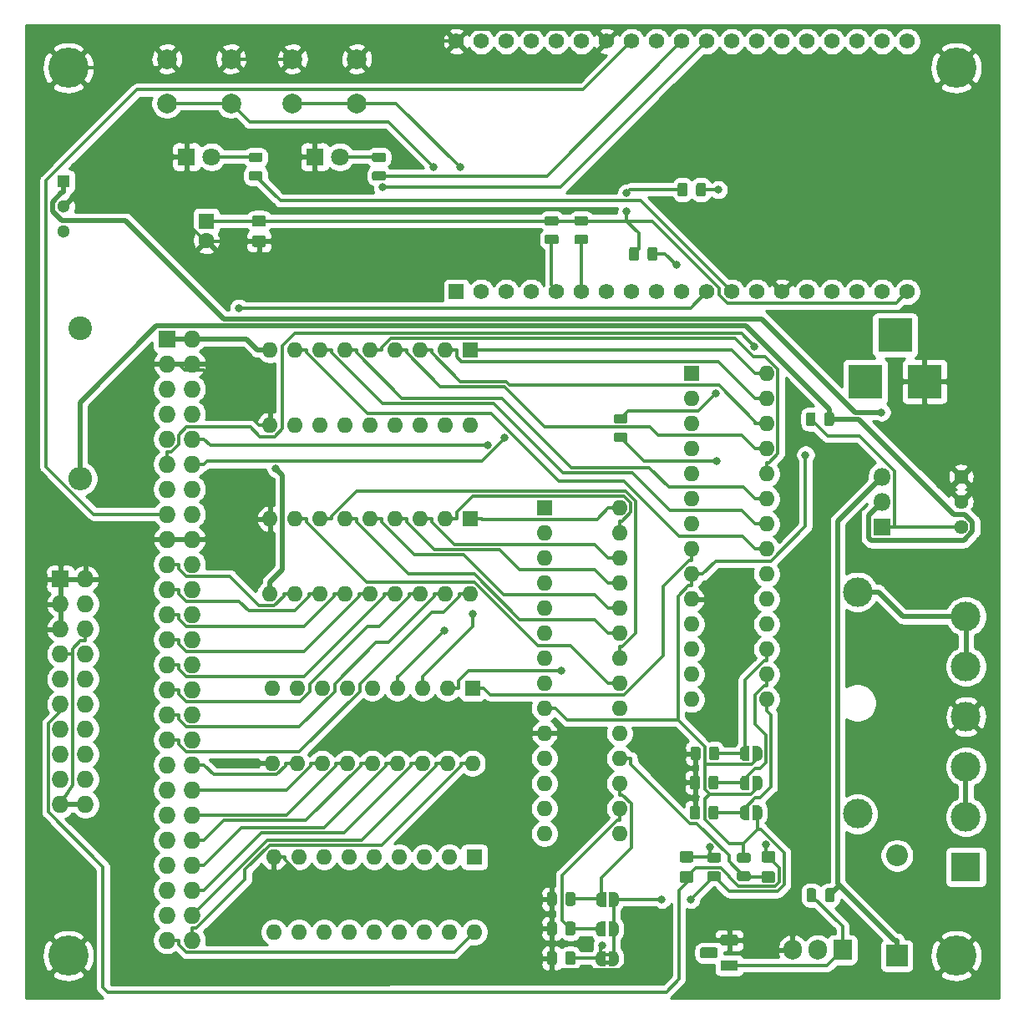
<source format=gbr>
G04 #@! TF.GenerationSoftware,KiCad,Pcbnew,(5.1.5)-3*
G04 #@! TF.CreationDate,2020-06-15T09:38:15+02:00*
G04 #@! TF.ProjectId,LAWO_ESP32,4c41574f-5f45-4535-9033-322e6b696361,rev?*
G04 #@! TF.SameCoordinates,Original*
G04 #@! TF.FileFunction,Copper,L1,Top*
G04 #@! TF.FilePolarity,Positive*
%FSLAX46Y46*%
G04 Gerber Fmt 4.6, Leading zero omitted, Abs format (unit mm)*
G04 Created by KiCad (PCBNEW (5.1.5)-3) date 2020-06-15 09:38:15*
%MOMM*%
%LPD*%
G04 APERTURE LIST*
%ADD10R,1.800000X1.100000*%
%ADD11C,0.100000*%
%ADD12C,1.800000*%
%ADD13R,1.800000X1.800000*%
%ADD14C,2.000000*%
%ADD15O,1.600000X1.600000*%
%ADD16R,1.600000X1.600000*%
%ADD17C,1.600000*%
%ADD18O,2.200000X2.200000*%
%ADD19R,2.200000X2.200000*%
%ADD20C,1.300000*%
%ADD21R,1.300000X1.300000*%
%ADD22O,1.905000X2.000000*%
%ADD23R,1.905000X2.000000*%
%ADD24O,1.800000X1.800000*%
%ADD25C,1.440000*%
%ADD26C,1.560000*%
%ADD27R,1.560000X1.560000*%
%ADD28C,3.000000*%
%ADD29R,3.000000X3.000000*%
%ADD30O,2.400000X2.400000*%
%ADD31C,2.400000*%
%ADD32O,1.727200X1.727200*%
%ADD33R,1.727200X1.727200*%
%ADD34C,4.064000*%
%ADD35R,3.500000X3.500000*%
%ADD36C,0.800000*%
%ADD37C,0.300000*%
%ADD38C,0.500000*%
%ADD39C,0.254000*%
G04 APERTURE END LIST*
D10*
X85006000Y-108966000D03*
G04 #@! TA.AperFunction,ComponentPad*
D11*
G36*
X85657955Y-105877324D02*
G01*
X85684650Y-105881284D01*
X85710828Y-105887841D01*
X85736238Y-105896933D01*
X85760634Y-105908472D01*
X85783782Y-105922346D01*
X85805458Y-105938422D01*
X85825454Y-105956546D01*
X85843578Y-105976542D01*
X85859654Y-105998218D01*
X85873528Y-106021366D01*
X85885067Y-106045762D01*
X85894159Y-106071172D01*
X85900716Y-106097350D01*
X85904676Y-106124045D01*
X85906000Y-106151000D01*
X85906000Y-106701000D01*
X85904676Y-106727955D01*
X85900716Y-106754650D01*
X85894159Y-106780828D01*
X85885067Y-106806238D01*
X85873528Y-106830634D01*
X85859654Y-106853782D01*
X85843578Y-106875458D01*
X85825454Y-106895454D01*
X85805458Y-106913578D01*
X85783782Y-106929654D01*
X85760634Y-106943528D01*
X85736238Y-106955067D01*
X85710828Y-106964159D01*
X85684650Y-106970716D01*
X85657955Y-106974676D01*
X85631000Y-106976000D01*
X84381000Y-106976000D01*
X84354045Y-106974676D01*
X84327350Y-106970716D01*
X84301172Y-106964159D01*
X84275762Y-106955067D01*
X84251366Y-106943528D01*
X84228218Y-106929654D01*
X84206542Y-106913578D01*
X84186546Y-106895454D01*
X84168422Y-106875458D01*
X84152346Y-106853782D01*
X84138472Y-106830634D01*
X84126933Y-106806238D01*
X84117841Y-106780828D01*
X84111284Y-106754650D01*
X84107324Y-106727955D01*
X84106000Y-106701000D01*
X84106000Y-106151000D01*
X84107324Y-106124045D01*
X84111284Y-106097350D01*
X84117841Y-106071172D01*
X84126933Y-106045762D01*
X84138472Y-106021366D01*
X84152346Y-105998218D01*
X84168422Y-105976542D01*
X84186546Y-105956546D01*
X84206542Y-105938422D01*
X84228218Y-105922346D01*
X84251366Y-105908472D01*
X84275762Y-105896933D01*
X84301172Y-105887841D01*
X84327350Y-105881284D01*
X84354045Y-105877324D01*
X84381000Y-105876000D01*
X85631000Y-105876000D01*
X85657955Y-105877324D01*
G37*
G04 #@! TD.AperFunction*
G04 #@! TA.AperFunction,ComponentPad*
G36*
X83587955Y-107147324D02*
G01*
X83614650Y-107151284D01*
X83640828Y-107157841D01*
X83666238Y-107166933D01*
X83690634Y-107178472D01*
X83713782Y-107192346D01*
X83735458Y-107208422D01*
X83755454Y-107226546D01*
X83773578Y-107246542D01*
X83789654Y-107268218D01*
X83803528Y-107291366D01*
X83815067Y-107315762D01*
X83824159Y-107341172D01*
X83830716Y-107367350D01*
X83834676Y-107394045D01*
X83836000Y-107421000D01*
X83836000Y-107971000D01*
X83834676Y-107997955D01*
X83830716Y-108024650D01*
X83824159Y-108050828D01*
X83815067Y-108076238D01*
X83803528Y-108100634D01*
X83789654Y-108123782D01*
X83773578Y-108145458D01*
X83755454Y-108165454D01*
X83735458Y-108183578D01*
X83713782Y-108199654D01*
X83690634Y-108213528D01*
X83666238Y-108225067D01*
X83640828Y-108234159D01*
X83614650Y-108240716D01*
X83587955Y-108244676D01*
X83561000Y-108246000D01*
X82311000Y-108246000D01*
X82284045Y-108244676D01*
X82257350Y-108240716D01*
X82231172Y-108234159D01*
X82205762Y-108225067D01*
X82181366Y-108213528D01*
X82158218Y-108199654D01*
X82136542Y-108183578D01*
X82116546Y-108165454D01*
X82098422Y-108145458D01*
X82082346Y-108123782D01*
X82068472Y-108100634D01*
X82056933Y-108076238D01*
X82047841Y-108050828D01*
X82041284Y-108024650D01*
X82037324Y-107997955D01*
X82036000Y-107971000D01*
X82036000Y-107421000D01*
X82037324Y-107394045D01*
X82041284Y-107367350D01*
X82047841Y-107341172D01*
X82056933Y-107315762D01*
X82068472Y-107291366D01*
X82082346Y-107268218D01*
X82098422Y-107246542D01*
X82116546Y-107226546D01*
X82136542Y-107208422D01*
X82158218Y-107192346D01*
X82181366Y-107178472D01*
X82205762Y-107166933D01*
X82231172Y-107157841D01*
X82257350Y-107151284D01*
X82284045Y-107147324D01*
X82311000Y-107146000D01*
X83561000Y-107146000D01*
X83587955Y-107147324D01*
G37*
G04 #@! TD.AperFunction*
G04 #@! TA.AperFunction,SMDPad,CuDef*
G36*
X75616743Y-36156574D02*
G01*
X75640404Y-36160084D01*
X75663608Y-36165896D01*
X75686130Y-36173954D01*
X75707754Y-36184182D01*
X75728271Y-36196479D01*
X75747484Y-36210729D01*
X75765208Y-36226793D01*
X75781272Y-36244517D01*
X75795522Y-36263730D01*
X75807819Y-36284247D01*
X75818047Y-36305871D01*
X75826105Y-36328393D01*
X75831917Y-36351597D01*
X75835427Y-36375258D01*
X75836601Y-36399150D01*
X75836601Y-37311650D01*
X75835427Y-37335542D01*
X75831917Y-37359203D01*
X75826105Y-37382407D01*
X75818047Y-37404929D01*
X75807819Y-37426553D01*
X75795522Y-37447070D01*
X75781272Y-37466283D01*
X75765208Y-37484007D01*
X75747484Y-37500071D01*
X75728271Y-37514321D01*
X75707754Y-37526618D01*
X75686130Y-37536846D01*
X75663608Y-37544904D01*
X75640404Y-37550716D01*
X75616743Y-37554226D01*
X75592851Y-37555400D01*
X75105351Y-37555400D01*
X75081459Y-37554226D01*
X75057798Y-37550716D01*
X75034594Y-37544904D01*
X75012072Y-37536846D01*
X74990448Y-37526618D01*
X74969931Y-37514321D01*
X74950718Y-37500071D01*
X74932994Y-37484007D01*
X74916930Y-37466283D01*
X74902680Y-37447070D01*
X74890383Y-37426553D01*
X74880155Y-37404929D01*
X74872097Y-37382407D01*
X74866285Y-37359203D01*
X74862775Y-37335542D01*
X74861601Y-37311650D01*
X74861601Y-36399150D01*
X74862775Y-36375258D01*
X74866285Y-36351597D01*
X74872097Y-36328393D01*
X74880155Y-36305871D01*
X74890383Y-36284247D01*
X74902680Y-36263730D01*
X74916930Y-36244517D01*
X74932994Y-36226793D01*
X74950718Y-36210729D01*
X74969931Y-36196479D01*
X74990448Y-36184182D01*
X75012072Y-36173954D01*
X75034594Y-36165896D01*
X75057798Y-36160084D01*
X75081459Y-36156574D01*
X75105351Y-36155400D01*
X75592851Y-36155400D01*
X75616743Y-36156574D01*
G37*
G04 #@! TD.AperFunction*
G04 #@! TA.AperFunction,SMDPad,CuDef*
G36*
X77491743Y-36156574D02*
G01*
X77515404Y-36160084D01*
X77538608Y-36165896D01*
X77561130Y-36173954D01*
X77582754Y-36184182D01*
X77603271Y-36196479D01*
X77622484Y-36210729D01*
X77640208Y-36226793D01*
X77656272Y-36244517D01*
X77670522Y-36263730D01*
X77682819Y-36284247D01*
X77693047Y-36305871D01*
X77701105Y-36328393D01*
X77706917Y-36351597D01*
X77710427Y-36375258D01*
X77711601Y-36399150D01*
X77711601Y-37311650D01*
X77710427Y-37335542D01*
X77706917Y-37359203D01*
X77701105Y-37382407D01*
X77693047Y-37404929D01*
X77682819Y-37426553D01*
X77670522Y-37447070D01*
X77656272Y-37466283D01*
X77640208Y-37484007D01*
X77622484Y-37500071D01*
X77603271Y-37514321D01*
X77582754Y-37526618D01*
X77561130Y-37536846D01*
X77538608Y-37544904D01*
X77515404Y-37550716D01*
X77491743Y-37554226D01*
X77467851Y-37555400D01*
X76980351Y-37555400D01*
X76956459Y-37554226D01*
X76932798Y-37550716D01*
X76909594Y-37544904D01*
X76887072Y-37536846D01*
X76865448Y-37526618D01*
X76844931Y-37514321D01*
X76825718Y-37500071D01*
X76807994Y-37484007D01*
X76791930Y-37466283D01*
X76777680Y-37447070D01*
X76765383Y-37426553D01*
X76755155Y-37404929D01*
X76747097Y-37382407D01*
X76741285Y-37359203D01*
X76737775Y-37335542D01*
X76736601Y-37311650D01*
X76736601Y-36399150D01*
X76737775Y-36375258D01*
X76741285Y-36351597D01*
X76747097Y-36328393D01*
X76755155Y-36305871D01*
X76765383Y-36284247D01*
X76777680Y-36263730D01*
X76791930Y-36244517D01*
X76807994Y-36226793D01*
X76825718Y-36210729D01*
X76844931Y-36196479D01*
X76865448Y-36184182D01*
X76887072Y-36173954D01*
X76909594Y-36165896D01*
X76932798Y-36160084D01*
X76956459Y-36156574D01*
X76980351Y-36155400D01*
X77467851Y-36155400D01*
X77491743Y-36156574D01*
G37*
G04 #@! TD.AperFunction*
G04 #@! TA.AperFunction,SMDPad,CuDef*
G36*
X80533942Y-29641474D02*
G01*
X80557603Y-29644984D01*
X80580807Y-29650796D01*
X80603329Y-29658854D01*
X80624953Y-29669082D01*
X80645470Y-29681379D01*
X80664683Y-29695629D01*
X80682407Y-29711693D01*
X80698471Y-29729417D01*
X80712721Y-29748630D01*
X80725018Y-29769147D01*
X80735246Y-29790771D01*
X80743304Y-29813293D01*
X80749116Y-29836497D01*
X80752626Y-29860158D01*
X80753800Y-29884050D01*
X80753800Y-30796550D01*
X80752626Y-30820442D01*
X80749116Y-30844103D01*
X80743304Y-30867307D01*
X80735246Y-30889829D01*
X80725018Y-30911453D01*
X80712721Y-30931970D01*
X80698471Y-30951183D01*
X80682407Y-30968907D01*
X80664683Y-30984971D01*
X80645470Y-30999221D01*
X80624953Y-31011518D01*
X80603329Y-31021746D01*
X80580807Y-31029804D01*
X80557603Y-31035616D01*
X80533942Y-31039126D01*
X80510050Y-31040300D01*
X80022550Y-31040300D01*
X79998658Y-31039126D01*
X79974997Y-31035616D01*
X79951793Y-31029804D01*
X79929271Y-31021746D01*
X79907647Y-31011518D01*
X79887130Y-30999221D01*
X79867917Y-30984971D01*
X79850193Y-30968907D01*
X79834129Y-30951183D01*
X79819879Y-30931970D01*
X79807582Y-30911453D01*
X79797354Y-30889829D01*
X79789296Y-30867307D01*
X79783484Y-30844103D01*
X79779974Y-30820442D01*
X79778800Y-30796550D01*
X79778800Y-29884050D01*
X79779974Y-29860158D01*
X79783484Y-29836497D01*
X79789296Y-29813293D01*
X79797354Y-29790771D01*
X79807582Y-29769147D01*
X79819879Y-29748630D01*
X79834129Y-29729417D01*
X79850193Y-29711693D01*
X79867917Y-29695629D01*
X79887130Y-29681379D01*
X79907647Y-29669082D01*
X79929271Y-29658854D01*
X79951793Y-29650796D01*
X79974997Y-29644984D01*
X79998658Y-29641474D01*
X80022550Y-29640300D01*
X80510050Y-29640300D01*
X80533942Y-29641474D01*
G37*
G04 #@! TD.AperFunction*
G04 #@! TA.AperFunction,SMDPad,CuDef*
G36*
X82408942Y-29641474D02*
G01*
X82432603Y-29644984D01*
X82455807Y-29650796D01*
X82478329Y-29658854D01*
X82499953Y-29669082D01*
X82520470Y-29681379D01*
X82539683Y-29695629D01*
X82557407Y-29711693D01*
X82573471Y-29729417D01*
X82587721Y-29748630D01*
X82600018Y-29769147D01*
X82610246Y-29790771D01*
X82618304Y-29813293D01*
X82624116Y-29836497D01*
X82627626Y-29860158D01*
X82628800Y-29884050D01*
X82628800Y-30796550D01*
X82627626Y-30820442D01*
X82624116Y-30844103D01*
X82618304Y-30867307D01*
X82610246Y-30889829D01*
X82600018Y-30911453D01*
X82587721Y-30931970D01*
X82573471Y-30951183D01*
X82557407Y-30968907D01*
X82539683Y-30984971D01*
X82520470Y-30999221D01*
X82499953Y-31011518D01*
X82478329Y-31021746D01*
X82455807Y-31029804D01*
X82432603Y-31035616D01*
X82408942Y-31039126D01*
X82385050Y-31040300D01*
X81897550Y-31040300D01*
X81873658Y-31039126D01*
X81849997Y-31035616D01*
X81826793Y-31029804D01*
X81804271Y-31021746D01*
X81782647Y-31011518D01*
X81762130Y-30999221D01*
X81742917Y-30984971D01*
X81725193Y-30968907D01*
X81709129Y-30951183D01*
X81694879Y-30931970D01*
X81682582Y-30911453D01*
X81672354Y-30889829D01*
X81664296Y-30867307D01*
X81658484Y-30844103D01*
X81654974Y-30820442D01*
X81653800Y-30796550D01*
X81653800Y-29884050D01*
X81654974Y-29860158D01*
X81658484Y-29836497D01*
X81664296Y-29813293D01*
X81672354Y-29790771D01*
X81682582Y-29769147D01*
X81694879Y-29748630D01*
X81709129Y-29729417D01*
X81725193Y-29711693D01*
X81742917Y-29695629D01*
X81762130Y-29681379D01*
X81782647Y-29669082D01*
X81804271Y-29658854D01*
X81826793Y-29650796D01*
X81849997Y-29644984D01*
X81873658Y-29641474D01*
X81897550Y-29640300D01*
X82385050Y-29640300D01*
X82408942Y-29641474D01*
G37*
G04 #@! TD.AperFunction*
G04 #@! TA.AperFunction,SMDPad,CuDef*
G36*
X67480142Y-34889074D02*
G01*
X67503803Y-34892584D01*
X67527007Y-34898396D01*
X67549529Y-34906454D01*
X67571153Y-34916682D01*
X67591670Y-34928979D01*
X67610883Y-34943229D01*
X67628607Y-34959293D01*
X67644671Y-34977017D01*
X67658921Y-34996230D01*
X67671218Y-35016747D01*
X67681446Y-35038371D01*
X67689504Y-35060893D01*
X67695316Y-35084097D01*
X67698826Y-35107758D01*
X67700000Y-35131650D01*
X67700000Y-35619150D01*
X67698826Y-35643042D01*
X67695316Y-35666703D01*
X67689504Y-35689907D01*
X67681446Y-35712429D01*
X67671218Y-35734053D01*
X67658921Y-35754570D01*
X67644671Y-35773783D01*
X67628607Y-35791507D01*
X67610883Y-35807571D01*
X67591670Y-35821821D01*
X67571153Y-35834118D01*
X67549529Y-35844346D01*
X67527007Y-35852404D01*
X67503803Y-35858216D01*
X67480142Y-35861726D01*
X67456250Y-35862900D01*
X66543750Y-35862900D01*
X66519858Y-35861726D01*
X66496197Y-35858216D01*
X66472993Y-35852404D01*
X66450471Y-35844346D01*
X66428847Y-35834118D01*
X66408330Y-35821821D01*
X66389117Y-35807571D01*
X66371393Y-35791507D01*
X66355329Y-35773783D01*
X66341079Y-35754570D01*
X66328782Y-35734053D01*
X66318554Y-35712429D01*
X66310496Y-35689907D01*
X66304684Y-35666703D01*
X66301174Y-35643042D01*
X66300000Y-35619150D01*
X66300000Y-35131650D01*
X66301174Y-35107758D01*
X66304684Y-35084097D01*
X66310496Y-35060893D01*
X66318554Y-35038371D01*
X66328782Y-35016747D01*
X66341079Y-34996230D01*
X66355329Y-34977017D01*
X66371393Y-34959293D01*
X66389117Y-34943229D01*
X66408330Y-34928979D01*
X66428847Y-34916682D01*
X66450471Y-34906454D01*
X66472993Y-34898396D01*
X66496197Y-34892584D01*
X66519858Y-34889074D01*
X66543750Y-34887900D01*
X67456250Y-34887900D01*
X67480142Y-34889074D01*
G37*
G04 #@! TD.AperFunction*
G04 #@! TA.AperFunction,SMDPad,CuDef*
G36*
X67480142Y-33014074D02*
G01*
X67503803Y-33017584D01*
X67527007Y-33023396D01*
X67549529Y-33031454D01*
X67571153Y-33041682D01*
X67591670Y-33053979D01*
X67610883Y-33068229D01*
X67628607Y-33084293D01*
X67644671Y-33102017D01*
X67658921Y-33121230D01*
X67671218Y-33141747D01*
X67681446Y-33163371D01*
X67689504Y-33185893D01*
X67695316Y-33209097D01*
X67698826Y-33232758D01*
X67700000Y-33256650D01*
X67700000Y-33744150D01*
X67698826Y-33768042D01*
X67695316Y-33791703D01*
X67689504Y-33814907D01*
X67681446Y-33837429D01*
X67671218Y-33859053D01*
X67658921Y-33879570D01*
X67644671Y-33898783D01*
X67628607Y-33916507D01*
X67610883Y-33932571D01*
X67591670Y-33946821D01*
X67571153Y-33959118D01*
X67549529Y-33969346D01*
X67527007Y-33977404D01*
X67503803Y-33983216D01*
X67480142Y-33986726D01*
X67456250Y-33987900D01*
X66543750Y-33987900D01*
X66519858Y-33986726D01*
X66496197Y-33983216D01*
X66472993Y-33977404D01*
X66450471Y-33969346D01*
X66428847Y-33959118D01*
X66408330Y-33946821D01*
X66389117Y-33932571D01*
X66371393Y-33916507D01*
X66355329Y-33898783D01*
X66341079Y-33879570D01*
X66328782Y-33859053D01*
X66318554Y-33837429D01*
X66310496Y-33814907D01*
X66304684Y-33791703D01*
X66301174Y-33768042D01*
X66300000Y-33744150D01*
X66300000Y-33256650D01*
X66301174Y-33232758D01*
X66304684Y-33209097D01*
X66310496Y-33185893D01*
X66318554Y-33163371D01*
X66328782Y-33141747D01*
X66341079Y-33121230D01*
X66355329Y-33102017D01*
X66371393Y-33084293D01*
X66389117Y-33068229D01*
X66408330Y-33053979D01*
X66428847Y-33041682D01*
X66450471Y-33031454D01*
X66472993Y-33023396D01*
X66496197Y-33017584D01*
X66519858Y-33014074D01*
X66543750Y-33012900D01*
X67456250Y-33012900D01*
X67480142Y-33014074D01*
G37*
G04 #@! TD.AperFunction*
G04 #@! TA.AperFunction,SMDPad,CuDef*
G36*
X70482542Y-34880874D02*
G01*
X70506203Y-34884384D01*
X70529407Y-34890196D01*
X70551929Y-34898254D01*
X70573553Y-34908482D01*
X70594070Y-34920779D01*
X70613283Y-34935029D01*
X70631007Y-34951093D01*
X70647071Y-34968817D01*
X70661321Y-34988030D01*
X70673618Y-35008547D01*
X70683846Y-35030171D01*
X70691904Y-35052693D01*
X70697716Y-35075897D01*
X70701226Y-35099558D01*
X70702400Y-35123450D01*
X70702400Y-35610950D01*
X70701226Y-35634842D01*
X70697716Y-35658503D01*
X70691904Y-35681707D01*
X70683846Y-35704229D01*
X70673618Y-35725853D01*
X70661321Y-35746370D01*
X70647071Y-35765583D01*
X70631007Y-35783307D01*
X70613283Y-35799371D01*
X70594070Y-35813621D01*
X70573553Y-35825918D01*
X70551929Y-35836146D01*
X70529407Y-35844204D01*
X70506203Y-35850016D01*
X70482542Y-35853526D01*
X70458650Y-35854700D01*
X69546150Y-35854700D01*
X69522258Y-35853526D01*
X69498597Y-35850016D01*
X69475393Y-35844204D01*
X69452871Y-35836146D01*
X69431247Y-35825918D01*
X69410730Y-35813621D01*
X69391517Y-35799371D01*
X69373793Y-35783307D01*
X69357729Y-35765583D01*
X69343479Y-35746370D01*
X69331182Y-35725853D01*
X69320954Y-35704229D01*
X69312896Y-35681707D01*
X69307084Y-35658503D01*
X69303574Y-35634842D01*
X69302400Y-35610950D01*
X69302400Y-35123450D01*
X69303574Y-35099558D01*
X69307084Y-35075897D01*
X69312896Y-35052693D01*
X69320954Y-35030171D01*
X69331182Y-35008547D01*
X69343479Y-34988030D01*
X69357729Y-34968817D01*
X69373793Y-34951093D01*
X69391517Y-34935029D01*
X69410730Y-34920779D01*
X69431247Y-34908482D01*
X69452871Y-34898254D01*
X69475393Y-34890196D01*
X69498597Y-34884384D01*
X69522258Y-34880874D01*
X69546150Y-34879700D01*
X70458650Y-34879700D01*
X70482542Y-34880874D01*
G37*
G04 #@! TD.AperFunction*
G04 #@! TA.AperFunction,SMDPad,CuDef*
G36*
X70482542Y-33005874D02*
G01*
X70506203Y-33009384D01*
X70529407Y-33015196D01*
X70551929Y-33023254D01*
X70573553Y-33033482D01*
X70594070Y-33045779D01*
X70613283Y-33060029D01*
X70631007Y-33076093D01*
X70647071Y-33093817D01*
X70661321Y-33113030D01*
X70673618Y-33133547D01*
X70683846Y-33155171D01*
X70691904Y-33177693D01*
X70697716Y-33200897D01*
X70701226Y-33224558D01*
X70702400Y-33248450D01*
X70702400Y-33735950D01*
X70701226Y-33759842D01*
X70697716Y-33783503D01*
X70691904Y-33806707D01*
X70683846Y-33829229D01*
X70673618Y-33850853D01*
X70661321Y-33871370D01*
X70647071Y-33890583D01*
X70631007Y-33908307D01*
X70613283Y-33924371D01*
X70594070Y-33938621D01*
X70573553Y-33950918D01*
X70551929Y-33961146D01*
X70529407Y-33969204D01*
X70506203Y-33975016D01*
X70482542Y-33978526D01*
X70458650Y-33979700D01*
X69546150Y-33979700D01*
X69522258Y-33978526D01*
X69498597Y-33975016D01*
X69475393Y-33969204D01*
X69452871Y-33961146D01*
X69431247Y-33950918D01*
X69410730Y-33938621D01*
X69391517Y-33924371D01*
X69373793Y-33908307D01*
X69357729Y-33890583D01*
X69343479Y-33871370D01*
X69331182Y-33850853D01*
X69320954Y-33829229D01*
X69312896Y-33806707D01*
X69307084Y-33783503D01*
X69303574Y-33759842D01*
X69302400Y-33735950D01*
X69302400Y-33248450D01*
X69303574Y-33224558D01*
X69307084Y-33200897D01*
X69312896Y-33177693D01*
X69320954Y-33155171D01*
X69331182Y-33133547D01*
X69343479Y-33113030D01*
X69357729Y-33093817D01*
X69373793Y-33076093D01*
X69391517Y-33060029D01*
X69410730Y-33045779D01*
X69431247Y-33033482D01*
X69452871Y-33023254D01*
X69475393Y-33015196D01*
X69498597Y-33009384D01*
X69522258Y-33005874D01*
X69546150Y-33004700D01*
X70458650Y-33004700D01*
X70482542Y-33005874D01*
G37*
G04 #@! TD.AperFunction*
G04 #@! TA.AperFunction,SMDPad,CuDef*
G36*
X49980142Y-28451174D02*
G01*
X50003803Y-28454684D01*
X50027007Y-28460496D01*
X50049529Y-28468554D01*
X50071153Y-28478782D01*
X50091670Y-28491079D01*
X50110883Y-28505329D01*
X50128607Y-28521393D01*
X50144671Y-28539117D01*
X50158921Y-28558330D01*
X50171218Y-28578847D01*
X50181446Y-28600471D01*
X50189504Y-28622993D01*
X50195316Y-28646197D01*
X50198826Y-28669858D01*
X50200000Y-28693750D01*
X50200000Y-29181250D01*
X50198826Y-29205142D01*
X50195316Y-29228803D01*
X50189504Y-29252007D01*
X50181446Y-29274529D01*
X50171218Y-29296153D01*
X50158921Y-29316670D01*
X50144671Y-29335883D01*
X50128607Y-29353607D01*
X50110883Y-29369671D01*
X50091670Y-29383921D01*
X50071153Y-29396218D01*
X50049529Y-29406446D01*
X50027007Y-29414504D01*
X50003803Y-29420316D01*
X49980142Y-29423826D01*
X49956250Y-29425000D01*
X49043750Y-29425000D01*
X49019858Y-29423826D01*
X48996197Y-29420316D01*
X48972993Y-29414504D01*
X48950471Y-29406446D01*
X48928847Y-29396218D01*
X48908330Y-29383921D01*
X48889117Y-29369671D01*
X48871393Y-29353607D01*
X48855329Y-29335883D01*
X48841079Y-29316670D01*
X48828782Y-29296153D01*
X48818554Y-29274529D01*
X48810496Y-29252007D01*
X48804684Y-29228803D01*
X48801174Y-29205142D01*
X48800000Y-29181250D01*
X48800000Y-28693750D01*
X48801174Y-28669858D01*
X48804684Y-28646197D01*
X48810496Y-28622993D01*
X48818554Y-28600471D01*
X48828782Y-28578847D01*
X48841079Y-28558330D01*
X48855329Y-28539117D01*
X48871393Y-28521393D01*
X48889117Y-28505329D01*
X48908330Y-28491079D01*
X48928847Y-28478782D01*
X48950471Y-28468554D01*
X48972993Y-28460496D01*
X48996197Y-28454684D01*
X49019858Y-28451174D01*
X49043750Y-28450000D01*
X49956250Y-28450000D01*
X49980142Y-28451174D01*
G37*
G04 #@! TD.AperFunction*
G04 #@! TA.AperFunction,SMDPad,CuDef*
G36*
X49980142Y-26576174D02*
G01*
X50003803Y-26579684D01*
X50027007Y-26585496D01*
X50049529Y-26593554D01*
X50071153Y-26603782D01*
X50091670Y-26616079D01*
X50110883Y-26630329D01*
X50128607Y-26646393D01*
X50144671Y-26664117D01*
X50158921Y-26683330D01*
X50171218Y-26703847D01*
X50181446Y-26725471D01*
X50189504Y-26747993D01*
X50195316Y-26771197D01*
X50198826Y-26794858D01*
X50200000Y-26818750D01*
X50200000Y-27306250D01*
X50198826Y-27330142D01*
X50195316Y-27353803D01*
X50189504Y-27377007D01*
X50181446Y-27399529D01*
X50171218Y-27421153D01*
X50158921Y-27441670D01*
X50144671Y-27460883D01*
X50128607Y-27478607D01*
X50110883Y-27494671D01*
X50091670Y-27508921D01*
X50071153Y-27521218D01*
X50049529Y-27531446D01*
X50027007Y-27539504D01*
X50003803Y-27545316D01*
X49980142Y-27548826D01*
X49956250Y-27550000D01*
X49043750Y-27550000D01*
X49019858Y-27548826D01*
X48996197Y-27545316D01*
X48972993Y-27539504D01*
X48950471Y-27531446D01*
X48928847Y-27521218D01*
X48908330Y-27508921D01*
X48889117Y-27494671D01*
X48871393Y-27478607D01*
X48855329Y-27460883D01*
X48841079Y-27441670D01*
X48828782Y-27421153D01*
X48818554Y-27399529D01*
X48810496Y-27377007D01*
X48804684Y-27353803D01*
X48801174Y-27330142D01*
X48800000Y-27306250D01*
X48800000Y-26818750D01*
X48801174Y-26794858D01*
X48804684Y-26771197D01*
X48810496Y-26747993D01*
X48818554Y-26725471D01*
X48828782Y-26703847D01*
X48841079Y-26683330D01*
X48855329Y-26664117D01*
X48871393Y-26646393D01*
X48889117Y-26630329D01*
X48908330Y-26616079D01*
X48928847Y-26603782D01*
X48950471Y-26593554D01*
X48972993Y-26585496D01*
X48996197Y-26579684D01*
X49019858Y-26576174D01*
X49043750Y-26575000D01*
X49956250Y-26575000D01*
X49980142Y-26576174D01*
G37*
G04 #@! TD.AperFunction*
D12*
X45540000Y-27000000D03*
D13*
X43000000Y-27000000D03*
G04 #@! TA.AperFunction,SMDPad,CuDef*
D11*
G36*
X37480142Y-26576174D02*
G01*
X37503803Y-26579684D01*
X37527007Y-26585496D01*
X37549529Y-26593554D01*
X37571153Y-26603782D01*
X37591670Y-26616079D01*
X37610883Y-26630329D01*
X37628607Y-26646393D01*
X37644671Y-26664117D01*
X37658921Y-26683330D01*
X37671218Y-26703847D01*
X37681446Y-26725471D01*
X37689504Y-26747993D01*
X37695316Y-26771197D01*
X37698826Y-26794858D01*
X37700000Y-26818750D01*
X37700000Y-27306250D01*
X37698826Y-27330142D01*
X37695316Y-27353803D01*
X37689504Y-27377007D01*
X37681446Y-27399529D01*
X37671218Y-27421153D01*
X37658921Y-27441670D01*
X37644671Y-27460883D01*
X37628607Y-27478607D01*
X37610883Y-27494671D01*
X37591670Y-27508921D01*
X37571153Y-27521218D01*
X37549529Y-27531446D01*
X37527007Y-27539504D01*
X37503803Y-27545316D01*
X37480142Y-27548826D01*
X37456250Y-27550000D01*
X36543750Y-27550000D01*
X36519858Y-27548826D01*
X36496197Y-27545316D01*
X36472993Y-27539504D01*
X36450471Y-27531446D01*
X36428847Y-27521218D01*
X36408330Y-27508921D01*
X36389117Y-27494671D01*
X36371393Y-27478607D01*
X36355329Y-27460883D01*
X36341079Y-27441670D01*
X36328782Y-27421153D01*
X36318554Y-27399529D01*
X36310496Y-27377007D01*
X36304684Y-27353803D01*
X36301174Y-27330142D01*
X36300000Y-27306250D01*
X36300000Y-26818750D01*
X36301174Y-26794858D01*
X36304684Y-26771197D01*
X36310496Y-26747993D01*
X36318554Y-26725471D01*
X36328782Y-26703847D01*
X36341079Y-26683330D01*
X36355329Y-26664117D01*
X36371393Y-26646393D01*
X36389117Y-26630329D01*
X36408330Y-26616079D01*
X36428847Y-26603782D01*
X36450471Y-26593554D01*
X36472993Y-26585496D01*
X36496197Y-26579684D01*
X36519858Y-26576174D01*
X36543750Y-26575000D01*
X37456250Y-26575000D01*
X37480142Y-26576174D01*
G37*
G04 #@! TD.AperFunction*
G04 #@! TA.AperFunction,SMDPad,CuDef*
G36*
X37480142Y-28451174D02*
G01*
X37503803Y-28454684D01*
X37527007Y-28460496D01*
X37549529Y-28468554D01*
X37571153Y-28478782D01*
X37591670Y-28491079D01*
X37610883Y-28505329D01*
X37628607Y-28521393D01*
X37644671Y-28539117D01*
X37658921Y-28558330D01*
X37671218Y-28578847D01*
X37681446Y-28600471D01*
X37689504Y-28622993D01*
X37695316Y-28646197D01*
X37698826Y-28669858D01*
X37700000Y-28693750D01*
X37700000Y-29181250D01*
X37698826Y-29205142D01*
X37695316Y-29228803D01*
X37689504Y-29252007D01*
X37681446Y-29274529D01*
X37671218Y-29296153D01*
X37658921Y-29316670D01*
X37644671Y-29335883D01*
X37628607Y-29353607D01*
X37610883Y-29369671D01*
X37591670Y-29383921D01*
X37571153Y-29396218D01*
X37549529Y-29406446D01*
X37527007Y-29414504D01*
X37503803Y-29420316D01*
X37480142Y-29423826D01*
X37456250Y-29425000D01*
X36543750Y-29425000D01*
X36519858Y-29423826D01*
X36496197Y-29420316D01*
X36472993Y-29414504D01*
X36450471Y-29406446D01*
X36428847Y-29396218D01*
X36408330Y-29383921D01*
X36389117Y-29369671D01*
X36371393Y-29353607D01*
X36355329Y-29335883D01*
X36341079Y-29316670D01*
X36328782Y-29296153D01*
X36318554Y-29274529D01*
X36310496Y-29252007D01*
X36304684Y-29228803D01*
X36301174Y-29205142D01*
X36300000Y-29181250D01*
X36300000Y-28693750D01*
X36301174Y-28669858D01*
X36304684Y-28646197D01*
X36310496Y-28622993D01*
X36318554Y-28600471D01*
X36328782Y-28578847D01*
X36341079Y-28558330D01*
X36355329Y-28539117D01*
X36371393Y-28521393D01*
X36389117Y-28505329D01*
X36408330Y-28491079D01*
X36428847Y-28478782D01*
X36450471Y-28468554D01*
X36472993Y-28460496D01*
X36496197Y-28454684D01*
X36519858Y-28451174D01*
X36543750Y-28450000D01*
X37456250Y-28450000D01*
X37480142Y-28451174D01*
G37*
G04 #@! TD.AperFunction*
D12*
X32540000Y-27000000D03*
D13*
X30000000Y-27000000D03*
D14*
X47244000Y-17090000D03*
X47244000Y-21590000D03*
X40744000Y-17090000D03*
X40744000Y-21590000D03*
X34500000Y-17090000D03*
X34500000Y-21590000D03*
X28000000Y-17090000D03*
X28000000Y-21590000D03*
D15*
X88788000Y-48988000D03*
X81168000Y-82008000D03*
X88788000Y-51528000D03*
X81168000Y-79468000D03*
X88788000Y-54068000D03*
X81168000Y-76928000D03*
X88788000Y-56608000D03*
X81168000Y-74388000D03*
X88788000Y-59148000D03*
X81168000Y-71848000D03*
X88788000Y-61688000D03*
X81168000Y-69308000D03*
X88788000Y-64228000D03*
X81168000Y-66768000D03*
X88788000Y-66768000D03*
X81168000Y-64228000D03*
X88788000Y-69308000D03*
X81168000Y-61688000D03*
X88788000Y-71848000D03*
X81168000Y-59148000D03*
X88788000Y-74388000D03*
X81168000Y-56608000D03*
X88788000Y-76928000D03*
X81168000Y-54068000D03*
X88788000Y-79468000D03*
X81168000Y-51528000D03*
X88788000Y-82008000D03*
D16*
X81168000Y-48988000D03*
D15*
X73888000Y-62588000D03*
X66268000Y-95608000D03*
X73888000Y-65128000D03*
X66268000Y-93068000D03*
X73888000Y-67668000D03*
X66268000Y-90528000D03*
X73888000Y-70208000D03*
X66268000Y-87988000D03*
X73888000Y-72748000D03*
X66268000Y-85448000D03*
X73888000Y-75288000D03*
X66268000Y-82908000D03*
X73888000Y-77828000D03*
X66268000Y-80368000D03*
X73888000Y-80368000D03*
X66268000Y-77828000D03*
X73888000Y-82908000D03*
X66268000Y-75288000D03*
X73888000Y-85448000D03*
X66268000Y-72748000D03*
X73888000Y-87988000D03*
X66268000Y-70208000D03*
X73888000Y-90528000D03*
X66268000Y-67668000D03*
X73888000Y-93068000D03*
X66268000Y-65128000D03*
X73888000Y-95608000D03*
D16*
X66268000Y-62588000D03*
X32004000Y-33528000D03*
D17*
X32004000Y-35528000D03*
D18*
X102000000Y-97840000D03*
D19*
X102000000Y-108000000D03*
D20*
X17500000Y-32040000D03*
D21*
X17500000Y-29500000D03*
D20*
X17500000Y-34580000D03*
D22*
X91420000Y-107400000D03*
X93960000Y-107400000D03*
D23*
X96500000Y-107400000D03*
D15*
X58968000Y-88474700D03*
X38648000Y-80854700D03*
X56428000Y-88474700D03*
X41188000Y-80854700D03*
X53888000Y-88474700D03*
X43728000Y-80854700D03*
X51348000Y-88474700D03*
X46268000Y-80854700D03*
X48808000Y-88474700D03*
X48808000Y-80854700D03*
X46268000Y-88474700D03*
X51348000Y-80854700D03*
X43728000Y-88474700D03*
X53888000Y-80854700D03*
X41188000Y-88474700D03*
X56428000Y-80854700D03*
X38648000Y-88474700D03*
D16*
X58968000Y-80854700D03*
D15*
X58768000Y-54208000D03*
X38448000Y-46588000D03*
X56228000Y-54208000D03*
X40988000Y-46588000D03*
X53688000Y-54208000D03*
X43528000Y-46588000D03*
X51148000Y-54208000D03*
X46068000Y-46588000D03*
X48608000Y-54208000D03*
X48608000Y-46588000D03*
X46068000Y-54208000D03*
X51148000Y-46588000D03*
X43528000Y-54208000D03*
X53688000Y-46588000D03*
X40988000Y-54208000D03*
X56228000Y-46588000D03*
X38448000Y-54208000D03*
D16*
X58768000Y-46588000D03*
D15*
X59168000Y-105608000D03*
X38848000Y-97988000D03*
X56628000Y-105608000D03*
X41388000Y-97988000D03*
X54088000Y-105608000D03*
X43928000Y-97988000D03*
X51548000Y-105608000D03*
X46468000Y-97988000D03*
X49008000Y-105608000D03*
X49008000Y-97988000D03*
X46468000Y-105608000D03*
X51548000Y-97988000D03*
X43928000Y-105608000D03*
X54088000Y-97988000D03*
X41388000Y-105608000D03*
X56628000Y-97988000D03*
X38848000Y-105608000D03*
D16*
X59168000Y-97988000D03*
D15*
X58768000Y-71341300D03*
X38448000Y-63721300D03*
X56228000Y-71341300D03*
X40988000Y-63721300D03*
X53688000Y-71341300D03*
X43528000Y-63721300D03*
X51148000Y-71341300D03*
X46068000Y-63721300D03*
X48608000Y-71341300D03*
X48608000Y-63721300D03*
X46068000Y-71341300D03*
X51148000Y-63721300D03*
X43528000Y-71341300D03*
X53688000Y-63721300D03*
X40988000Y-71341300D03*
X56228000Y-63721300D03*
X38448000Y-71341300D03*
D16*
X58768000Y-63721300D03*
D13*
X100500000Y-64500000D03*
D24*
X100500000Y-61960000D03*
X100500000Y-59420000D03*
G04 #@! TA.AperFunction,SMDPad,CuDef*
D11*
G36*
X93530142Y-52901174D02*
G01*
X93553803Y-52904684D01*
X93577007Y-52910496D01*
X93599529Y-52918554D01*
X93621153Y-52928782D01*
X93641670Y-52941079D01*
X93660883Y-52955329D01*
X93678607Y-52971393D01*
X93694671Y-52989117D01*
X93708921Y-53008330D01*
X93721218Y-53028847D01*
X93731446Y-53050471D01*
X93739504Y-53072993D01*
X93745316Y-53096197D01*
X93748826Y-53119858D01*
X93750000Y-53143750D01*
X93750000Y-54056250D01*
X93748826Y-54080142D01*
X93745316Y-54103803D01*
X93739504Y-54127007D01*
X93731446Y-54149529D01*
X93721218Y-54171153D01*
X93708921Y-54191670D01*
X93694671Y-54210883D01*
X93678607Y-54228607D01*
X93660883Y-54244671D01*
X93641670Y-54258921D01*
X93621153Y-54271218D01*
X93599529Y-54281446D01*
X93577007Y-54289504D01*
X93553803Y-54295316D01*
X93530142Y-54298826D01*
X93506250Y-54300000D01*
X93018750Y-54300000D01*
X92994858Y-54298826D01*
X92971197Y-54295316D01*
X92947993Y-54289504D01*
X92925471Y-54281446D01*
X92903847Y-54271218D01*
X92883330Y-54258921D01*
X92864117Y-54244671D01*
X92846393Y-54228607D01*
X92830329Y-54210883D01*
X92816079Y-54191670D01*
X92803782Y-54171153D01*
X92793554Y-54149529D01*
X92785496Y-54127007D01*
X92779684Y-54103803D01*
X92776174Y-54080142D01*
X92775000Y-54056250D01*
X92775000Y-53143750D01*
X92776174Y-53119858D01*
X92779684Y-53096197D01*
X92785496Y-53072993D01*
X92793554Y-53050471D01*
X92803782Y-53028847D01*
X92816079Y-53008330D01*
X92830329Y-52989117D01*
X92846393Y-52971393D01*
X92864117Y-52955329D01*
X92883330Y-52941079D01*
X92903847Y-52928782D01*
X92925471Y-52918554D01*
X92947993Y-52910496D01*
X92971197Y-52904684D01*
X92994858Y-52901174D01*
X93018750Y-52900000D01*
X93506250Y-52900000D01*
X93530142Y-52901174D01*
G37*
G04 #@! TD.AperFunction*
G04 #@! TA.AperFunction,SMDPad,CuDef*
G36*
X95405142Y-52901174D02*
G01*
X95428803Y-52904684D01*
X95452007Y-52910496D01*
X95474529Y-52918554D01*
X95496153Y-52928782D01*
X95516670Y-52941079D01*
X95535883Y-52955329D01*
X95553607Y-52971393D01*
X95569671Y-52989117D01*
X95583921Y-53008330D01*
X95596218Y-53028847D01*
X95606446Y-53050471D01*
X95614504Y-53072993D01*
X95620316Y-53096197D01*
X95623826Y-53119858D01*
X95625000Y-53143750D01*
X95625000Y-54056250D01*
X95623826Y-54080142D01*
X95620316Y-54103803D01*
X95614504Y-54127007D01*
X95606446Y-54149529D01*
X95596218Y-54171153D01*
X95583921Y-54191670D01*
X95569671Y-54210883D01*
X95553607Y-54228607D01*
X95535883Y-54244671D01*
X95516670Y-54258921D01*
X95496153Y-54271218D01*
X95474529Y-54281446D01*
X95452007Y-54289504D01*
X95428803Y-54295316D01*
X95405142Y-54298826D01*
X95381250Y-54300000D01*
X94893750Y-54300000D01*
X94869858Y-54298826D01*
X94846197Y-54295316D01*
X94822993Y-54289504D01*
X94800471Y-54281446D01*
X94778847Y-54271218D01*
X94758330Y-54258921D01*
X94739117Y-54244671D01*
X94721393Y-54228607D01*
X94705329Y-54210883D01*
X94691079Y-54191670D01*
X94678782Y-54171153D01*
X94668554Y-54149529D01*
X94660496Y-54127007D01*
X94654684Y-54103803D01*
X94651174Y-54080142D01*
X94650000Y-54056250D01*
X94650000Y-53143750D01*
X94651174Y-53119858D01*
X94654684Y-53096197D01*
X94660496Y-53072993D01*
X94668554Y-53050471D01*
X94678782Y-53028847D01*
X94691079Y-53008330D01*
X94705329Y-52989117D01*
X94721393Y-52971393D01*
X94739117Y-52955329D01*
X94758330Y-52941079D01*
X94778847Y-52928782D01*
X94800471Y-52918554D01*
X94822993Y-52910496D01*
X94846197Y-52904684D01*
X94869858Y-52901174D01*
X94893750Y-52900000D01*
X95381250Y-52900000D01*
X95405142Y-52901174D01*
G37*
G04 #@! TD.AperFunction*
G04 #@! TA.AperFunction,SMDPad,CuDef*
G36*
X95463142Y-101155174D02*
G01*
X95486803Y-101158684D01*
X95510007Y-101164496D01*
X95532529Y-101172554D01*
X95554153Y-101182782D01*
X95574670Y-101195079D01*
X95593883Y-101209329D01*
X95611607Y-101225393D01*
X95627671Y-101243117D01*
X95641921Y-101262330D01*
X95654218Y-101282847D01*
X95664446Y-101304471D01*
X95672504Y-101326993D01*
X95678316Y-101350197D01*
X95681826Y-101373858D01*
X95683000Y-101397750D01*
X95683000Y-102310250D01*
X95681826Y-102334142D01*
X95678316Y-102357803D01*
X95672504Y-102381007D01*
X95664446Y-102403529D01*
X95654218Y-102425153D01*
X95641921Y-102445670D01*
X95627671Y-102464883D01*
X95611607Y-102482607D01*
X95593883Y-102498671D01*
X95574670Y-102512921D01*
X95554153Y-102525218D01*
X95532529Y-102535446D01*
X95510007Y-102543504D01*
X95486803Y-102549316D01*
X95463142Y-102552826D01*
X95439250Y-102554000D01*
X94951750Y-102554000D01*
X94927858Y-102552826D01*
X94904197Y-102549316D01*
X94880993Y-102543504D01*
X94858471Y-102535446D01*
X94836847Y-102525218D01*
X94816330Y-102512921D01*
X94797117Y-102498671D01*
X94779393Y-102482607D01*
X94763329Y-102464883D01*
X94749079Y-102445670D01*
X94736782Y-102425153D01*
X94726554Y-102403529D01*
X94718496Y-102381007D01*
X94712684Y-102357803D01*
X94709174Y-102334142D01*
X94708000Y-102310250D01*
X94708000Y-101397750D01*
X94709174Y-101373858D01*
X94712684Y-101350197D01*
X94718496Y-101326993D01*
X94726554Y-101304471D01*
X94736782Y-101282847D01*
X94749079Y-101262330D01*
X94763329Y-101243117D01*
X94779393Y-101225393D01*
X94797117Y-101209329D01*
X94816330Y-101195079D01*
X94836847Y-101182782D01*
X94858471Y-101172554D01*
X94880993Y-101164496D01*
X94904197Y-101158684D01*
X94927858Y-101155174D01*
X94951750Y-101154000D01*
X95439250Y-101154000D01*
X95463142Y-101155174D01*
G37*
G04 #@! TD.AperFunction*
G04 #@! TA.AperFunction,SMDPad,CuDef*
G36*
X93588142Y-101155174D02*
G01*
X93611803Y-101158684D01*
X93635007Y-101164496D01*
X93657529Y-101172554D01*
X93679153Y-101182782D01*
X93699670Y-101195079D01*
X93718883Y-101209329D01*
X93736607Y-101225393D01*
X93752671Y-101243117D01*
X93766921Y-101262330D01*
X93779218Y-101282847D01*
X93789446Y-101304471D01*
X93797504Y-101326993D01*
X93803316Y-101350197D01*
X93806826Y-101373858D01*
X93808000Y-101397750D01*
X93808000Y-102310250D01*
X93806826Y-102334142D01*
X93803316Y-102357803D01*
X93797504Y-102381007D01*
X93789446Y-102403529D01*
X93779218Y-102425153D01*
X93766921Y-102445670D01*
X93752671Y-102464883D01*
X93736607Y-102482607D01*
X93718883Y-102498671D01*
X93699670Y-102512921D01*
X93679153Y-102525218D01*
X93657529Y-102535446D01*
X93635007Y-102543504D01*
X93611803Y-102549316D01*
X93588142Y-102552826D01*
X93564250Y-102554000D01*
X93076750Y-102554000D01*
X93052858Y-102552826D01*
X93029197Y-102549316D01*
X93005993Y-102543504D01*
X92983471Y-102535446D01*
X92961847Y-102525218D01*
X92941330Y-102512921D01*
X92922117Y-102498671D01*
X92904393Y-102482607D01*
X92888329Y-102464883D01*
X92874079Y-102445670D01*
X92861782Y-102425153D01*
X92851554Y-102403529D01*
X92843496Y-102381007D01*
X92837684Y-102357803D01*
X92834174Y-102334142D01*
X92833000Y-102310250D01*
X92833000Y-101397750D01*
X92834174Y-101373858D01*
X92837684Y-101350197D01*
X92843496Y-101326993D01*
X92851554Y-101304471D01*
X92861782Y-101282847D01*
X92874079Y-101262330D01*
X92888329Y-101243117D01*
X92904393Y-101225393D01*
X92922117Y-101209329D01*
X92941330Y-101195079D01*
X92961847Y-101182782D01*
X92983471Y-101172554D01*
X93005993Y-101164496D01*
X93029197Y-101158684D01*
X93052858Y-101155174D01*
X93076750Y-101154000D01*
X93564250Y-101154000D01*
X93588142Y-101155174D01*
G37*
G04 #@! TD.AperFunction*
G04 #@! TA.AperFunction,SMDPad,CuDef*
G36*
X74480142Y-53076174D02*
G01*
X74503803Y-53079684D01*
X74527007Y-53085496D01*
X74549529Y-53093554D01*
X74571153Y-53103782D01*
X74591670Y-53116079D01*
X74610883Y-53130329D01*
X74628607Y-53146393D01*
X74644671Y-53164117D01*
X74658921Y-53183330D01*
X74671218Y-53203847D01*
X74681446Y-53225471D01*
X74689504Y-53247993D01*
X74695316Y-53271197D01*
X74698826Y-53294858D01*
X74700000Y-53318750D01*
X74700000Y-53806250D01*
X74698826Y-53830142D01*
X74695316Y-53853803D01*
X74689504Y-53877007D01*
X74681446Y-53899529D01*
X74671218Y-53921153D01*
X74658921Y-53941670D01*
X74644671Y-53960883D01*
X74628607Y-53978607D01*
X74610883Y-53994671D01*
X74591670Y-54008921D01*
X74571153Y-54021218D01*
X74549529Y-54031446D01*
X74527007Y-54039504D01*
X74503803Y-54045316D01*
X74480142Y-54048826D01*
X74456250Y-54050000D01*
X73543750Y-54050000D01*
X73519858Y-54048826D01*
X73496197Y-54045316D01*
X73472993Y-54039504D01*
X73450471Y-54031446D01*
X73428847Y-54021218D01*
X73408330Y-54008921D01*
X73389117Y-53994671D01*
X73371393Y-53978607D01*
X73355329Y-53960883D01*
X73341079Y-53941670D01*
X73328782Y-53921153D01*
X73318554Y-53899529D01*
X73310496Y-53877007D01*
X73304684Y-53853803D01*
X73301174Y-53830142D01*
X73300000Y-53806250D01*
X73300000Y-53318750D01*
X73301174Y-53294858D01*
X73304684Y-53271197D01*
X73310496Y-53247993D01*
X73318554Y-53225471D01*
X73328782Y-53203847D01*
X73341079Y-53183330D01*
X73355329Y-53164117D01*
X73371393Y-53146393D01*
X73389117Y-53130329D01*
X73408330Y-53116079D01*
X73428847Y-53103782D01*
X73450471Y-53093554D01*
X73472993Y-53085496D01*
X73496197Y-53079684D01*
X73519858Y-53076174D01*
X73543750Y-53075000D01*
X74456250Y-53075000D01*
X74480142Y-53076174D01*
G37*
G04 #@! TD.AperFunction*
G04 #@! TA.AperFunction,SMDPad,CuDef*
G36*
X74480142Y-54951174D02*
G01*
X74503803Y-54954684D01*
X74527007Y-54960496D01*
X74549529Y-54968554D01*
X74571153Y-54978782D01*
X74591670Y-54991079D01*
X74610883Y-55005329D01*
X74628607Y-55021393D01*
X74644671Y-55039117D01*
X74658921Y-55058330D01*
X74671218Y-55078847D01*
X74681446Y-55100471D01*
X74689504Y-55122993D01*
X74695316Y-55146197D01*
X74698826Y-55169858D01*
X74700000Y-55193750D01*
X74700000Y-55681250D01*
X74698826Y-55705142D01*
X74695316Y-55728803D01*
X74689504Y-55752007D01*
X74681446Y-55774529D01*
X74671218Y-55796153D01*
X74658921Y-55816670D01*
X74644671Y-55835883D01*
X74628607Y-55853607D01*
X74610883Y-55869671D01*
X74591670Y-55883921D01*
X74571153Y-55896218D01*
X74549529Y-55906446D01*
X74527007Y-55914504D01*
X74503803Y-55920316D01*
X74480142Y-55923826D01*
X74456250Y-55925000D01*
X73543750Y-55925000D01*
X73519858Y-55923826D01*
X73496197Y-55920316D01*
X73472993Y-55914504D01*
X73450471Y-55906446D01*
X73428847Y-55896218D01*
X73408330Y-55883921D01*
X73389117Y-55869671D01*
X73371393Y-55853607D01*
X73355329Y-55835883D01*
X73341079Y-55816670D01*
X73328782Y-55796153D01*
X73318554Y-55774529D01*
X73310496Y-55752007D01*
X73304684Y-55728803D01*
X73301174Y-55705142D01*
X73300000Y-55681250D01*
X73300000Y-55193750D01*
X73301174Y-55169858D01*
X73304684Y-55146197D01*
X73310496Y-55122993D01*
X73318554Y-55100471D01*
X73328782Y-55078847D01*
X73341079Y-55058330D01*
X73355329Y-55039117D01*
X73371393Y-55021393D01*
X73389117Y-55005329D01*
X73408330Y-54991079D01*
X73428847Y-54978782D01*
X73450471Y-54968554D01*
X73472993Y-54960496D01*
X73496197Y-54954684D01*
X73519858Y-54951174D01*
X73543750Y-54950000D01*
X74456250Y-54950000D01*
X74480142Y-54951174D01*
G37*
G04 #@! TD.AperFunction*
D25*
X108500000Y-64500000D03*
X108500000Y-61960000D03*
X108500000Y-59420000D03*
D26*
X103060000Y-15300000D03*
X100520000Y-15300000D03*
X97980000Y-15300000D03*
X95440000Y-15300000D03*
X92900000Y-15300000D03*
X90360000Y-15300000D03*
X87820000Y-15300000D03*
X85280000Y-15300000D03*
X82740000Y-15300000D03*
X80200000Y-15300000D03*
X77660000Y-15300000D03*
X75120000Y-15300000D03*
X72580000Y-15300000D03*
X70040000Y-15300000D03*
X67500000Y-15300000D03*
X64960000Y-15300000D03*
X62420000Y-15300000D03*
X59880000Y-15300000D03*
X57340000Y-15300000D03*
X100520000Y-40700000D03*
X97980000Y-40700000D03*
X95440000Y-40700000D03*
X92900000Y-40700000D03*
X90360000Y-40700000D03*
X87820000Y-40700000D03*
X85280000Y-40700000D03*
X82740000Y-40700000D03*
X80200000Y-40700000D03*
X77660000Y-40700000D03*
X75120000Y-40700000D03*
X72580000Y-40700000D03*
X70040000Y-40700000D03*
X67500000Y-40700000D03*
X64960000Y-40700000D03*
X62420000Y-40700000D03*
X103060000Y-40700000D03*
X59880000Y-40700000D03*
D27*
X57340000Y-40700000D03*
G04 #@! TA.AperFunction,SMDPad,CuDef*
D11*
G36*
X81860142Y-86789174D02*
G01*
X81883803Y-86792684D01*
X81907007Y-86798496D01*
X81929529Y-86806554D01*
X81951153Y-86816782D01*
X81971670Y-86829079D01*
X81990883Y-86843329D01*
X82008607Y-86859393D01*
X82024671Y-86877117D01*
X82038921Y-86896330D01*
X82051218Y-86916847D01*
X82061446Y-86938471D01*
X82069504Y-86960993D01*
X82075316Y-86984197D01*
X82078826Y-87007858D01*
X82080000Y-87031750D01*
X82080000Y-87944250D01*
X82078826Y-87968142D01*
X82075316Y-87991803D01*
X82069504Y-88015007D01*
X82061446Y-88037529D01*
X82051218Y-88059153D01*
X82038921Y-88079670D01*
X82024671Y-88098883D01*
X82008607Y-88116607D01*
X81990883Y-88132671D01*
X81971670Y-88146921D01*
X81951153Y-88159218D01*
X81929529Y-88169446D01*
X81907007Y-88177504D01*
X81883803Y-88183316D01*
X81860142Y-88186826D01*
X81836250Y-88188000D01*
X81348750Y-88188000D01*
X81324858Y-88186826D01*
X81301197Y-88183316D01*
X81277993Y-88177504D01*
X81255471Y-88169446D01*
X81233847Y-88159218D01*
X81213330Y-88146921D01*
X81194117Y-88132671D01*
X81176393Y-88116607D01*
X81160329Y-88098883D01*
X81146079Y-88079670D01*
X81133782Y-88059153D01*
X81123554Y-88037529D01*
X81115496Y-88015007D01*
X81109684Y-87991803D01*
X81106174Y-87968142D01*
X81105000Y-87944250D01*
X81105000Y-87031750D01*
X81106174Y-87007858D01*
X81109684Y-86984197D01*
X81115496Y-86960993D01*
X81123554Y-86938471D01*
X81133782Y-86916847D01*
X81146079Y-86896330D01*
X81160329Y-86877117D01*
X81176393Y-86859393D01*
X81194117Y-86843329D01*
X81213330Y-86829079D01*
X81233847Y-86816782D01*
X81255471Y-86806554D01*
X81277993Y-86798496D01*
X81301197Y-86792684D01*
X81324858Y-86789174D01*
X81348750Y-86788000D01*
X81836250Y-86788000D01*
X81860142Y-86789174D01*
G37*
G04 #@! TD.AperFunction*
G04 #@! TA.AperFunction,SMDPad,CuDef*
G36*
X83735142Y-86789174D02*
G01*
X83758803Y-86792684D01*
X83782007Y-86798496D01*
X83804529Y-86806554D01*
X83826153Y-86816782D01*
X83846670Y-86829079D01*
X83865883Y-86843329D01*
X83883607Y-86859393D01*
X83899671Y-86877117D01*
X83913921Y-86896330D01*
X83926218Y-86916847D01*
X83936446Y-86938471D01*
X83944504Y-86960993D01*
X83950316Y-86984197D01*
X83953826Y-87007858D01*
X83955000Y-87031750D01*
X83955000Y-87944250D01*
X83953826Y-87968142D01*
X83950316Y-87991803D01*
X83944504Y-88015007D01*
X83936446Y-88037529D01*
X83926218Y-88059153D01*
X83913921Y-88079670D01*
X83899671Y-88098883D01*
X83883607Y-88116607D01*
X83865883Y-88132671D01*
X83846670Y-88146921D01*
X83826153Y-88159218D01*
X83804529Y-88169446D01*
X83782007Y-88177504D01*
X83758803Y-88183316D01*
X83735142Y-88186826D01*
X83711250Y-88188000D01*
X83223750Y-88188000D01*
X83199858Y-88186826D01*
X83176197Y-88183316D01*
X83152993Y-88177504D01*
X83130471Y-88169446D01*
X83108847Y-88159218D01*
X83088330Y-88146921D01*
X83069117Y-88132671D01*
X83051393Y-88116607D01*
X83035329Y-88098883D01*
X83021079Y-88079670D01*
X83008782Y-88059153D01*
X82998554Y-88037529D01*
X82990496Y-88015007D01*
X82984684Y-87991803D01*
X82981174Y-87968142D01*
X82980000Y-87944250D01*
X82980000Y-87031750D01*
X82981174Y-87007858D01*
X82984684Y-86984197D01*
X82990496Y-86960993D01*
X82998554Y-86938471D01*
X83008782Y-86916847D01*
X83021079Y-86896330D01*
X83035329Y-86877117D01*
X83051393Y-86859393D01*
X83069117Y-86843329D01*
X83088330Y-86829079D01*
X83108847Y-86816782D01*
X83130471Y-86806554D01*
X83152993Y-86798496D01*
X83176197Y-86792684D01*
X83199858Y-86789174D01*
X83223750Y-86788000D01*
X83711250Y-86788000D01*
X83735142Y-86789174D01*
G37*
G04 #@! TD.AperFunction*
G04 #@! TA.AperFunction,SMDPad,CuDef*
G36*
X81798142Y-89732374D02*
G01*
X81821803Y-89735884D01*
X81845007Y-89741696D01*
X81867529Y-89749754D01*
X81889153Y-89759982D01*
X81909670Y-89772279D01*
X81928883Y-89786529D01*
X81946607Y-89802593D01*
X81962671Y-89820317D01*
X81976921Y-89839530D01*
X81989218Y-89860047D01*
X81999446Y-89881671D01*
X82007504Y-89904193D01*
X82013316Y-89927397D01*
X82016826Y-89951058D01*
X82018000Y-89974950D01*
X82018000Y-90887450D01*
X82016826Y-90911342D01*
X82013316Y-90935003D01*
X82007504Y-90958207D01*
X81999446Y-90980729D01*
X81989218Y-91002353D01*
X81976921Y-91022870D01*
X81962671Y-91042083D01*
X81946607Y-91059807D01*
X81928883Y-91075871D01*
X81909670Y-91090121D01*
X81889153Y-91102418D01*
X81867529Y-91112646D01*
X81845007Y-91120704D01*
X81821803Y-91126516D01*
X81798142Y-91130026D01*
X81774250Y-91131200D01*
X81286750Y-91131200D01*
X81262858Y-91130026D01*
X81239197Y-91126516D01*
X81215993Y-91120704D01*
X81193471Y-91112646D01*
X81171847Y-91102418D01*
X81151330Y-91090121D01*
X81132117Y-91075871D01*
X81114393Y-91059807D01*
X81098329Y-91042083D01*
X81084079Y-91022870D01*
X81071782Y-91002353D01*
X81061554Y-90980729D01*
X81053496Y-90958207D01*
X81047684Y-90935003D01*
X81044174Y-90911342D01*
X81043000Y-90887450D01*
X81043000Y-89974950D01*
X81044174Y-89951058D01*
X81047684Y-89927397D01*
X81053496Y-89904193D01*
X81061554Y-89881671D01*
X81071782Y-89860047D01*
X81084079Y-89839530D01*
X81098329Y-89820317D01*
X81114393Y-89802593D01*
X81132117Y-89786529D01*
X81151330Y-89772279D01*
X81171847Y-89759982D01*
X81193471Y-89749754D01*
X81215993Y-89741696D01*
X81239197Y-89735884D01*
X81262858Y-89732374D01*
X81286750Y-89731200D01*
X81774250Y-89731200D01*
X81798142Y-89732374D01*
G37*
G04 #@! TD.AperFunction*
G04 #@! TA.AperFunction,SMDPad,CuDef*
G36*
X83673142Y-89732374D02*
G01*
X83696803Y-89735884D01*
X83720007Y-89741696D01*
X83742529Y-89749754D01*
X83764153Y-89759982D01*
X83784670Y-89772279D01*
X83803883Y-89786529D01*
X83821607Y-89802593D01*
X83837671Y-89820317D01*
X83851921Y-89839530D01*
X83864218Y-89860047D01*
X83874446Y-89881671D01*
X83882504Y-89904193D01*
X83888316Y-89927397D01*
X83891826Y-89951058D01*
X83893000Y-89974950D01*
X83893000Y-90887450D01*
X83891826Y-90911342D01*
X83888316Y-90935003D01*
X83882504Y-90958207D01*
X83874446Y-90980729D01*
X83864218Y-91002353D01*
X83851921Y-91022870D01*
X83837671Y-91042083D01*
X83821607Y-91059807D01*
X83803883Y-91075871D01*
X83784670Y-91090121D01*
X83764153Y-91102418D01*
X83742529Y-91112646D01*
X83720007Y-91120704D01*
X83696803Y-91126516D01*
X83673142Y-91130026D01*
X83649250Y-91131200D01*
X83161750Y-91131200D01*
X83137858Y-91130026D01*
X83114197Y-91126516D01*
X83090993Y-91120704D01*
X83068471Y-91112646D01*
X83046847Y-91102418D01*
X83026330Y-91090121D01*
X83007117Y-91075871D01*
X82989393Y-91059807D01*
X82973329Y-91042083D01*
X82959079Y-91022870D01*
X82946782Y-91002353D01*
X82936554Y-90980729D01*
X82928496Y-90958207D01*
X82922684Y-90935003D01*
X82919174Y-90911342D01*
X82918000Y-90887450D01*
X82918000Y-89974950D01*
X82919174Y-89951058D01*
X82922684Y-89927397D01*
X82928496Y-89904193D01*
X82936554Y-89881671D01*
X82946782Y-89860047D01*
X82959079Y-89839530D01*
X82973329Y-89820317D01*
X82989393Y-89802593D01*
X83007117Y-89786529D01*
X83026330Y-89772279D01*
X83046847Y-89759982D01*
X83068471Y-89749754D01*
X83090993Y-89741696D01*
X83114197Y-89735884D01*
X83137858Y-89732374D01*
X83161750Y-89731200D01*
X83649250Y-89731200D01*
X83673142Y-89732374D01*
G37*
G04 #@! TD.AperFunction*
G04 #@! TA.AperFunction,SMDPad,CuDef*
G36*
X81798142Y-92789174D02*
G01*
X81821803Y-92792684D01*
X81845007Y-92798496D01*
X81867529Y-92806554D01*
X81889153Y-92816782D01*
X81909670Y-92829079D01*
X81928883Y-92843329D01*
X81946607Y-92859393D01*
X81962671Y-92877117D01*
X81976921Y-92896330D01*
X81989218Y-92916847D01*
X81999446Y-92938471D01*
X82007504Y-92960993D01*
X82013316Y-92984197D01*
X82016826Y-93007858D01*
X82018000Y-93031750D01*
X82018000Y-93944250D01*
X82016826Y-93968142D01*
X82013316Y-93991803D01*
X82007504Y-94015007D01*
X81999446Y-94037529D01*
X81989218Y-94059153D01*
X81976921Y-94079670D01*
X81962671Y-94098883D01*
X81946607Y-94116607D01*
X81928883Y-94132671D01*
X81909670Y-94146921D01*
X81889153Y-94159218D01*
X81867529Y-94169446D01*
X81845007Y-94177504D01*
X81821803Y-94183316D01*
X81798142Y-94186826D01*
X81774250Y-94188000D01*
X81286750Y-94188000D01*
X81262858Y-94186826D01*
X81239197Y-94183316D01*
X81215993Y-94177504D01*
X81193471Y-94169446D01*
X81171847Y-94159218D01*
X81151330Y-94146921D01*
X81132117Y-94132671D01*
X81114393Y-94116607D01*
X81098329Y-94098883D01*
X81084079Y-94079670D01*
X81071782Y-94059153D01*
X81061554Y-94037529D01*
X81053496Y-94015007D01*
X81047684Y-93991803D01*
X81044174Y-93968142D01*
X81043000Y-93944250D01*
X81043000Y-93031750D01*
X81044174Y-93007858D01*
X81047684Y-92984197D01*
X81053496Y-92960993D01*
X81061554Y-92938471D01*
X81071782Y-92916847D01*
X81084079Y-92896330D01*
X81098329Y-92877117D01*
X81114393Y-92859393D01*
X81132117Y-92843329D01*
X81151330Y-92829079D01*
X81171847Y-92816782D01*
X81193471Y-92806554D01*
X81215993Y-92798496D01*
X81239197Y-92792684D01*
X81262858Y-92789174D01*
X81286750Y-92788000D01*
X81774250Y-92788000D01*
X81798142Y-92789174D01*
G37*
G04 #@! TD.AperFunction*
G04 #@! TA.AperFunction,SMDPad,CuDef*
G36*
X83673142Y-92789174D02*
G01*
X83696803Y-92792684D01*
X83720007Y-92798496D01*
X83742529Y-92806554D01*
X83764153Y-92816782D01*
X83784670Y-92829079D01*
X83803883Y-92843329D01*
X83821607Y-92859393D01*
X83837671Y-92877117D01*
X83851921Y-92896330D01*
X83864218Y-92916847D01*
X83874446Y-92938471D01*
X83882504Y-92960993D01*
X83888316Y-92984197D01*
X83891826Y-93007858D01*
X83893000Y-93031750D01*
X83893000Y-93944250D01*
X83891826Y-93968142D01*
X83888316Y-93991803D01*
X83882504Y-94015007D01*
X83874446Y-94037529D01*
X83864218Y-94059153D01*
X83851921Y-94079670D01*
X83837671Y-94098883D01*
X83821607Y-94116607D01*
X83803883Y-94132671D01*
X83784670Y-94146921D01*
X83764153Y-94159218D01*
X83742529Y-94169446D01*
X83720007Y-94177504D01*
X83696803Y-94183316D01*
X83673142Y-94186826D01*
X83649250Y-94188000D01*
X83161750Y-94188000D01*
X83137858Y-94186826D01*
X83114197Y-94183316D01*
X83090993Y-94177504D01*
X83068471Y-94169446D01*
X83046847Y-94159218D01*
X83026330Y-94146921D01*
X83007117Y-94132671D01*
X82989393Y-94116607D01*
X82973329Y-94098883D01*
X82959079Y-94079670D01*
X82946782Y-94059153D01*
X82936554Y-94037529D01*
X82928496Y-94015007D01*
X82922684Y-93991803D01*
X82919174Y-93968142D01*
X82918000Y-93944250D01*
X82918000Y-93031750D01*
X82919174Y-93007858D01*
X82922684Y-92984197D01*
X82928496Y-92960993D01*
X82936554Y-92938471D01*
X82946782Y-92916847D01*
X82959079Y-92896330D01*
X82973329Y-92877117D01*
X82989393Y-92859393D01*
X83007117Y-92843329D01*
X83026330Y-92829079D01*
X83046847Y-92816782D01*
X83068471Y-92806554D01*
X83090993Y-92798496D01*
X83114197Y-92792684D01*
X83137858Y-92789174D01*
X83161750Y-92788000D01*
X83649250Y-92788000D01*
X83673142Y-92789174D01*
G37*
G04 #@! TD.AperFunction*
G04 #@! TA.AperFunction,SMDPad,CuDef*
G36*
X83948142Y-99439174D02*
G01*
X83971803Y-99442684D01*
X83995007Y-99448496D01*
X84017529Y-99456554D01*
X84039153Y-99466782D01*
X84059670Y-99479079D01*
X84078883Y-99493329D01*
X84096607Y-99509393D01*
X84112671Y-99527117D01*
X84126921Y-99546330D01*
X84139218Y-99566847D01*
X84149446Y-99588471D01*
X84157504Y-99610993D01*
X84163316Y-99634197D01*
X84166826Y-99657858D01*
X84168000Y-99681750D01*
X84168000Y-100169250D01*
X84166826Y-100193142D01*
X84163316Y-100216803D01*
X84157504Y-100240007D01*
X84149446Y-100262529D01*
X84139218Y-100284153D01*
X84126921Y-100304670D01*
X84112671Y-100323883D01*
X84096607Y-100341607D01*
X84078883Y-100357671D01*
X84059670Y-100371921D01*
X84039153Y-100384218D01*
X84017529Y-100394446D01*
X83995007Y-100402504D01*
X83971803Y-100408316D01*
X83948142Y-100411826D01*
X83924250Y-100413000D01*
X83011750Y-100413000D01*
X82987858Y-100411826D01*
X82964197Y-100408316D01*
X82940993Y-100402504D01*
X82918471Y-100394446D01*
X82896847Y-100384218D01*
X82876330Y-100371921D01*
X82857117Y-100357671D01*
X82839393Y-100341607D01*
X82823329Y-100323883D01*
X82809079Y-100304670D01*
X82796782Y-100284153D01*
X82786554Y-100262529D01*
X82778496Y-100240007D01*
X82772684Y-100216803D01*
X82769174Y-100193142D01*
X82768000Y-100169250D01*
X82768000Y-99681750D01*
X82769174Y-99657858D01*
X82772684Y-99634197D01*
X82778496Y-99610993D01*
X82786554Y-99588471D01*
X82796782Y-99566847D01*
X82809079Y-99546330D01*
X82823329Y-99527117D01*
X82839393Y-99509393D01*
X82857117Y-99493329D01*
X82876330Y-99479079D01*
X82896847Y-99466782D01*
X82918471Y-99456554D01*
X82940993Y-99448496D01*
X82964197Y-99442684D01*
X82987858Y-99439174D01*
X83011750Y-99438000D01*
X83924250Y-99438000D01*
X83948142Y-99439174D01*
G37*
G04 #@! TD.AperFunction*
G04 #@! TA.AperFunction,SMDPad,CuDef*
G36*
X83948142Y-97564174D02*
G01*
X83971803Y-97567684D01*
X83995007Y-97573496D01*
X84017529Y-97581554D01*
X84039153Y-97591782D01*
X84059670Y-97604079D01*
X84078883Y-97618329D01*
X84096607Y-97634393D01*
X84112671Y-97652117D01*
X84126921Y-97671330D01*
X84139218Y-97691847D01*
X84149446Y-97713471D01*
X84157504Y-97735993D01*
X84163316Y-97759197D01*
X84166826Y-97782858D01*
X84168000Y-97806750D01*
X84168000Y-98294250D01*
X84166826Y-98318142D01*
X84163316Y-98341803D01*
X84157504Y-98365007D01*
X84149446Y-98387529D01*
X84139218Y-98409153D01*
X84126921Y-98429670D01*
X84112671Y-98448883D01*
X84096607Y-98466607D01*
X84078883Y-98482671D01*
X84059670Y-98496921D01*
X84039153Y-98509218D01*
X84017529Y-98519446D01*
X83995007Y-98527504D01*
X83971803Y-98533316D01*
X83948142Y-98536826D01*
X83924250Y-98538000D01*
X83011750Y-98538000D01*
X82987858Y-98536826D01*
X82964197Y-98533316D01*
X82940993Y-98527504D01*
X82918471Y-98519446D01*
X82896847Y-98509218D01*
X82876330Y-98496921D01*
X82857117Y-98482671D01*
X82839393Y-98466607D01*
X82823329Y-98448883D01*
X82809079Y-98429670D01*
X82796782Y-98409153D01*
X82786554Y-98387529D01*
X82778496Y-98365007D01*
X82772684Y-98341803D01*
X82769174Y-98318142D01*
X82768000Y-98294250D01*
X82768000Y-97806750D01*
X82769174Y-97782858D01*
X82772684Y-97759197D01*
X82778496Y-97735993D01*
X82786554Y-97713471D01*
X82796782Y-97691847D01*
X82809079Y-97671330D01*
X82823329Y-97652117D01*
X82839393Y-97634393D01*
X82857117Y-97618329D01*
X82876330Y-97604079D01*
X82896847Y-97591782D01*
X82918471Y-97581554D01*
X82940993Y-97573496D01*
X82964197Y-97567684D01*
X82987858Y-97564174D01*
X83011750Y-97563000D01*
X83924250Y-97563000D01*
X83948142Y-97564174D01*
G37*
G04 #@! TD.AperFunction*
G04 #@! TA.AperFunction,SMDPad,CuDef*
G36*
X86948142Y-97564174D02*
G01*
X86971803Y-97567684D01*
X86995007Y-97573496D01*
X87017529Y-97581554D01*
X87039153Y-97591782D01*
X87059670Y-97604079D01*
X87078883Y-97618329D01*
X87096607Y-97634393D01*
X87112671Y-97652117D01*
X87126921Y-97671330D01*
X87139218Y-97691847D01*
X87149446Y-97713471D01*
X87157504Y-97735993D01*
X87163316Y-97759197D01*
X87166826Y-97782858D01*
X87168000Y-97806750D01*
X87168000Y-98294250D01*
X87166826Y-98318142D01*
X87163316Y-98341803D01*
X87157504Y-98365007D01*
X87149446Y-98387529D01*
X87139218Y-98409153D01*
X87126921Y-98429670D01*
X87112671Y-98448883D01*
X87096607Y-98466607D01*
X87078883Y-98482671D01*
X87059670Y-98496921D01*
X87039153Y-98509218D01*
X87017529Y-98519446D01*
X86995007Y-98527504D01*
X86971803Y-98533316D01*
X86948142Y-98536826D01*
X86924250Y-98538000D01*
X86011750Y-98538000D01*
X85987858Y-98536826D01*
X85964197Y-98533316D01*
X85940993Y-98527504D01*
X85918471Y-98519446D01*
X85896847Y-98509218D01*
X85876330Y-98496921D01*
X85857117Y-98482671D01*
X85839393Y-98466607D01*
X85823329Y-98448883D01*
X85809079Y-98429670D01*
X85796782Y-98409153D01*
X85786554Y-98387529D01*
X85778496Y-98365007D01*
X85772684Y-98341803D01*
X85769174Y-98318142D01*
X85768000Y-98294250D01*
X85768000Y-97806750D01*
X85769174Y-97782858D01*
X85772684Y-97759197D01*
X85778496Y-97735993D01*
X85786554Y-97713471D01*
X85796782Y-97691847D01*
X85809079Y-97671330D01*
X85823329Y-97652117D01*
X85839393Y-97634393D01*
X85857117Y-97618329D01*
X85876330Y-97604079D01*
X85896847Y-97591782D01*
X85918471Y-97581554D01*
X85940993Y-97573496D01*
X85964197Y-97567684D01*
X85987858Y-97564174D01*
X86011750Y-97563000D01*
X86924250Y-97563000D01*
X86948142Y-97564174D01*
G37*
G04 #@! TD.AperFunction*
G04 #@! TA.AperFunction,SMDPad,CuDef*
G36*
X86948142Y-99439174D02*
G01*
X86971803Y-99442684D01*
X86995007Y-99448496D01*
X87017529Y-99456554D01*
X87039153Y-99466782D01*
X87059670Y-99479079D01*
X87078883Y-99493329D01*
X87096607Y-99509393D01*
X87112671Y-99527117D01*
X87126921Y-99546330D01*
X87139218Y-99566847D01*
X87149446Y-99588471D01*
X87157504Y-99610993D01*
X87163316Y-99634197D01*
X87166826Y-99657858D01*
X87168000Y-99681750D01*
X87168000Y-100169250D01*
X87166826Y-100193142D01*
X87163316Y-100216803D01*
X87157504Y-100240007D01*
X87149446Y-100262529D01*
X87139218Y-100284153D01*
X87126921Y-100304670D01*
X87112671Y-100323883D01*
X87096607Y-100341607D01*
X87078883Y-100357671D01*
X87059670Y-100371921D01*
X87039153Y-100384218D01*
X87017529Y-100394446D01*
X86995007Y-100402504D01*
X86971803Y-100408316D01*
X86948142Y-100411826D01*
X86924250Y-100413000D01*
X86011750Y-100413000D01*
X85987858Y-100411826D01*
X85964197Y-100408316D01*
X85940993Y-100402504D01*
X85918471Y-100394446D01*
X85896847Y-100384218D01*
X85876330Y-100371921D01*
X85857117Y-100357671D01*
X85839393Y-100341607D01*
X85823329Y-100323883D01*
X85809079Y-100304670D01*
X85796782Y-100284153D01*
X85786554Y-100262529D01*
X85778496Y-100240007D01*
X85772684Y-100216803D01*
X85769174Y-100193142D01*
X85768000Y-100169250D01*
X85768000Y-99681750D01*
X85769174Y-99657858D01*
X85772684Y-99634197D01*
X85778496Y-99610993D01*
X85786554Y-99588471D01*
X85796782Y-99566847D01*
X85809079Y-99546330D01*
X85823329Y-99527117D01*
X85839393Y-99509393D01*
X85857117Y-99493329D01*
X85876330Y-99479079D01*
X85896847Y-99466782D01*
X85918471Y-99456554D01*
X85940993Y-99448496D01*
X85964197Y-99442684D01*
X85987858Y-99439174D01*
X86011750Y-99438000D01*
X86924250Y-99438000D01*
X86948142Y-99439174D01*
G37*
G04 #@! TD.AperFunction*
G04 #@! TA.AperFunction,SMDPad,CuDef*
G36*
X67298142Y-107539174D02*
G01*
X67321803Y-107542684D01*
X67345007Y-107548496D01*
X67367529Y-107556554D01*
X67389153Y-107566782D01*
X67409670Y-107579079D01*
X67428883Y-107593329D01*
X67446607Y-107609393D01*
X67462671Y-107627117D01*
X67476921Y-107646330D01*
X67489218Y-107666847D01*
X67499446Y-107688471D01*
X67507504Y-107710993D01*
X67513316Y-107734197D01*
X67516826Y-107757858D01*
X67518000Y-107781750D01*
X67518000Y-108694250D01*
X67516826Y-108718142D01*
X67513316Y-108741803D01*
X67507504Y-108765007D01*
X67499446Y-108787529D01*
X67489218Y-108809153D01*
X67476921Y-108829670D01*
X67462671Y-108848883D01*
X67446607Y-108866607D01*
X67428883Y-108882671D01*
X67409670Y-108896921D01*
X67389153Y-108909218D01*
X67367529Y-108919446D01*
X67345007Y-108927504D01*
X67321803Y-108933316D01*
X67298142Y-108936826D01*
X67274250Y-108938000D01*
X66786750Y-108938000D01*
X66762858Y-108936826D01*
X66739197Y-108933316D01*
X66715993Y-108927504D01*
X66693471Y-108919446D01*
X66671847Y-108909218D01*
X66651330Y-108896921D01*
X66632117Y-108882671D01*
X66614393Y-108866607D01*
X66598329Y-108848883D01*
X66584079Y-108829670D01*
X66571782Y-108809153D01*
X66561554Y-108787529D01*
X66553496Y-108765007D01*
X66547684Y-108741803D01*
X66544174Y-108718142D01*
X66543000Y-108694250D01*
X66543000Y-107781750D01*
X66544174Y-107757858D01*
X66547684Y-107734197D01*
X66553496Y-107710993D01*
X66561554Y-107688471D01*
X66571782Y-107666847D01*
X66584079Y-107646330D01*
X66598329Y-107627117D01*
X66614393Y-107609393D01*
X66632117Y-107593329D01*
X66651330Y-107579079D01*
X66671847Y-107566782D01*
X66693471Y-107556554D01*
X66715993Y-107548496D01*
X66739197Y-107542684D01*
X66762858Y-107539174D01*
X66786750Y-107538000D01*
X67274250Y-107538000D01*
X67298142Y-107539174D01*
G37*
G04 #@! TD.AperFunction*
G04 #@! TA.AperFunction,SMDPad,CuDef*
G36*
X69173142Y-107539174D02*
G01*
X69196803Y-107542684D01*
X69220007Y-107548496D01*
X69242529Y-107556554D01*
X69264153Y-107566782D01*
X69284670Y-107579079D01*
X69303883Y-107593329D01*
X69321607Y-107609393D01*
X69337671Y-107627117D01*
X69351921Y-107646330D01*
X69364218Y-107666847D01*
X69374446Y-107688471D01*
X69382504Y-107710993D01*
X69388316Y-107734197D01*
X69391826Y-107757858D01*
X69393000Y-107781750D01*
X69393000Y-108694250D01*
X69391826Y-108718142D01*
X69388316Y-108741803D01*
X69382504Y-108765007D01*
X69374446Y-108787529D01*
X69364218Y-108809153D01*
X69351921Y-108829670D01*
X69337671Y-108848883D01*
X69321607Y-108866607D01*
X69303883Y-108882671D01*
X69284670Y-108896921D01*
X69264153Y-108909218D01*
X69242529Y-108919446D01*
X69220007Y-108927504D01*
X69196803Y-108933316D01*
X69173142Y-108936826D01*
X69149250Y-108938000D01*
X68661750Y-108938000D01*
X68637858Y-108936826D01*
X68614197Y-108933316D01*
X68590993Y-108927504D01*
X68568471Y-108919446D01*
X68546847Y-108909218D01*
X68526330Y-108896921D01*
X68507117Y-108882671D01*
X68489393Y-108866607D01*
X68473329Y-108848883D01*
X68459079Y-108829670D01*
X68446782Y-108809153D01*
X68436554Y-108787529D01*
X68428496Y-108765007D01*
X68422684Y-108741803D01*
X68419174Y-108718142D01*
X68418000Y-108694250D01*
X68418000Y-107781750D01*
X68419174Y-107757858D01*
X68422684Y-107734197D01*
X68428496Y-107710993D01*
X68436554Y-107688471D01*
X68446782Y-107666847D01*
X68459079Y-107646330D01*
X68473329Y-107627117D01*
X68489393Y-107609393D01*
X68507117Y-107593329D01*
X68526330Y-107579079D01*
X68546847Y-107566782D01*
X68568471Y-107556554D01*
X68590993Y-107548496D01*
X68614197Y-107542684D01*
X68637858Y-107539174D01*
X68661750Y-107538000D01*
X69149250Y-107538000D01*
X69173142Y-107539174D01*
G37*
G04 #@! TD.AperFunction*
G04 #@! TA.AperFunction,SMDPad,CuDef*
G36*
X67298142Y-104539174D02*
G01*
X67321803Y-104542684D01*
X67345007Y-104548496D01*
X67367529Y-104556554D01*
X67389153Y-104566782D01*
X67409670Y-104579079D01*
X67428883Y-104593329D01*
X67446607Y-104609393D01*
X67462671Y-104627117D01*
X67476921Y-104646330D01*
X67489218Y-104666847D01*
X67499446Y-104688471D01*
X67507504Y-104710993D01*
X67513316Y-104734197D01*
X67516826Y-104757858D01*
X67518000Y-104781750D01*
X67518000Y-105694250D01*
X67516826Y-105718142D01*
X67513316Y-105741803D01*
X67507504Y-105765007D01*
X67499446Y-105787529D01*
X67489218Y-105809153D01*
X67476921Y-105829670D01*
X67462671Y-105848883D01*
X67446607Y-105866607D01*
X67428883Y-105882671D01*
X67409670Y-105896921D01*
X67389153Y-105909218D01*
X67367529Y-105919446D01*
X67345007Y-105927504D01*
X67321803Y-105933316D01*
X67298142Y-105936826D01*
X67274250Y-105938000D01*
X66786750Y-105938000D01*
X66762858Y-105936826D01*
X66739197Y-105933316D01*
X66715993Y-105927504D01*
X66693471Y-105919446D01*
X66671847Y-105909218D01*
X66651330Y-105896921D01*
X66632117Y-105882671D01*
X66614393Y-105866607D01*
X66598329Y-105848883D01*
X66584079Y-105829670D01*
X66571782Y-105809153D01*
X66561554Y-105787529D01*
X66553496Y-105765007D01*
X66547684Y-105741803D01*
X66544174Y-105718142D01*
X66543000Y-105694250D01*
X66543000Y-104781750D01*
X66544174Y-104757858D01*
X66547684Y-104734197D01*
X66553496Y-104710993D01*
X66561554Y-104688471D01*
X66571782Y-104666847D01*
X66584079Y-104646330D01*
X66598329Y-104627117D01*
X66614393Y-104609393D01*
X66632117Y-104593329D01*
X66651330Y-104579079D01*
X66671847Y-104566782D01*
X66693471Y-104556554D01*
X66715993Y-104548496D01*
X66739197Y-104542684D01*
X66762858Y-104539174D01*
X66786750Y-104538000D01*
X67274250Y-104538000D01*
X67298142Y-104539174D01*
G37*
G04 #@! TD.AperFunction*
G04 #@! TA.AperFunction,SMDPad,CuDef*
G36*
X69173142Y-104539174D02*
G01*
X69196803Y-104542684D01*
X69220007Y-104548496D01*
X69242529Y-104556554D01*
X69264153Y-104566782D01*
X69284670Y-104579079D01*
X69303883Y-104593329D01*
X69321607Y-104609393D01*
X69337671Y-104627117D01*
X69351921Y-104646330D01*
X69364218Y-104666847D01*
X69374446Y-104688471D01*
X69382504Y-104710993D01*
X69388316Y-104734197D01*
X69391826Y-104757858D01*
X69393000Y-104781750D01*
X69393000Y-105694250D01*
X69391826Y-105718142D01*
X69388316Y-105741803D01*
X69382504Y-105765007D01*
X69374446Y-105787529D01*
X69364218Y-105809153D01*
X69351921Y-105829670D01*
X69337671Y-105848883D01*
X69321607Y-105866607D01*
X69303883Y-105882671D01*
X69284670Y-105896921D01*
X69264153Y-105909218D01*
X69242529Y-105919446D01*
X69220007Y-105927504D01*
X69196803Y-105933316D01*
X69173142Y-105936826D01*
X69149250Y-105938000D01*
X68661750Y-105938000D01*
X68637858Y-105936826D01*
X68614197Y-105933316D01*
X68590993Y-105927504D01*
X68568471Y-105919446D01*
X68546847Y-105909218D01*
X68526330Y-105896921D01*
X68507117Y-105882671D01*
X68489393Y-105866607D01*
X68473329Y-105848883D01*
X68459079Y-105829670D01*
X68446782Y-105809153D01*
X68436554Y-105787529D01*
X68428496Y-105765007D01*
X68422684Y-105741803D01*
X68419174Y-105718142D01*
X68418000Y-105694250D01*
X68418000Y-104781750D01*
X68419174Y-104757858D01*
X68422684Y-104734197D01*
X68428496Y-104710993D01*
X68436554Y-104688471D01*
X68446782Y-104666847D01*
X68459079Y-104646330D01*
X68473329Y-104627117D01*
X68489393Y-104609393D01*
X68507117Y-104593329D01*
X68526330Y-104579079D01*
X68546847Y-104566782D01*
X68568471Y-104556554D01*
X68590993Y-104548496D01*
X68614197Y-104542684D01*
X68637858Y-104539174D01*
X68661750Y-104538000D01*
X69149250Y-104538000D01*
X69173142Y-104539174D01*
G37*
G04 #@! TD.AperFunction*
G04 #@! TA.AperFunction,SMDPad,CuDef*
G36*
X67298142Y-101539174D02*
G01*
X67321803Y-101542684D01*
X67345007Y-101548496D01*
X67367529Y-101556554D01*
X67389153Y-101566782D01*
X67409670Y-101579079D01*
X67428883Y-101593329D01*
X67446607Y-101609393D01*
X67462671Y-101627117D01*
X67476921Y-101646330D01*
X67489218Y-101666847D01*
X67499446Y-101688471D01*
X67507504Y-101710993D01*
X67513316Y-101734197D01*
X67516826Y-101757858D01*
X67518000Y-101781750D01*
X67518000Y-102694250D01*
X67516826Y-102718142D01*
X67513316Y-102741803D01*
X67507504Y-102765007D01*
X67499446Y-102787529D01*
X67489218Y-102809153D01*
X67476921Y-102829670D01*
X67462671Y-102848883D01*
X67446607Y-102866607D01*
X67428883Y-102882671D01*
X67409670Y-102896921D01*
X67389153Y-102909218D01*
X67367529Y-102919446D01*
X67345007Y-102927504D01*
X67321803Y-102933316D01*
X67298142Y-102936826D01*
X67274250Y-102938000D01*
X66786750Y-102938000D01*
X66762858Y-102936826D01*
X66739197Y-102933316D01*
X66715993Y-102927504D01*
X66693471Y-102919446D01*
X66671847Y-102909218D01*
X66651330Y-102896921D01*
X66632117Y-102882671D01*
X66614393Y-102866607D01*
X66598329Y-102848883D01*
X66584079Y-102829670D01*
X66571782Y-102809153D01*
X66561554Y-102787529D01*
X66553496Y-102765007D01*
X66547684Y-102741803D01*
X66544174Y-102718142D01*
X66543000Y-102694250D01*
X66543000Y-101781750D01*
X66544174Y-101757858D01*
X66547684Y-101734197D01*
X66553496Y-101710993D01*
X66561554Y-101688471D01*
X66571782Y-101666847D01*
X66584079Y-101646330D01*
X66598329Y-101627117D01*
X66614393Y-101609393D01*
X66632117Y-101593329D01*
X66651330Y-101579079D01*
X66671847Y-101566782D01*
X66693471Y-101556554D01*
X66715993Y-101548496D01*
X66739197Y-101542684D01*
X66762858Y-101539174D01*
X66786750Y-101538000D01*
X67274250Y-101538000D01*
X67298142Y-101539174D01*
G37*
G04 #@! TD.AperFunction*
G04 #@! TA.AperFunction,SMDPad,CuDef*
G36*
X69173142Y-101539174D02*
G01*
X69196803Y-101542684D01*
X69220007Y-101548496D01*
X69242529Y-101556554D01*
X69264153Y-101566782D01*
X69284670Y-101579079D01*
X69303883Y-101593329D01*
X69321607Y-101609393D01*
X69337671Y-101627117D01*
X69351921Y-101646330D01*
X69364218Y-101666847D01*
X69374446Y-101688471D01*
X69382504Y-101710993D01*
X69388316Y-101734197D01*
X69391826Y-101757858D01*
X69393000Y-101781750D01*
X69393000Y-102694250D01*
X69391826Y-102718142D01*
X69388316Y-102741803D01*
X69382504Y-102765007D01*
X69374446Y-102787529D01*
X69364218Y-102809153D01*
X69351921Y-102829670D01*
X69337671Y-102848883D01*
X69321607Y-102866607D01*
X69303883Y-102882671D01*
X69284670Y-102896921D01*
X69264153Y-102909218D01*
X69242529Y-102919446D01*
X69220007Y-102927504D01*
X69196803Y-102933316D01*
X69173142Y-102936826D01*
X69149250Y-102938000D01*
X68661750Y-102938000D01*
X68637858Y-102936826D01*
X68614197Y-102933316D01*
X68590993Y-102927504D01*
X68568471Y-102919446D01*
X68546847Y-102909218D01*
X68526330Y-102896921D01*
X68507117Y-102882671D01*
X68489393Y-102866607D01*
X68473329Y-102848883D01*
X68459079Y-102829670D01*
X68446782Y-102809153D01*
X68436554Y-102787529D01*
X68428496Y-102765007D01*
X68422684Y-102741803D01*
X68419174Y-102718142D01*
X68418000Y-102694250D01*
X68418000Y-101781750D01*
X68419174Y-101757858D01*
X68422684Y-101734197D01*
X68428496Y-101710993D01*
X68436554Y-101688471D01*
X68446782Y-101666847D01*
X68459079Y-101646330D01*
X68473329Y-101627117D01*
X68489393Y-101609393D01*
X68507117Y-101593329D01*
X68526330Y-101579079D01*
X68546847Y-101566782D01*
X68568471Y-101556554D01*
X68590993Y-101548496D01*
X68614197Y-101542684D01*
X68637858Y-101539174D01*
X68661750Y-101538000D01*
X69149250Y-101538000D01*
X69173142Y-101539174D01*
G37*
G04 #@! TD.AperFunction*
D28*
X109000000Y-93920000D03*
X109000000Y-88840000D03*
D29*
X109000000Y-99000000D03*
D28*
X109000000Y-83760000D03*
X109000000Y-78680000D03*
X109000000Y-73600000D03*
D30*
X19200000Y-59640000D03*
D31*
X19200000Y-44400000D03*
D32*
X19740000Y-92660000D03*
X17200000Y-92660000D03*
X19740000Y-90120000D03*
X17200000Y-90120000D03*
X19740000Y-87580000D03*
X17200000Y-87580000D03*
X19740000Y-85040000D03*
X17200000Y-85040000D03*
X19740000Y-82500000D03*
X17200000Y-82500000D03*
X19740000Y-79960000D03*
X17200000Y-79960000D03*
X19740000Y-77420000D03*
X17200000Y-77420000D03*
X19740000Y-74880000D03*
X17200000Y-74880000D03*
X19740000Y-72340000D03*
X17200000Y-72340000D03*
X19740000Y-69800000D03*
D33*
X17200000Y-69800000D03*
D32*
X30540000Y-106426000D03*
X28000000Y-106426000D03*
X30540000Y-103886000D03*
X28000000Y-103886000D03*
X30540000Y-101346000D03*
X28000000Y-101346000D03*
X30540000Y-98806000D03*
X28000000Y-98806000D03*
X30540000Y-96266000D03*
X28000000Y-96266000D03*
X30540000Y-93726000D03*
X28000000Y-93726000D03*
X30540000Y-91186000D03*
X28000000Y-91186000D03*
X30540000Y-88646000D03*
X28000000Y-88646000D03*
X30540000Y-86106000D03*
X28000000Y-86106000D03*
X30540000Y-83566000D03*
X28000000Y-83566000D03*
X30540000Y-81026000D03*
X28000000Y-81026000D03*
X30540000Y-78486000D03*
X28000000Y-78486000D03*
X30540000Y-75946000D03*
X28000000Y-75946000D03*
X30540000Y-73406000D03*
X28000000Y-73406000D03*
X30540000Y-70866000D03*
X28000000Y-70866000D03*
X30540000Y-68326000D03*
X28000000Y-68326000D03*
X30540000Y-65786000D03*
X28000000Y-65786000D03*
X30540000Y-63246000D03*
X28000000Y-63246000D03*
X30540000Y-60706000D03*
X28000000Y-60706000D03*
X30540000Y-58166000D03*
X28000000Y-58166000D03*
X30540000Y-55626000D03*
X28000000Y-55626000D03*
X30540000Y-53086000D03*
X28000000Y-53086000D03*
X30540000Y-50546000D03*
X28000000Y-50546000D03*
X30540000Y-48006000D03*
X28000000Y-48006000D03*
X30540000Y-45466000D03*
D33*
X28000000Y-45466000D03*
D34*
X108000000Y-18000000D03*
X108000000Y-108000000D03*
X18000000Y-108000000D03*
X18000000Y-18000000D03*
G04 #@! TA.AperFunction,SMDPad,CuDef*
D11*
G36*
X87868000Y-86738602D02*
G01*
X87892534Y-86738602D01*
X87941365Y-86743412D01*
X87989490Y-86752984D01*
X88036445Y-86767228D01*
X88081778Y-86786005D01*
X88125051Y-86809136D01*
X88165850Y-86836396D01*
X88203779Y-86867524D01*
X88238476Y-86902221D01*
X88269604Y-86940150D01*
X88296864Y-86980949D01*
X88319995Y-87024222D01*
X88338772Y-87069555D01*
X88353016Y-87116510D01*
X88362588Y-87164635D01*
X88367398Y-87213466D01*
X88367398Y-87238000D01*
X88368000Y-87238000D01*
X88368000Y-87738000D01*
X88367398Y-87738000D01*
X88367398Y-87762534D01*
X88362588Y-87811365D01*
X88353016Y-87859490D01*
X88338772Y-87906445D01*
X88319995Y-87951778D01*
X88296864Y-87995051D01*
X88269604Y-88035850D01*
X88238476Y-88073779D01*
X88203779Y-88108476D01*
X88165850Y-88139604D01*
X88125051Y-88166864D01*
X88081778Y-88189995D01*
X88036445Y-88208772D01*
X87989490Y-88223016D01*
X87941365Y-88232588D01*
X87892534Y-88237398D01*
X87868000Y-88237398D01*
X87868000Y-88238000D01*
X87368000Y-88238000D01*
X87368000Y-86738000D01*
X87868000Y-86738000D01*
X87868000Y-86738602D01*
G37*
G04 #@! TD.AperFunction*
G04 #@! TA.AperFunction,SMDPad,CuDef*
G36*
X87068000Y-88238000D02*
G01*
X86568000Y-88238000D01*
X86568000Y-88237398D01*
X86543466Y-88237398D01*
X86494635Y-88232588D01*
X86446510Y-88223016D01*
X86399555Y-88208772D01*
X86354222Y-88189995D01*
X86310949Y-88166864D01*
X86270150Y-88139604D01*
X86232221Y-88108476D01*
X86197524Y-88073779D01*
X86166396Y-88035850D01*
X86139136Y-87995051D01*
X86116005Y-87951778D01*
X86097228Y-87906445D01*
X86082984Y-87859490D01*
X86073412Y-87811365D01*
X86068602Y-87762534D01*
X86068602Y-87738000D01*
X86068000Y-87738000D01*
X86068000Y-87238000D01*
X86068602Y-87238000D01*
X86068602Y-87213466D01*
X86073412Y-87164635D01*
X86082984Y-87116510D01*
X86097228Y-87069555D01*
X86116005Y-87024222D01*
X86139136Y-86980949D01*
X86166396Y-86940150D01*
X86197524Y-86902221D01*
X86232221Y-86867524D01*
X86270150Y-86836396D01*
X86310949Y-86809136D01*
X86354222Y-86786005D01*
X86399555Y-86767228D01*
X86446510Y-86752984D01*
X86494635Y-86743412D01*
X86543466Y-86738602D01*
X86568000Y-86738602D01*
X86568000Y-86738000D01*
X87068000Y-86738000D01*
X87068000Y-88238000D01*
G37*
G04 #@! TD.AperFunction*
G04 #@! TA.AperFunction,SMDPad,CuDef*
G36*
X87868000Y-89738602D02*
G01*
X87892534Y-89738602D01*
X87941365Y-89743412D01*
X87989490Y-89752984D01*
X88036445Y-89767228D01*
X88081778Y-89786005D01*
X88125051Y-89809136D01*
X88165850Y-89836396D01*
X88203779Y-89867524D01*
X88238476Y-89902221D01*
X88269604Y-89940150D01*
X88296864Y-89980949D01*
X88319995Y-90024222D01*
X88338772Y-90069555D01*
X88353016Y-90116510D01*
X88362588Y-90164635D01*
X88367398Y-90213466D01*
X88367398Y-90238000D01*
X88368000Y-90238000D01*
X88368000Y-90738000D01*
X88367398Y-90738000D01*
X88367398Y-90762534D01*
X88362588Y-90811365D01*
X88353016Y-90859490D01*
X88338772Y-90906445D01*
X88319995Y-90951778D01*
X88296864Y-90995051D01*
X88269604Y-91035850D01*
X88238476Y-91073779D01*
X88203779Y-91108476D01*
X88165850Y-91139604D01*
X88125051Y-91166864D01*
X88081778Y-91189995D01*
X88036445Y-91208772D01*
X87989490Y-91223016D01*
X87941365Y-91232588D01*
X87892534Y-91237398D01*
X87868000Y-91237398D01*
X87868000Y-91238000D01*
X87368000Y-91238000D01*
X87368000Y-89738000D01*
X87868000Y-89738000D01*
X87868000Y-89738602D01*
G37*
G04 #@! TD.AperFunction*
G04 #@! TA.AperFunction,SMDPad,CuDef*
G36*
X87068000Y-91238000D02*
G01*
X86568000Y-91238000D01*
X86568000Y-91237398D01*
X86543466Y-91237398D01*
X86494635Y-91232588D01*
X86446510Y-91223016D01*
X86399555Y-91208772D01*
X86354222Y-91189995D01*
X86310949Y-91166864D01*
X86270150Y-91139604D01*
X86232221Y-91108476D01*
X86197524Y-91073779D01*
X86166396Y-91035850D01*
X86139136Y-90995051D01*
X86116005Y-90951778D01*
X86097228Y-90906445D01*
X86082984Y-90859490D01*
X86073412Y-90811365D01*
X86068602Y-90762534D01*
X86068602Y-90738000D01*
X86068000Y-90738000D01*
X86068000Y-90238000D01*
X86068602Y-90238000D01*
X86068602Y-90213466D01*
X86073412Y-90164635D01*
X86082984Y-90116510D01*
X86097228Y-90069555D01*
X86116005Y-90024222D01*
X86139136Y-89980949D01*
X86166396Y-89940150D01*
X86197524Y-89902221D01*
X86232221Y-89867524D01*
X86270150Y-89836396D01*
X86310949Y-89809136D01*
X86354222Y-89786005D01*
X86399555Y-89767228D01*
X86446510Y-89752984D01*
X86494635Y-89743412D01*
X86543466Y-89738602D01*
X86568000Y-89738602D01*
X86568000Y-89738000D01*
X87068000Y-89738000D01*
X87068000Y-91238000D01*
G37*
G04 #@! TD.AperFunction*
G04 #@! TA.AperFunction,SMDPad,CuDef*
G36*
X87868000Y-92738602D02*
G01*
X87892534Y-92738602D01*
X87941365Y-92743412D01*
X87989490Y-92752984D01*
X88036445Y-92767228D01*
X88081778Y-92786005D01*
X88125051Y-92809136D01*
X88165850Y-92836396D01*
X88203779Y-92867524D01*
X88238476Y-92902221D01*
X88269604Y-92940150D01*
X88296864Y-92980949D01*
X88319995Y-93024222D01*
X88338772Y-93069555D01*
X88353016Y-93116510D01*
X88362588Y-93164635D01*
X88367398Y-93213466D01*
X88367398Y-93238000D01*
X88368000Y-93238000D01*
X88368000Y-93738000D01*
X88367398Y-93738000D01*
X88367398Y-93762534D01*
X88362588Y-93811365D01*
X88353016Y-93859490D01*
X88338772Y-93906445D01*
X88319995Y-93951778D01*
X88296864Y-93995051D01*
X88269604Y-94035850D01*
X88238476Y-94073779D01*
X88203779Y-94108476D01*
X88165850Y-94139604D01*
X88125051Y-94166864D01*
X88081778Y-94189995D01*
X88036445Y-94208772D01*
X87989490Y-94223016D01*
X87941365Y-94232588D01*
X87892534Y-94237398D01*
X87868000Y-94237398D01*
X87868000Y-94238000D01*
X87368000Y-94238000D01*
X87368000Y-92738000D01*
X87868000Y-92738000D01*
X87868000Y-92738602D01*
G37*
G04 #@! TD.AperFunction*
G04 #@! TA.AperFunction,SMDPad,CuDef*
G36*
X87068000Y-94238000D02*
G01*
X86568000Y-94238000D01*
X86568000Y-94237398D01*
X86543466Y-94237398D01*
X86494635Y-94232588D01*
X86446510Y-94223016D01*
X86399555Y-94208772D01*
X86354222Y-94189995D01*
X86310949Y-94166864D01*
X86270150Y-94139604D01*
X86232221Y-94108476D01*
X86197524Y-94073779D01*
X86166396Y-94035850D01*
X86139136Y-93995051D01*
X86116005Y-93951778D01*
X86097228Y-93906445D01*
X86082984Y-93859490D01*
X86073412Y-93811365D01*
X86068602Y-93762534D01*
X86068602Y-93738000D01*
X86068000Y-93738000D01*
X86068000Y-93238000D01*
X86068602Y-93238000D01*
X86068602Y-93213466D01*
X86073412Y-93164635D01*
X86082984Y-93116510D01*
X86097228Y-93069555D01*
X86116005Y-93024222D01*
X86139136Y-92980949D01*
X86166396Y-92940150D01*
X86197524Y-92902221D01*
X86232221Y-92867524D01*
X86270150Y-92836396D01*
X86310949Y-92809136D01*
X86354222Y-92786005D01*
X86399555Y-92767228D01*
X86446510Y-92752984D01*
X86494635Y-92743412D01*
X86543466Y-92738602D01*
X86568000Y-92738602D01*
X86568000Y-92738000D01*
X87068000Y-92738000D01*
X87068000Y-94238000D01*
G37*
G04 #@! TD.AperFunction*
G04 #@! TA.AperFunction,SMDPad,CuDef*
G36*
X73290400Y-107538602D02*
G01*
X73314934Y-107538602D01*
X73363765Y-107543412D01*
X73411890Y-107552984D01*
X73458845Y-107567228D01*
X73504178Y-107586005D01*
X73547451Y-107609136D01*
X73588250Y-107636396D01*
X73626179Y-107667524D01*
X73660876Y-107702221D01*
X73692004Y-107740150D01*
X73719264Y-107780949D01*
X73742395Y-107824222D01*
X73761172Y-107869555D01*
X73775416Y-107916510D01*
X73784988Y-107964635D01*
X73789798Y-108013466D01*
X73789798Y-108038000D01*
X73790400Y-108038000D01*
X73790400Y-108538000D01*
X73789798Y-108538000D01*
X73789798Y-108562534D01*
X73784988Y-108611365D01*
X73775416Y-108659490D01*
X73761172Y-108706445D01*
X73742395Y-108751778D01*
X73719264Y-108795051D01*
X73692004Y-108835850D01*
X73660876Y-108873779D01*
X73626179Y-108908476D01*
X73588250Y-108939604D01*
X73547451Y-108966864D01*
X73504178Y-108989995D01*
X73458845Y-109008772D01*
X73411890Y-109023016D01*
X73363765Y-109032588D01*
X73314934Y-109037398D01*
X73290400Y-109037398D01*
X73290400Y-109038000D01*
X72790400Y-109038000D01*
X72790400Y-107538000D01*
X73290400Y-107538000D01*
X73290400Y-107538602D01*
G37*
G04 #@! TD.AperFunction*
G04 #@! TA.AperFunction,SMDPad,CuDef*
G36*
X72490400Y-107688000D02*
G01*
X72890400Y-107688000D01*
X72890400Y-108088000D01*
X72490400Y-108088000D01*
X72490400Y-108488000D01*
X72890400Y-108488000D01*
X72890400Y-108888000D01*
X72490400Y-108888000D01*
X72490400Y-109038000D01*
X71990400Y-109038000D01*
X71990400Y-109037398D01*
X71965866Y-109037398D01*
X71917035Y-109032588D01*
X71868910Y-109023016D01*
X71821955Y-109008772D01*
X71776622Y-108989995D01*
X71733349Y-108966864D01*
X71692550Y-108939604D01*
X71654621Y-108908476D01*
X71619924Y-108873779D01*
X71588796Y-108835850D01*
X71561536Y-108795051D01*
X71538405Y-108751778D01*
X71519628Y-108706445D01*
X71505384Y-108659490D01*
X71495812Y-108611365D01*
X71491002Y-108562534D01*
X71491002Y-108538000D01*
X71490400Y-108538000D01*
X71490400Y-108038000D01*
X71491002Y-108038000D01*
X71491002Y-108013466D01*
X71495812Y-107964635D01*
X71505384Y-107916510D01*
X71519628Y-107869555D01*
X71538405Y-107824222D01*
X71561536Y-107780949D01*
X71588796Y-107740150D01*
X71619924Y-107702221D01*
X71654621Y-107667524D01*
X71692550Y-107636396D01*
X71733349Y-107609136D01*
X71776622Y-107586005D01*
X71821955Y-107567228D01*
X71868910Y-107552984D01*
X71917035Y-107543412D01*
X71965866Y-107538602D01*
X71990400Y-107538602D01*
X71990400Y-107538000D01*
X72490400Y-107538000D01*
X72490400Y-107688000D01*
G37*
G04 #@! TD.AperFunction*
G04 #@! TA.AperFunction,SMDPad,CuDef*
G36*
X73290400Y-104538602D02*
G01*
X73314934Y-104538602D01*
X73363765Y-104543412D01*
X73411890Y-104552984D01*
X73458845Y-104567228D01*
X73504178Y-104586005D01*
X73547451Y-104609136D01*
X73588250Y-104636396D01*
X73626179Y-104667524D01*
X73660876Y-104702221D01*
X73692004Y-104740150D01*
X73719264Y-104780949D01*
X73742395Y-104824222D01*
X73761172Y-104869555D01*
X73775416Y-104916510D01*
X73784988Y-104964635D01*
X73789798Y-105013466D01*
X73789798Y-105038000D01*
X73790400Y-105038000D01*
X73790400Y-105538000D01*
X73789798Y-105538000D01*
X73789798Y-105562534D01*
X73784988Y-105611365D01*
X73775416Y-105659490D01*
X73761172Y-105706445D01*
X73742395Y-105751778D01*
X73719264Y-105795051D01*
X73692004Y-105835850D01*
X73660876Y-105873779D01*
X73626179Y-105908476D01*
X73588250Y-105939604D01*
X73547451Y-105966864D01*
X73504178Y-105989995D01*
X73458845Y-106008772D01*
X73411890Y-106023016D01*
X73363765Y-106032588D01*
X73314934Y-106037398D01*
X73290400Y-106037398D01*
X73290400Y-106038000D01*
X72790400Y-106038000D01*
X72790400Y-104538000D01*
X73290400Y-104538000D01*
X73290400Y-104538602D01*
G37*
G04 #@! TD.AperFunction*
G04 #@! TA.AperFunction,SMDPad,CuDef*
G36*
X72490400Y-106038000D02*
G01*
X71990400Y-106038000D01*
X71990400Y-106037398D01*
X71965866Y-106037398D01*
X71917035Y-106032588D01*
X71868910Y-106023016D01*
X71821955Y-106008772D01*
X71776622Y-105989995D01*
X71733349Y-105966864D01*
X71692550Y-105939604D01*
X71654621Y-105908476D01*
X71619924Y-105873779D01*
X71588796Y-105835850D01*
X71561536Y-105795051D01*
X71538405Y-105751778D01*
X71519628Y-105706445D01*
X71505384Y-105659490D01*
X71495812Y-105611365D01*
X71491002Y-105562534D01*
X71491002Y-105538000D01*
X71490400Y-105538000D01*
X71490400Y-105038000D01*
X71491002Y-105038000D01*
X71491002Y-105013466D01*
X71495812Y-104964635D01*
X71505384Y-104916510D01*
X71519628Y-104869555D01*
X71538405Y-104824222D01*
X71561536Y-104780949D01*
X71588796Y-104740150D01*
X71619924Y-104702221D01*
X71654621Y-104667524D01*
X71692550Y-104636396D01*
X71733349Y-104609136D01*
X71776622Y-104586005D01*
X71821955Y-104567228D01*
X71868910Y-104552984D01*
X71917035Y-104543412D01*
X71965866Y-104538602D01*
X71990400Y-104538602D01*
X71990400Y-104538000D01*
X72490400Y-104538000D01*
X72490400Y-106038000D01*
G37*
G04 #@! TD.AperFunction*
G04 #@! TA.AperFunction,SMDPad,CuDef*
G36*
X73315800Y-101538602D02*
G01*
X73340334Y-101538602D01*
X73389165Y-101543412D01*
X73437290Y-101552984D01*
X73484245Y-101567228D01*
X73529578Y-101586005D01*
X73572851Y-101609136D01*
X73613650Y-101636396D01*
X73651579Y-101667524D01*
X73686276Y-101702221D01*
X73717404Y-101740150D01*
X73744664Y-101780949D01*
X73767795Y-101824222D01*
X73786572Y-101869555D01*
X73800816Y-101916510D01*
X73810388Y-101964635D01*
X73815198Y-102013466D01*
X73815198Y-102038000D01*
X73815800Y-102038000D01*
X73815800Y-102538000D01*
X73815198Y-102538000D01*
X73815198Y-102562534D01*
X73810388Y-102611365D01*
X73800816Y-102659490D01*
X73786572Y-102706445D01*
X73767795Y-102751778D01*
X73744664Y-102795051D01*
X73717404Y-102835850D01*
X73686276Y-102873779D01*
X73651579Y-102908476D01*
X73613650Y-102939604D01*
X73572851Y-102966864D01*
X73529578Y-102989995D01*
X73484245Y-103008772D01*
X73437290Y-103023016D01*
X73389165Y-103032588D01*
X73340334Y-103037398D01*
X73315800Y-103037398D01*
X73315800Y-103038000D01*
X72815800Y-103038000D01*
X72815800Y-101538000D01*
X73315800Y-101538000D01*
X73315800Y-101538602D01*
G37*
G04 #@! TD.AperFunction*
G04 #@! TA.AperFunction,SMDPad,CuDef*
G36*
X72515800Y-103038000D02*
G01*
X72015800Y-103038000D01*
X72015800Y-103037398D01*
X71991266Y-103037398D01*
X71942435Y-103032588D01*
X71894310Y-103023016D01*
X71847355Y-103008772D01*
X71802022Y-102989995D01*
X71758749Y-102966864D01*
X71717950Y-102939604D01*
X71680021Y-102908476D01*
X71645324Y-102873779D01*
X71614196Y-102835850D01*
X71586936Y-102795051D01*
X71563805Y-102751778D01*
X71545028Y-102706445D01*
X71530784Y-102659490D01*
X71521212Y-102611365D01*
X71516402Y-102562534D01*
X71516402Y-102538000D01*
X71515800Y-102538000D01*
X71515800Y-102038000D01*
X71516402Y-102038000D01*
X71516402Y-102013466D01*
X71521212Y-101964635D01*
X71530784Y-101916510D01*
X71545028Y-101869555D01*
X71563805Y-101824222D01*
X71586936Y-101780949D01*
X71614196Y-101740150D01*
X71645324Y-101702221D01*
X71680021Y-101667524D01*
X71717950Y-101636396D01*
X71758749Y-101609136D01*
X71802022Y-101586005D01*
X71847355Y-101567228D01*
X71894310Y-101552984D01*
X71942435Y-101543412D01*
X71991266Y-101538602D01*
X72015800Y-101538602D01*
X72015800Y-101538000D01*
X72515800Y-101538000D01*
X72515800Y-103038000D01*
G37*
G04 #@! TD.AperFunction*
D35*
X98806000Y-49784000D03*
X104806000Y-49784000D03*
X101806000Y-45084000D03*
D28*
X98000000Y-71120000D03*
X98000000Y-93620000D03*
G04 #@! TA.AperFunction,SMDPad,CuDef*
D11*
G36*
X37812505Y-32945204D02*
G01*
X37836773Y-32948804D01*
X37860572Y-32954765D01*
X37883671Y-32963030D01*
X37905850Y-32973520D01*
X37926893Y-32986132D01*
X37946599Y-33000747D01*
X37964777Y-33017223D01*
X37981253Y-33035401D01*
X37995868Y-33055107D01*
X38008480Y-33076150D01*
X38018970Y-33098329D01*
X38027235Y-33121428D01*
X38033196Y-33145227D01*
X38036796Y-33169495D01*
X38038000Y-33193999D01*
X38038000Y-33844001D01*
X38036796Y-33868505D01*
X38033196Y-33892773D01*
X38027235Y-33916572D01*
X38018970Y-33939671D01*
X38008480Y-33961850D01*
X37995868Y-33982893D01*
X37981253Y-34002599D01*
X37964777Y-34020777D01*
X37946599Y-34037253D01*
X37926893Y-34051868D01*
X37905850Y-34064480D01*
X37883671Y-34074970D01*
X37860572Y-34083235D01*
X37836773Y-34089196D01*
X37812505Y-34092796D01*
X37788001Y-34094000D01*
X36887999Y-34094000D01*
X36863495Y-34092796D01*
X36839227Y-34089196D01*
X36815428Y-34083235D01*
X36792329Y-34074970D01*
X36770150Y-34064480D01*
X36749107Y-34051868D01*
X36729401Y-34037253D01*
X36711223Y-34020777D01*
X36694747Y-34002599D01*
X36680132Y-33982893D01*
X36667520Y-33961850D01*
X36657030Y-33939671D01*
X36648765Y-33916572D01*
X36642804Y-33892773D01*
X36639204Y-33868505D01*
X36638000Y-33844001D01*
X36638000Y-33193999D01*
X36639204Y-33169495D01*
X36642804Y-33145227D01*
X36648765Y-33121428D01*
X36657030Y-33098329D01*
X36667520Y-33076150D01*
X36680132Y-33055107D01*
X36694747Y-33035401D01*
X36711223Y-33017223D01*
X36729401Y-33000747D01*
X36749107Y-32986132D01*
X36770150Y-32973520D01*
X36792329Y-32963030D01*
X36815428Y-32954765D01*
X36839227Y-32948804D01*
X36863495Y-32945204D01*
X36887999Y-32944000D01*
X37788001Y-32944000D01*
X37812505Y-32945204D01*
G37*
G04 #@! TD.AperFunction*
G04 #@! TA.AperFunction,SMDPad,CuDef*
G36*
X37812505Y-34995204D02*
G01*
X37836773Y-34998804D01*
X37860572Y-35004765D01*
X37883671Y-35013030D01*
X37905850Y-35023520D01*
X37926893Y-35036132D01*
X37946599Y-35050747D01*
X37964777Y-35067223D01*
X37981253Y-35085401D01*
X37995868Y-35105107D01*
X38008480Y-35126150D01*
X38018970Y-35148329D01*
X38027235Y-35171428D01*
X38033196Y-35195227D01*
X38036796Y-35219495D01*
X38038000Y-35243999D01*
X38038000Y-35894001D01*
X38036796Y-35918505D01*
X38033196Y-35942773D01*
X38027235Y-35966572D01*
X38018970Y-35989671D01*
X38008480Y-36011850D01*
X37995868Y-36032893D01*
X37981253Y-36052599D01*
X37964777Y-36070777D01*
X37946599Y-36087253D01*
X37926893Y-36101868D01*
X37905850Y-36114480D01*
X37883671Y-36124970D01*
X37860572Y-36133235D01*
X37836773Y-36139196D01*
X37812505Y-36142796D01*
X37788001Y-36144000D01*
X36887999Y-36144000D01*
X36863495Y-36142796D01*
X36839227Y-36139196D01*
X36815428Y-36133235D01*
X36792329Y-36124970D01*
X36770150Y-36114480D01*
X36749107Y-36101868D01*
X36729401Y-36087253D01*
X36711223Y-36070777D01*
X36694747Y-36052599D01*
X36680132Y-36032893D01*
X36667520Y-36011850D01*
X36657030Y-35989671D01*
X36648765Y-35966572D01*
X36642804Y-35942773D01*
X36639204Y-35918505D01*
X36638000Y-35894001D01*
X36638000Y-35243999D01*
X36639204Y-35219495D01*
X36642804Y-35195227D01*
X36648765Y-35171428D01*
X36657030Y-35148329D01*
X36667520Y-35126150D01*
X36680132Y-35105107D01*
X36694747Y-35085401D01*
X36711223Y-35067223D01*
X36729401Y-35050747D01*
X36749107Y-35036132D01*
X36770150Y-35023520D01*
X36792329Y-35013030D01*
X36815428Y-35004765D01*
X36839227Y-34998804D01*
X36863495Y-34995204D01*
X36887999Y-34994000D01*
X37788001Y-34994000D01*
X37812505Y-34995204D01*
G37*
G04 #@! TD.AperFunction*
G04 #@! TA.AperFunction,SMDPad,CuDef*
G36*
X81150105Y-97389204D02*
G01*
X81174373Y-97392804D01*
X81198172Y-97398765D01*
X81221271Y-97407030D01*
X81243450Y-97417520D01*
X81264493Y-97430132D01*
X81284199Y-97444747D01*
X81302377Y-97461223D01*
X81318853Y-97479401D01*
X81333468Y-97499107D01*
X81346080Y-97520150D01*
X81356570Y-97542329D01*
X81364835Y-97565428D01*
X81370796Y-97589227D01*
X81374396Y-97613495D01*
X81375600Y-97637999D01*
X81375600Y-98288001D01*
X81374396Y-98312505D01*
X81370796Y-98336773D01*
X81364835Y-98360572D01*
X81356570Y-98383671D01*
X81346080Y-98405850D01*
X81333468Y-98426893D01*
X81318853Y-98446599D01*
X81302377Y-98464777D01*
X81284199Y-98481253D01*
X81264493Y-98495868D01*
X81243450Y-98508480D01*
X81221271Y-98518970D01*
X81198172Y-98527235D01*
X81174373Y-98533196D01*
X81150105Y-98536796D01*
X81125601Y-98538000D01*
X80225599Y-98538000D01*
X80201095Y-98536796D01*
X80176827Y-98533196D01*
X80153028Y-98527235D01*
X80129929Y-98518970D01*
X80107750Y-98508480D01*
X80086707Y-98495868D01*
X80067001Y-98481253D01*
X80048823Y-98464777D01*
X80032347Y-98446599D01*
X80017732Y-98426893D01*
X80005120Y-98405850D01*
X79994630Y-98383671D01*
X79986365Y-98360572D01*
X79980404Y-98336773D01*
X79976804Y-98312505D01*
X79975600Y-98288001D01*
X79975600Y-97637999D01*
X79976804Y-97613495D01*
X79980404Y-97589227D01*
X79986365Y-97565428D01*
X79994630Y-97542329D01*
X80005120Y-97520150D01*
X80017732Y-97499107D01*
X80032347Y-97479401D01*
X80048823Y-97461223D01*
X80067001Y-97444747D01*
X80086707Y-97430132D01*
X80107750Y-97417520D01*
X80129929Y-97407030D01*
X80153028Y-97398765D01*
X80176827Y-97392804D01*
X80201095Y-97389204D01*
X80225599Y-97388000D01*
X81125601Y-97388000D01*
X81150105Y-97389204D01*
G37*
G04 #@! TD.AperFunction*
G04 #@! TA.AperFunction,SMDPad,CuDef*
G36*
X81150105Y-99439204D02*
G01*
X81174373Y-99442804D01*
X81198172Y-99448765D01*
X81221271Y-99457030D01*
X81243450Y-99467520D01*
X81264493Y-99480132D01*
X81284199Y-99494747D01*
X81302377Y-99511223D01*
X81318853Y-99529401D01*
X81333468Y-99549107D01*
X81346080Y-99570150D01*
X81356570Y-99592329D01*
X81364835Y-99615428D01*
X81370796Y-99639227D01*
X81374396Y-99663495D01*
X81375600Y-99687999D01*
X81375600Y-100338001D01*
X81374396Y-100362505D01*
X81370796Y-100386773D01*
X81364835Y-100410572D01*
X81356570Y-100433671D01*
X81346080Y-100455850D01*
X81333468Y-100476893D01*
X81318853Y-100496599D01*
X81302377Y-100514777D01*
X81284199Y-100531253D01*
X81264493Y-100545868D01*
X81243450Y-100558480D01*
X81221271Y-100568970D01*
X81198172Y-100577235D01*
X81174373Y-100583196D01*
X81150105Y-100586796D01*
X81125601Y-100588000D01*
X80225599Y-100588000D01*
X80201095Y-100586796D01*
X80176827Y-100583196D01*
X80153028Y-100577235D01*
X80129929Y-100568970D01*
X80107750Y-100558480D01*
X80086707Y-100545868D01*
X80067001Y-100531253D01*
X80048823Y-100514777D01*
X80032347Y-100496599D01*
X80017732Y-100476893D01*
X80005120Y-100455850D01*
X79994630Y-100433671D01*
X79986365Y-100410572D01*
X79980404Y-100386773D01*
X79976804Y-100362505D01*
X79975600Y-100338001D01*
X79975600Y-99687999D01*
X79976804Y-99663495D01*
X79980404Y-99639227D01*
X79986365Y-99615428D01*
X79994630Y-99592329D01*
X80005120Y-99570150D01*
X80017732Y-99549107D01*
X80032347Y-99529401D01*
X80048823Y-99511223D01*
X80067001Y-99494747D01*
X80086707Y-99480132D01*
X80107750Y-99467520D01*
X80129929Y-99457030D01*
X80153028Y-99448765D01*
X80176827Y-99442804D01*
X80201095Y-99439204D01*
X80225599Y-99438000D01*
X81125601Y-99438000D01*
X81150105Y-99439204D01*
G37*
G04 #@! TD.AperFunction*
G04 #@! TA.AperFunction,SMDPad,CuDef*
G36*
X89442505Y-97389204D02*
G01*
X89466773Y-97392804D01*
X89490572Y-97398765D01*
X89513671Y-97407030D01*
X89535850Y-97417520D01*
X89556893Y-97430132D01*
X89576599Y-97444747D01*
X89594777Y-97461223D01*
X89611253Y-97479401D01*
X89625868Y-97499107D01*
X89638480Y-97520150D01*
X89648970Y-97542329D01*
X89657235Y-97565428D01*
X89663196Y-97589227D01*
X89666796Y-97613495D01*
X89668000Y-97637999D01*
X89668000Y-98288001D01*
X89666796Y-98312505D01*
X89663196Y-98336773D01*
X89657235Y-98360572D01*
X89648970Y-98383671D01*
X89638480Y-98405850D01*
X89625868Y-98426893D01*
X89611253Y-98446599D01*
X89594777Y-98464777D01*
X89576599Y-98481253D01*
X89556893Y-98495868D01*
X89535850Y-98508480D01*
X89513671Y-98518970D01*
X89490572Y-98527235D01*
X89466773Y-98533196D01*
X89442505Y-98536796D01*
X89418001Y-98538000D01*
X88517999Y-98538000D01*
X88493495Y-98536796D01*
X88469227Y-98533196D01*
X88445428Y-98527235D01*
X88422329Y-98518970D01*
X88400150Y-98508480D01*
X88379107Y-98495868D01*
X88359401Y-98481253D01*
X88341223Y-98464777D01*
X88324747Y-98446599D01*
X88310132Y-98426893D01*
X88297520Y-98405850D01*
X88287030Y-98383671D01*
X88278765Y-98360572D01*
X88272804Y-98336773D01*
X88269204Y-98312505D01*
X88268000Y-98288001D01*
X88268000Y-97637999D01*
X88269204Y-97613495D01*
X88272804Y-97589227D01*
X88278765Y-97565428D01*
X88287030Y-97542329D01*
X88297520Y-97520150D01*
X88310132Y-97499107D01*
X88324747Y-97479401D01*
X88341223Y-97461223D01*
X88359401Y-97444747D01*
X88379107Y-97430132D01*
X88400150Y-97417520D01*
X88422329Y-97407030D01*
X88445428Y-97398765D01*
X88469227Y-97392804D01*
X88493495Y-97389204D01*
X88517999Y-97388000D01*
X89418001Y-97388000D01*
X89442505Y-97389204D01*
G37*
G04 #@! TD.AperFunction*
G04 #@! TA.AperFunction,SMDPad,CuDef*
G36*
X89442505Y-99439204D02*
G01*
X89466773Y-99442804D01*
X89490572Y-99448765D01*
X89513671Y-99457030D01*
X89535850Y-99467520D01*
X89556893Y-99480132D01*
X89576599Y-99494747D01*
X89594777Y-99511223D01*
X89611253Y-99529401D01*
X89625868Y-99549107D01*
X89638480Y-99570150D01*
X89648970Y-99592329D01*
X89657235Y-99615428D01*
X89663196Y-99639227D01*
X89666796Y-99663495D01*
X89668000Y-99687999D01*
X89668000Y-100338001D01*
X89666796Y-100362505D01*
X89663196Y-100386773D01*
X89657235Y-100410572D01*
X89648970Y-100433671D01*
X89638480Y-100455850D01*
X89625868Y-100476893D01*
X89611253Y-100496599D01*
X89594777Y-100514777D01*
X89576599Y-100531253D01*
X89556893Y-100545868D01*
X89535850Y-100558480D01*
X89513671Y-100568970D01*
X89490572Y-100577235D01*
X89466773Y-100583196D01*
X89442505Y-100586796D01*
X89418001Y-100588000D01*
X88517999Y-100588000D01*
X88493495Y-100586796D01*
X88469227Y-100583196D01*
X88445428Y-100577235D01*
X88422329Y-100568970D01*
X88400150Y-100558480D01*
X88379107Y-100545868D01*
X88359401Y-100531253D01*
X88341223Y-100514777D01*
X88324747Y-100496599D01*
X88310132Y-100476893D01*
X88297520Y-100455850D01*
X88287030Y-100433671D01*
X88278765Y-100410572D01*
X88272804Y-100386773D01*
X88269204Y-100362505D01*
X88268000Y-100338001D01*
X88268000Y-99687999D01*
X88269204Y-99663495D01*
X88272804Y-99639227D01*
X88278765Y-99615428D01*
X88287030Y-99592329D01*
X88297520Y-99570150D01*
X88310132Y-99549107D01*
X88324747Y-99529401D01*
X88341223Y-99511223D01*
X88359401Y-99494747D01*
X88379107Y-99480132D01*
X88400150Y-99467520D01*
X88422329Y-99457030D01*
X88445428Y-99448765D01*
X88469227Y-99442804D01*
X88493495Y-99439204D01*
X88517999Y-99438000D01*
X89418001Y-99438000D01*
X89442505Y-99439204D01*
G37*
G04 #@! TD.AperFunction*
D36*
X88737100Y-96744700D03*
X69443600Y-85648800D03*
X79552800Y-85902800D03*
X35255200Y-88493600D03*
X74612500Y-30657800D03*
X92736200Y-57218400D03*
X74612500Y-32562800D03*
X78181200Y-102285800D03*
X81105500Y-102288000D03*
X100440200Y-52899600D03*
X72124600Y-106922200D03*
X62254300Y-55474300D03*
X87576600Y-46220600D03*
X60515700Y-56280000D03*
X49848100Y-30114600D03*
X35302000Y-42351900D03*
X39060800Y-58627000D03*
X83690700Y-57840100D03*
X83883500Y-30340300D03*
X79641700Y-37960300D03*
X56125600Y-75014700D03*
X58986700Y-73380500D03*
X67966800Y-79098000D03*
X83012200Y-96951200D03*
X83678500Y-50958600D03*
X57696500Y-28050400D03*
X55008700Y-28030000D03*
D37*
X80675600Y-100013000D02*
X81627900Y-99060700D01*
X81627900Y-99060700D02*
X84146300Y-99060700D01*
X84146300Y-99060700D02*
X85014500Y-99928900D01*
X85014500Y-99928900D02*
X85014500Y-100033400D01*
X85014500Y-100033400D02*
X85940100Y-100959000D01*
X85940100Y-100959000D02*
X89647400Y-100959000D01*
X89647400Y-100959000D02*
X90057800Y-100548600D01*
X90057800Y-100548600D02*
X90057800Y-99052800D01*
X90057800Y-99052800D02*
X88968000Y-97963000D01*
X88737100Y-96744700D02*
X88737100Y-97732100D01*
X88737100Y-97732100D02*
X88968000Y-97963000D01*
X21996400Y-111683800D02*
X78613000Y-111658400D01*
X21539200Y-111226600D02*
X21996400Y-111683800D01*
X17200000Y-82500000D02*
X17200000Y-83243870D01*
X15986399Y-84457471D02*
X15986399Y-93430999D01*
X15986399Y-93430999D02*
X21539200Y-98983800D01*
X17200000Y-83243870D02*
X15986399Y-84457471D01*
X21539200Y-98983800D02*
X21539200Y-111226600D01*
X80675600Y-100588000D02*
X79908400Y-101355200D01*
X80675600Y-100013000D02*
X80675600Y-100588000D01*
X79908400Y-110363000D02*
X78613000Y-111658400D01*
X79908400Y-101355200D02*
X79908400Y-110363000D01*
X68240500Y-109448000D02*
X73900400Y-109448000D01*
X73900400Y-109448000D02*
X76922400Y-106426000D01*
X67030500Y-105238000D02*
X67030500Y-108238000D01*
X91420000Y-107400000D02*
X90117200Y-107400000D01*
X90117200Y-107400000D02*
X89143200Y-106426000D01*
X89143200Y-106426000D02*
X84606000Y-106426000D01*
X67030500Y-105238000D02*
X67030500Y-102238000D01*
X30000000Y-32040000D02*
X30000000Y-27000000D01*
X32004000Y-35528000D02*
X31857500Y-35528000D01*
X31857500Y-35528000D02*
X30000000Y-33670500D01*
X30000000Y-33670500D02*
X30000000Y-32040000D01*
X37338000Y-35569000D02*
X32045000Y-35569000D01*
X32045000Y-35569000D02*
X32004000Y-35528000D01*
X19740000Y-69800000D02*
X17200000Y-69800000D01*
X26786100Y-65786000D02*
X22772100Y-69800000D01*
X22772100Y-69800000D02*
X19740000Y-69800000D01*
X38448000Y-54208000D02*
X37297700Y-54208000D01*
X30540000Y-48612900D02*
X31702600Y-48612900D01*
X31702600Y-48612900D02*
X37297700Y-54208000D01*
X29213900Y-48006000D02*
X29820800Y-48612900D01*
X29820800Y-48612900D02*
X30540000Y-48612900D01*
X28000000Y-48006000D02*
X29213900Y-48006000D01*
X30540000Y-48006000D02*
X30540000Y-48612900D01*
X28000000Y-17090000D02*
X27090000Y-18000000D01*
X27090000Y-18000000D02*
X18000000Y-18000000D01*
X81530500Y-90431200D02*
X81592500Y-90369200D01*
X81592500Y-90369200D02*
X81592500Y-87488000D01*
X81530500Y-93488000D02*
X81530500Y-90431200D01*
X39998300Y-97988000D02*
X39998300Y-98275600D01*
X39998300Y-98275600D02*
X43960700Y-102238000D01*
X43960700Y-102238000D02*
X67030500Y-102238000D01*
X34500000Y-17090000D02*
X40744000Y-17090000D01*
X38848000Y-97988000D02*
X39998300Y-97988000D01*
X72580000Y-15300000D02*
X71396600Y-14116600D01*
X71396600Y-14116600D02*
X58523400Y-14116600D01*
X58523400Y-14116600D02*
X57340000Y-15300000D01*
X57340000Y-15300000D02*
X49034000Y-15300000D01*
X49034000Y-15300000D02*
X47244000Y-17090000D01*
X28000000Y-65786000D02*
X26786100Y-65786000D01*
X30540000Y-65786000D02*
X31753900Y-65786000D01*
X31753900Y-65786000D02*
X33818600Y-63721300D01*
X33818600Y-63721300D02*
X38448000Y-63721300D01*
X28000000Y-65786000D02*
X30540000Y-65786000D01*
X82539400Y-88605100D02*
X87277300Y-88605100D01*
X87277300Y-88605100D02*
X87868000Y-88014400D01*
X87868000Y-88014400D02*
X87868000Y-87488000D01*
X79794000Y-84098600D02*
X82539400Y-86844000D01*
X82539400Y-86844000D02*
X82539400Y-88605100D01*
X82539400Y-88605100D02*
X82539400Y-91112900D01*
X82539400Y-91112900D02*
X83038900Y-91612400D01*
X81168000Y-69308000D02*
X82318300Y-69308000D01*
X92736200Y-57218400D02*
X92736200Y-64467100D01*
X92736200Y-64467100D02*
X89226700Y-67976600D01*
X89226700Y-67976600D02*
X83649700Y-67976600D01*
X83649700Y-67976600D02*
X82318300Y-69308000D01*
X86468000Y-96626700D02*
X86468000Y-98050500D01*
X87916800Y-95177900D02*
X86468000Y-96626700D01*
X86468000Y-96626700D02*
X84986700Y-96626700D01*
X84986700Y-96626700D02*
X82566700Y-94206700D01*
X82566700Y-94206700D02*
X82566700Y-92084600D01*
X82566700Y-92084600D02*
X83038900Y-91612400D01*
X83038900Y-91612400D02*
X87192300Y-91612400D01*
X87192300Y-91612400D02*
X87868000Y-90936700D01*
X87868000Y-90936700D02*
X87868000Y-90488000D01*
X79794000Y-84098600D02*
X79794000Y-71544600D01*
X79794000Y-71544600D02*
X80880300Y-70458300D01*
X80880300Y-70458300D02*
X81168000Y-70458300D01*
X67418300Y-82908000D02*
X68608900Y-84098600D01*
X68608900Y-84098600D02*
X79794000Y-84098600D01*
X87916800Y-95177900D02*
X87868000Y-95129100D01*
X87868000Y-95129100D02*
X87868000Y-93488000D01*
X83468000Y-99925500D02*
X85021500Y-101479000D01*
X85021500Y-101479000D02*
X89915900Y-101479000D01*
X89915900Y-101479000D02*
X90596600Y-100798300D01*
X90596600Y-100798300D02*
X90596600Y-97543100D01*
X90596600Y-97543100D02*
X88231400Y-95177900D01*
X88231400Y-95177900D02*
X87916800Y-95177900D01*
X77184000Y-33519000D02*
X84010000Y-40345000D01*
X84010000Y-40345000D02*
X84010000Y-41029700D01*
X84010000Y-41029700D02*
X84844000Y-41863700D01*
X84844000Y-41863700D02*
X101896300Y-41863700D01*
X101896300Y-41863700D02*
X103060000Y-40700000D01*
X33154300Y-33528000D02*
X33163300Y-33519000D01*
X33163300Y-33519000D02*
X37338000Y-33519000D01*
X81105500Y-102288000D02*
X81105500Y-102288000D01*
X73290400Y-105288000D02*
X73290400Y-102313400D01*
X73290400Y-102313400D02*
X73315800Y-102288000D01*
X18288800Y-77420000D02*
X18413900Y-77420000D01*
X18413900Y-77420000D02*
X18413900Y-76917000D01*
X18413900Y-76917000D02*
X19237000Y-76093900D01*
X19237000Y-76093900D02*
X19740000Y-76093900D01*
X17200000Y-77420000D02*
X18288800Y-77420000D01*
X73290400Y-105288000D02*
X73290400Y-108288000D01*
X32004000Y-33528000D02*
X33154300Y-33528000D01*
X66268000Y-82908000D02*
X67418300Y-82908000D01*
X81168000Y-69308000D02*
X81168000Y-70458300D01*
X19740000Y-74880000D02*
X19740000Y-76093900D01*
X75834628Y-36369873D02*
X75834628Y-34724728D01*
X75349101Y-36855400D02*
X75834628Y-36369873D01*
X74625200Y-33515300D02*
X77184000Y-33519000D01*
X75834628Y-34724728D02*
X74625200Y-33515300D01*
X37338000Y-33519000D02*
X74625200Y-33515300D01*
X74625200Y-33141185D02*
X74625200Y-33515300D01*
X74612500Y-33128485D02*
X74625200Y-33141185D01*
X74612500Y-32562800D02*
X74612500Y-33128485D01*
X74955400Y-30302200D02*
X74599800Y-30657800D01*
X79997300Y-30302200D02*
X74955400Y-30302200D01*
X73815800Y-102288000D02*
X73818000Y-102285800D01*
X73315800Y-102288000D02*
X73815800Y-102288000D01*
X73818000Y-102285800D02*
X78181200Y-102285800D01*
X78181200Y-102285800D02*
X78181200Y-102285800D01*
X81105500Y-102288000D02*
X83468000Y-99925500D01*
D38*
X18526100Y-92660000D02*
X17200000Y-92660000D01*
X18526100Y-92660000D02*
X19740000Y-92660000D01*
D37*
X18413900Y-90735200D02*
X17200000Y-92660000D01*
X18413900Y-77420000D02*
X18413900Y-90735200D01*
D38*
X17500000Y-30600300D02*
X17362300Y-30600300D01*
X17362300Y-30600300D02*
X16399700Y-31562900D01*
X16399700Y-31562900D02*
X16399700Y-32513700D01*
X16399700Y-32513700D02*
X17351300Y-33465300D01*
X17351300Y-33465300D02*
X23773100Y-33465300D01*
X23773100Y-33465300D02*
X33738800Y-43431000D01*
X33738800Y-43431000D02*
X88303000Y-43431000D01*
X88303000Y-43431000D02*
X97771600Y-52899600D01*
X97771600Y-52899600D02*
X100440200Y-52899600D01*
X17500000Y-29500000D02*
X17500000Y-30600300D01*
X96178400Y-100871100D02*
X101756900Y-106449700D01*
X101756900Y-106449700D02*
X102000000Y-106449700D01*
X100500000Y-59420000D02*
X96006300Y-63913700D01*
X96006300Y-63913700D02*
X96006300Y-100699100D01*
X96006300Y-100699100D02*
X96178400Y-100871100D01*
X95195500Y-101854000D02*
X96178400Y-100871100D01*
X102000000Y-108000000D02*
X102000000Y-106449700D01*
D37*
X72015800Y-102238000D02*
X72015800Y-102288000D01*
X73888000Y-91678300D02*
X74175600Y-91678300D01*
X74175600Y-91678300D02*
X75062100Y-92564800D01*
X75062100Y-92564800D02*
X75062100Y-97017000D01*
X75062100Y-97017000D02*
X72015800Y-100063300D01*
X72015800Y-100063300D02*
X72015800Y-102238000D01*
X72015800Y-102238000D02*
X68905500Y-102238000D01*
X73888000Y-90528000D02*
X73888000Y-91678300D01*
X73888000Y-93068000D02*
X73888000Y-94218300D01*
X68905500Y-105238000D02*
X68050600Y-104383100D01*
X68050600Y-104383100D02*
X68050600Y-99817300D01*
X68050600Y-99817300D02*
X73649600Y-94218300D01*
X73649600Y-94218300D02*
X73888000Y-94218300D01*
X71990400Y-105288000D02*
X68955500Y-105288000D01*
X68955500Y-105288000D02*
X68905500Y-105238000D01*
X71990400Y-108238000D02*
X71990400Y-107056400D01*
X71990400Y-107056400D02*
X72124600Y-106922200D01*
X71990400Y-108238000D02*
X68905500Y-108238000D01*
X88788000Y-82008000D02*
X88788000Y-83158300D01*
X86568000Y-93488000D02*
X86568000Y-93307900D01*
X88131700Y-91988000D02*
X89225800Y-90893900D01*
X89225800Y-90893900D02*
X89225800Y-83596100D01*
X89225800Y-83596100D02*
X88788000Y-83158300D01*
X83405500Y-93488000D02*
X86568000Y-93488000D01*
X87623008Y-91988000D02*
X88131700Y-91988000D01*
X86568000Y-93043008D02*
X87623008Y-91988000D01*
X86568000Y-93488000D02*
X86568000Y-93043008D01*
X86568000Y-90431200D02*
X86568000Y-90255100D01*
X88160300Y-88988000D02*
X88725400Y-88422900D01*
X88725400Y-88422900D02*
X88725400Y-85597200D01*
X88725400Y-85597200D02*
X87636900Y-84508700D01*
X87636900Y-84508700D02*
X87636900Y-81531000D01*
X87636900Y-81531000D02*
X88549600Y-80618300D01*
X88549600Y-80618300D02*
X88788000Y-80618300D01*
X86568000Y-90488000D02*
X86568000Y-90431200D01*
X86568000Y-90431200D02*
X83405500Y-90431200D01*
X88788000Y-79468000D02*
X88788000Y-80618300D01*
X87623008Y-88988000D02*
X88160300Y-88988000D01*
X86568000Y-90043008D02*
X87623008Y-88988000D01*
X86568000Y-90488000D02*
X86568000Y-90043008D01*
X86568000Y-87488000D02*
X86568000Y-80059900D01*
X86568000Y-80059900D02*
X88549600Y-78078300D01*
X88549600Y-78078300D02*
X88788000Y-78078300D01*
X88788000Y-76928000D02*
X88788000Y-78078300D01*
X86568000Y-87488000D02*
X83467500Y-87488000D01*
X28000000Y-63246000D02*
X20596200Y-63246000D01*
X20596200Y-63246000D02*
X15756700Y-58406500D01*
X15756700Y-58406500D02*
X15756700Y-29436600D01*
X15756700Y-29436600D02*
X24995600Y-20197700D01*
X24995600Y-20197700D02*
X70222300Y-20197700D01*
X70222300Y-20197700D02*
X75120000Y-15300000D01*
X62254300Y-55474300D02*
X62254300Y-55602500D01*
X62254300Y-55602500D02*
X59980100Y-57876700D01*
X59980100Y-57876700D02*
X32043200Y-57876700D01*
X32043200Y-57876700D02*
X31753900Y-58166000D01*
X30540000Y-58166000D02*
X31753900Y-58166000D01*
X87576600Y-46220600D02*
X86256800Y-44900800D01*
X86256800Y-44900800D02*
X40992100Y-44900800D01*
X40992100Y-44900800D02*
X39718000Y-46174900D01*
X39718000Y-46174900D02*
X39718000Y-54585700D01*
X39718000Y-54585700D02*
X38941100Y-55362600D01*
X38941100Y-55362600D02*
X37456100Y-55362600D01*
X37456100Y-55362600D02*
X36502400Y-54408900D01*
X36502400Y-54408900D02*
X30008200Y-54408900D01*
X30008200Y-54408900D02*
X29213900Y-55203200D01*
X29213900Y-55203200D02*
X29213900Y-56193500D01*
X29213900Y-56193500D02*
X28455300Y-56952100D01*
X28455300Y-56952100D02*
X28000000Y-56952100D01*
X28000000Y-58166000D02*
X28000000Y-56952100D01*
X31753900Y-55626000D02*
X32407900Y-56280000D01*
X32407900Y-56280000D02*
X60515700Y-56280000D01*
X30540000Y-55626000D02*
X31753900Y-55626000D01*
X82740000Y-15300000D02*
X67925400Y-30114600D01*
X67925400Y-30114600D02*
X49848100Y-30114600D01*
X82740000Y-40700000D02*
X81088100Y-42351900D01*
X81088100Y-42351900D02*
X35302000Y-42351900D01*
D38*
X38448000Y-71341300D02*
X38448000Y-70091000D01*
X39060800Y-58627000D02*
X39718000Y-59284200D01*
X39718000Y-59284200D02*
X39718000Y-68821000D01*
X39718000Y-68821000D02*
X38448000Y-70091000D01*
X38448000Y-46588000D02*
X37197700Y-46588000D01*
X30540000Y-45466000D02*
X36075700Y-45466000D01*
X36075700Y-45466000D02*
X37197700Y-46588000D01*
X28000000Y-45466000D02*
X30540000Y-45466000D01*
D37*
X74000000Y-55437500D02*
X76402600Y-57840100D01*
X76402600Y-57840100D02*
X83690700Y-57840100D01*
X84606000Y-108966000D02*
X94934000Y-108966000D01*
X94934000Y-108966000D02*
X96500000Y-107400000D01*
X96500000Y-107400000D02*
X96500000Y-105033500D01*
X96500000Y-105033500D02*
X93320500Y-101854000D01*
D38*
X95137500Y-53600000D02*
X95137500Y-52568800D01*
X95137500Y-52568800D02*
X86700100Y-44131400D01*
X86700100Y-44131400D02*
X26958000Y-44131400D01*
X26958000Y-44131400D02*
X19200000Y-51889400D01*
X19200000Y-51889400D02*
X19200000Y-59640000D01*
X95137500Y-53600000D02*
X98149500Y-53600000D01*
X98149500Y-53600000D02*
X107779500Y-63230000D01*
X107779500Y-63230000D02*
X108890000Y-63230000D01*
X108890000Y-63230000D02*
X109672000Y-64012000D01*
X109672000Y-64012000D02*
X109672000Y-65001200D01*
X109672000Y-65001200D02*
X108772000Y-65901200D01*
X108772000Y-65901200D02*
X99416400Y-65901200D01*
X99416400Y-65901200D02*
X99149600Y-65634400D01*
X99149600Y-65634400D02*
X99149600Y-63310400D01*
X99149600Y-63310400D02*
X100500000Y-61960000D01*
D37*
X73888000Y-62588000D02*
X72737700Y-62588000D01*
X58768000Y-63721300D02*
X59918300Y-63721300D01*
X59918300Y-63721300D02*
X59935400Y-63738400D01*
X59935400Y-63738400D02*
X71587300Y-63738400D01*
X71587300Y-63738400D02*
X72737700Y-62588000D01*
X73888000Y-65128000D02*
X73888000Y-63977700D01*
X56228000Y-63721300D02*
X57378300Y-63721300D01*
X57378300Y-63721300D02*
X57378300Y-63002400D01*
X57378300Y-63002400D02*
X58990900Y-61389800D01*
X58990900Y-61389800D02*
X74328800Y-61389800D01*
X74328800Y-61389800D02*
X75050700Y-62111700D01*
X75050700Y-62111700D02*
X75050700Y-63053300D01*
X75050700Y-63053300D02*
X74126300Y-63977700D01*
X74126300Y-63977700D02*
X73888000Y-63977700D01*
X73888000Y-67668000D02*
X72737700Y-67668000D01*
X53688000Y-63721300D02*
X54838300Y-63721300D01*
X54838300Y-63721300D02*
X54838300Y-64008900D01*
X54838300Y-64008900D02*
X57107800Y-66278400D01*
X57107800Y-66278400D02*
X71348100Y-66278400D01*
X71348100Y-66278400D02*
X72737700Y-67668000D01*
X73888000Y-70208000D02*
X72737700Y-70208000D01*
X51148000Y-63721300D02*
X52298300Y-63721300D01*
X52298300Y-63721300D02*
X52298300Y-64008900D01*
X52298300Y-64008900D02*
X55075200Y-66785800D01*
X55075200Y-66785800D02*
X61707800Y-66785800D01*
X61707800Y-66785800D02*
X63740400Y-68818400D01*
X63740400Y-68818400D02*
X71348100Y-68818400D01*
X71348100Y-68818400D02*
X72737700Y-70208000D01*
X73888000Y-72748000D02*
X72737700Y-72748000D01*
X48608000Y-63721300D02*
X49758300Y-63721300D01*
X49758300Y-63721300D02*
X49758300Y-64008900D01*
X49758300Y-64008900D02*
X53095300Y-67345900D01*
X53095300Y-67345900D02*
X58105500Y-67345900D01*
X58105500Y-67345900D02*
X62142400Y-71382800D01*
X62142400Y-71382800D02*
X71372500Y-71382800D01*
X71372500Y-71382800D02*
X72737700Y-72748000D01*
X72737700Y-75288000D02*
X71348100Y-73898400D01*
X71348100Y-73898400D02*
X63775300Y-73898400D01*
X63775300Y-73898400D02*
X59155600Y-69278700D01*
X59155600Y-69278700D02*
X52488100Y-69278700D01*
X52488100Y-69278700D02*
X47218300Y-64008900D01*
X47218300Y-64008900D02*
X47218300Y-63721300D01*
X73888000Y-75288000D02*
X72737700Y-75288000D01*
X46068000Y-63721300D02*
X47218300Y-63721300D01*
X73888000Y-77828000D02*
X73888000Y-76677700D01*
X43528000Y-63721300D02*
X44678300Y-63721300D01*
X44678300Y-63721300D02*
X44678300Y-63433700D01*
X44678300Y-63433700D02*
X47222600Y-60889400D01*
X47222600Y-60889400D02*
X74536100Y-60889400D01*
X74536100Y-60889400D02*
X75551100Y-61904400D01*
X75551100Y-61904400D02*
X75551100Y-75252900D01*
X75551100Y-75252900D02*
X74126300Y-76677700D01*
X74126300Y-76677700D02*
X73888000Y-76677700D01*
X73888000Y-80368000D02*
X72737700Y-80368000D01*
X40988000Y-63721300D02*
X42138300Y-63721300D01*
X42138300Y-63721300D02*
X42138300Y-64008900D01*
X42138300Y-64008900D02*
X48274100Y-70144700D01*
X48274100Y-70144700D02*
X59198300Y-70144700D01*
X59198300Y-70144700D02*
X65611600Y-76558000D01*
X65611600Y-76558000D02*
X68927700Y-76558000D01*
X68927700Y-76558000D02*
X72737700Y-80368000D01*
X82141300Y-30340300D02*
X83883500Y-30340300D01*
X83883500Y-30340300D02*
X83883500Y-30340300D01*
X77224101Y-36855400D02*
X78511400Y-36855400D01*
X78511400Y-36855400D02*
X79641700Y-37985700D01*
X88788000Y-66768000D02*
X87637700Y-66768000D01*
X40988000Y-46588000D02*
X42138300Y-46588000D01*
X42138300Y-46588000D02*
X42138300Y-46875600D01*
X42138300Y-46875600D02*
X48305800Y-53043100D01*
X48305800Y-53043100D02*
X60884400Y-53043100D01*
X60884400Y-53043100D02*
X67743500Y-59902200D01*
X67743500Y-59902200D02*
X74294700Y-59902200D01*
X74294700Y-59902200D02*
X79890500Y-65498000D01*
X79890500Y-65498000D02*
X86367700Y-65498000D01*
X86367700Y-65498000D02*
X87637700Y-66768000D01*
X87637700Y-64228000D02*
X86248100Y-62838400D01*
X86248100Y-62838400D02*
X78964400Y-62838400D01*
X78964400Y-62838400D02*
X75187800Y-59061800D01*
X75187800Y-59061800D02*
X68146400Y-59061800D01*
X68146400Y-59061800D02*
X61127000Y-52042400D01*
X61127000Y-52042400D02*
X49845100Y-52042400D01*
X49845100Y-52042400D02*
X44678300Y-46875600D01*
X44678300Y-46875600D02*
X44678300Y-46588000D01*
X88788000Y-64228000D02*
X87637700Y-64228000D01*
X43528000Y-46588000D02*
X44678300Y-46588000D01*
X47218300Y-46588000D02*
X47218300Y-46875600D01*
X47218300Y-46875600D02*
X51811500Y-51468800D01*
X51811500Y-51468800D02*
X61955700Y-51468800D01*
X61955700Y-51468800D02*
X68985100Y-58498200D01*
X68985100Y-58498200D02*
X76904000Y-58498200D01*
X76904000Y-58498200D02*
X78877100Y-60471300D01*
X78877100Y-60471300D02*
X86421000Y-60471300D01*
X86421000Y-60471300D02*
X87637700Y-61688000D01*
X88788000Y-61688000D02*
X87637700Y-61688000D01*
X46068000Y-46588000D02*
X47218300Y-46588000D01*
X88788000Y-59148000D02*
X88788000Y-57997700D01*
X48608000Y-46588000D02*
X49758300Y-46588000D01*
X49758300Y-46588000D02*
X49758300Y-46335400D01*
X49758300Y-46335400D02*
X50692600Y-45401100D01*
X50692600Y-45401100D02*
X85625500Y-45401100D01*
X85625500Y-45401100D02*
X87449200Y-47224800D01*
X87449200Y-47224800D02*
X88655800Y-47224800D01*
X88655800Y-47224800D02*
X89942800Y-48511800D01*
X89942800Y-48511800D02*
X89942800Y-57081200D01*
X89942800Y-57081200D02*
X89026300Y-57997700D01*
X89026300Y-57997700D02*
X88788000Y-57997700D01*
X87637700Y-56608000D02*
X86248100Y-55218400D01*
X86248100Y-55218400D02*
X77787500Y-55218400D01*
X77787500Y-55218400D02*
X76970400Y-54401300D01*
X76970400Y-54401300D02*
X66303200Y-54401300D01*
X66303200Y-54401300D02*
X62193400Y-50291500D01*
X62193400Y-50291500D02*
X55714200Y-50291500D01*
X55714200Y-50291500D02*
X52298300Y-46875600D01*
X52298300Y-46875600D02*
X52298300Y-46588000D01*
X88788000Y-56608000D02*
X87637700Y-56608000D01*
X51148000Y-46588000D02*
X52298300Y-46588000D01*
X87637700Y-54068000D02*
X87637700Y-53829700D01*
X87637700Y-53829700D02*
X83952100Y-50144100D01*
X83952100Y-50144100D02*
X62753500Y-50144100D01*
X62753500Y-50144100D02*
X62400600Y-49791200D01*
X62400600Y-49791200D02*
X57753900Y-49791200D01*
X57753900Y-49791200D02*
X54838300Y-46875600D01*
X54838300Y-46875600D02*
X54838300Y-46588000D01*
X88788000Y-54068000D02*
X87637700Y-54068000D01*
X53688000Y-46588000D02*
X54838300Y-46588000D01*
X88788000Y-51528000D02*
X87637700Y-51528000D01*
X56228000Y-46588000D02*
X57378300Y-46588000D01*
X57378300Y-46588000D02*
X57378300Y-47306900D01*
X57378300Y-47306900D02*
X57846500Y-47775100D01*
X57846500Y-47775100D02*
X83884800Y-47775100D01*
X83884800Y-47775100D02*
X87637700Y-51528000D01*
X88788000Y-48988000D02*
X87637700Y-48988000D01*
X58768000Y-46588000D02*
X59918300Y-46588000D01*
X59918300Y-46588000D02*
X85237700Y-46588000D01*
X85237700Y-46588000D02*
X87637700Y-48988000D01*
X51348000Y-79704400D02*
X51435900Y-79704400D01*
X51435900Y-79704400D02*
X56125600Y-75014700D01*
X51348000Y-80854700D02*
X51348000Y-79704400D01*
X53888000Y-79704400D02*
X58986700Y-74605700D01*
X58986700Y-74605700D02*
X58986700Y-73380500D01*
X53888000Y-80854700D02*
X53888000Y-79704400D01*
X57578300Y-80854700D02*
X57578300Y-80135800D01*
X57578300Y-80135800D02*
X58616100Y-79098000D01*
X58616100Y-79098000D02*
X67966800Y-79098000D01*
X56428000Y-80854700D02*
X57578300Y-80854700D01*
X81168000Y-66768000D02*
X81168000Y-67918300D01*
X58968000Y-80854700D02*
X60118300Y-80854700D01*
X60118300Y-80854700D02*
X60803800Y-81540200D01*
X60803800Y-81540200D02*
X74353800Y-81540200D01*
X74353800Y-81540200D02*
X78294200Y-77599800D01*
X78294200Y-77599800D02*
X78294200Y-70553700D01*
X78294200Y-70553700D02*
X80929600Y-67918300D01*
X80929600Y-67918300D02*
X81168000Y-67918300D01*
D38*
X100121320Y-71120000D02*
X102610520Y-73609200D01*
X98000000Y-71120000D02*
X100121320Y-71120000D01*
X102610520Y-73609200D02*
X109016800Y-73609200D01*
X109016800Y-73609200D02*
X109016800Y-78689200D01*
D37*
X30540000Y-105212100D02*
X30986700Y-105212100D01*
X30986700Y-105212100D02*
X35934900Y-100263900D01*
X35934900Y-100263900D02*
X35934900Y-99249800D01*
X35934900Y-99249800D02*
X38418400Y-96766300D01*
X38418400Y-96766300D02*
X49813800Y-96766300D01*
X49813800Y-96766300D02*
X57817700Y-88762400D01*
X57817700Y-88762400D02*
X57817700Y-88474700D01*
X30540000Y-106426000D02*
X30540000Y-105212100D01*
X58968000Y-88474700D02*
X57817700Y-88474700D01*
X28000000Y-106426000D02*
X29213900Y-106426000D01*
X29213900Y-106426000D02*
X29213900Y-106881200D01*
X29213900Y-106881200D02*
X29983700Y-107651000D01*
X29983700Y-107651000D02*
X57125000Y-107651000D01*
X57125000Y-107651000D02*
X59168000Y-105608000D01*
X56428000Y-88474700D02*
X55277700Y-88474700D01*
X30540000Y-103886000D02*
X38160100Y-96265900D01*
X38160100Y-96265900D02*
X47724800Y-96265900D01*
X47724800Y-96265900D02*
X55277700Y-88713000D01*
X55277700Y-88713000D02*
X55277700Y-88474700D01*
X31753900Y-101346000D02*
X37584300Y-95515600D01*
X37584300Y-95515600D02*
X45935100Y-95515600D01*
X45935100Y-95515600D02*
X52737700Y-88713000D01*
X52737700Y-88713000D02*
X52737700Y-88474700D01*
X30540000Y-101346000D02*
X31753900Y-101346000D01*
X53888000Y-88474700D02*
X52737700Y-88474700D01*
X51348000Y-88474700D02*
X50197700Y-88474700D01*
X30540000Y-98806000D02*
X31753900Y-98806000D01*
X31753900Y-98806000D02*
X35544600Y-95015300D01*
X35544600Y-95015300D02*
X43895400Y-95015300D01*
X43895400Y-95015300D02*
X50197700Y-88713000D01*
X50197700Y-88713000D02*
X50197700Y-88474700D01*
X47657700Y-88474700D02*
X47657700Y-88713000D01*
X47657700Y-88713000D02*
X42105900Y-94264800D01*
X42105900Y-94264800D02*
X33755100Y-94264800D01*
X33755100Y-94264800D02*
X31753900Y-96266000D01*
X30540000Y-96266000D02*
X31753900Y-96266000D01*
X48808000Y-88474700D02*
X47657700Y-88474700D01*
X45117700Y-88474700D02*
X45117700Y-88713000D01*
X45117700Y-88713000D02*
X40104700Y-93726000D01*
X40104700Y-93726000D02*
X30540000Y-93726000D01*
X46268000Y-88474700D02*
X45117700Y-88474700D01*
X43728000Y-88474700D02*
X42577700Y-88474700D01*
X30540000Y-91186000D02*
X40104700Y-91186000D01*
X40104700Y-91186000D02*
X42577700Y-88713000D01*
X42577700Y-88713000D02*
X42577700Y-88474700D01*
X41188000Y-88474700D02*
X40037700Y-88474700D01*
X30540000Y-88646000D02*
X31753900Y-88646000D01*
X31753900Y-88646000D02*
X32745400Y-89637500D01*
X32745400Y-89637500D02*
X39113200Y-89637500D01*
X39113200Y-89637500D02*
X40037700Y-88713000D01*
X40037700Y-88713000D02*
X40037700Y-88474700D01*
X29213900Y-86106000D02*
X29213900Y-86561200D01*
X29213900Y-86561200D02*
X29977000Y-87324300D01*
X29977000Y-87324300D02*
X41434800Y-87324300D01*
X41434800Y-87324300D02*
X47538000Y-81221100D01*
X47538000Y-81221100D02*
X47538000Y-80483600D01*
X47538000Y-80483600D02*
X54858700Y-73162900D01*
X54858700Y-73162900D02*
X56034400Y-73162900D01*
X56034400Y-73162900D02*
X57617700Y-71579600D01*
X57617700Y-71579600D02*
X57617700Y-71341300D01*
X58768000Y-71341300D02*
X57617700Y-71341300D01*
X28000000Y-86106000D02*
X29213900Y-86106000D01*
X55077700Y-71341300D02*
X55077700Y-71579600D01*
X55077700Y-71579600D02*
X50437300Y-76220000D01*
X50437300Y-76220000D02*
X49210700Y-76220000D01*
X49210700Y-76220000D02*
X44998000Y-80432700D01*
X44998000Y-80432700D02*
X44998000Y-81211500D01*
X44998000Y-81211500D02*
X41424400Y-84785100D01*
X41424400Y-84785100D02*
X29977800Y-84785100D01*
X29977800Y-84785100D02*
X29213900Y-84021200D01*
X29213900Y-84021200D02*
X29213900Y-83566000D01*
X56228000Y-71341300D02*
X55077700Y-71341300D01*
X28000000Y-83566000D02*
X29213900Y-83566000D01*
X53688000Y-71341300D02*
X52537700Y-71341300D01*
X28000000Y-81026000D02*
X29213900Y-81026000D01*
X29213900Y-81026000D02*
X29213900Y-81481200D01*
X29213900Y-81481200D02*
X29977700Y-82245000D01*
X29977700Y-82245000D02*
X41470700Y-82245000D01*
X41470700Y-82245000D02*
X42458000Y-81257700D01*
X42458000Y-81257700D02*
X42458000Y-80497700D01*
X42458000Y-80497700D02*
X48347300Y-74608400D01*
X48347300Y-74608400D02*
X49508900Y-74608400D01*
X49508900Y-74608400D02*
X52537700Y-71579600D01*
X52537700Y-71579600D02*
X52537700Y-71341300D01*
X51148000Y-71341300D02*
X49997700Y-71341300D01*
X28000000Y-78486000D02*
X29213900Y-78486000D01*
X29213900Y-78486000D02*
X29213900Y-78941200D01*
X29213900Y-78941200D02*
X29977000Y-79704300D01*
X29977000Y-79704300D02*
X41872000Y-79704300D01*
X41872000Y-79704300D02*
X49997700Y-71578600D01*
X49997700Y-71578600D02*
X49997700Y-71341300D01*
X47457700Y-71341300D02*
X47457700Y-71579600D01*
X47457700Y-71579600D02*
X41875900Y-77161400D01*
X41875900Y-77161400D02*
X29974100Y-77161400D01*
X29974100Y-77161400D02*
X29213900Y-76401200D01*
X29213900Y-76401200D02*
X29213900Y-75946000D01*
X48608000Y-71341300D02*
X47457700Y-71341300D01*
X28000000Y-75946000D02*
X29213900Y-75946000D01*
X46068000Y-71341300D02*
X44917700Y-71341300D01*
X28000000Y-73406000D02*
X29213900Y-73406000D01*
X29213900Y-73406000D02*
X29213900Y-73861200D01*
X29213900Y-73861200D02*
X29977700Y-74625000D01*
X29977700Y-74625000D02*
X41872300Y-74625000D01*
X41872300Y-74625000D02*
X44917700Y-71579600D01*
X44917700Y-71579600D02*
X44917700Y-71341300D01*
X29213900Y-70866000D02*
X29213900Y-71321300D01*
X29213900Y-71321300D02*
X29972500Y-72079900D01*
X29972500Y-72079900D02*
X35338100Y-72079900D01*
X35338100Y-72079900D02*
X36280800Y-73022600D01*
X36280800Y-73022600D02*
X40934700Y-73022600D01*
X40934700Y-73022600D02*
X42377700Y-71579600D01*
X42377700Y-71579600D02*
X42377700Y-71341300D01*
X43528000Y-71341300D02*
X42377700Y-71341300D01*
X28000000Y-70866000D02*
X29213900Y-70866000D01*
X40988000Y-71341300D02*
X39837700Y-71341300D01*
X28000000Y-68326000D02*
X29213900Y-68326000D01*
X29213900Y-68326000D02*
X29213900Y-68781300D01*
X29213900Y-68781300D02*
X29972500Y-69539900D01*
X29972500Y-69539900D02*
X34366200Y-69539900D01*
X34366200Y-69539900D02*
X37348500Y-72522200D01*
X37348500Y-72522200D02*
X38895100Y-72522200D01*
X38895100Y-72522200D02*
X39837700Y-71579600D01*
X39837700Y-71579600D02*
X39837700Y-71341300D01*
X101778100Y-64500000D02*
X100500000Y-64500000D01*
X108500000Y-64500000D02*
X101778100Y-64500000D01*
X101778100Y-64500000D02*
X101778100Y-58904700D01*
X101778100Y-58904700D02*
X98195500Y-55322100D01*
X98195500Y-55322100D02*
X94984600Y-55322100D01*
X94984600Y-55322100D02*
X93262500Y-53600000D01*
X88968000Y-100013000D02*
X86555500Y-100013000D01*
X86555500Y-100013000D02*
X86468000Y-99925500D01*
X86468000Y-99925500D02*
X84968000Y-98425500D01*
X84968000Y-98425500D02*
X84968000Y-97845900D01*
X84968000Y-97845900D02*
X81710500Y-94588400D01*
X81710500Y-94588400D02*
X81021500Y-94588400D01*
X81021500Y-94588400D02*
X75038300Y-88605200D01*
X75038300Y-88605200D02*
X75038300Y-87988000D01*
X73888000Y-87988000D02*
X75038300Y-87988000D01*
X83012200Y-97963000D02*
X83380500Y-97963000D01*
X83380500Y-97963000D02*
X83468000Y-98050500D01*
X80675600Y-97963000D02*
X83012200Y-97963000D01*
X83012200Y-97963000D02*
X83012200Y-96951200D01*
X83678500Y-50958600D02*
X81839100Y-52798000D01*
X81839100Y-52798000D02*
X74764500Y-52798000D01*
X74764500Y-52798000D02*
X74000000Y-53562500D01*
X37000000Y-28937500D02*
X39502500Y-31440000D01*
X39502500Y-31440000D02*
X76020000Y-31440000D01*
X76020000Y-31440000D02*
X85280000Y-40700000D01*
X32540000Y-27000000D02*
X36937500Y-27000000D01*
X36937500Y-27000000D02*
X37000000Y-27062500D01*
X45540000Y-27000000D02*
X49437500Y-27000000D01*
X49437500Y-27000000D02*
X49500000Y-27062500D01*
X80200000Y-15300000D02*
X66562500Y-28937500D01*
X66562500Y-28937500D02*
X49500000Y-28937500D01*
X57696500Y-28050400D02*
X51236100Y-21590000D01*
X51236100Y-21590000D02*
X47244000Y-21590000D01*
X40744000Y-21590000D02*
X47244000Y-21590000D01*
X69989700Y-37873200D02*
X69989700Y-40551100D01*
X70002400Y-35382200D02*
X69989700Y-37873200D01*
X34500000Y-21590000D02*
X28000000Y-21590000D01*
X55008700Y-28030000D02*
X50471500Y-23492800D01*
X50471500Y-23492800D02*
X36402800Y-23492800D01*
X36402800Y-23492800D02*
X34500000Y-21590000D01*
X67000000Y-35375400D02*
X67000000Y-39987100D01*
X67000000Y-39987100D02*
X67475100Y-40462200D01*
D38*
X109000000Y-88840000D02*
X109000000Y-93810800D01*
X109000000Y-93810800D02*
X109016800Y-93827600D01*
D39*
G36*
X112315001Y-112315000D02*
G01*
X79049849Y-112315000D01*
X79051232Y-112314261D01*
X79051366Y-112314151D01*
X79051527Y-112314065D01*
X79111337Y-112264934D01*
X79140812Y-112240745D01*
X79140939Y-112240618D01*
X79171014Y-112215913D01*
X79195467Y-112186090D01*
X80436215Y-110945342D01*
X80466164Y-110920764D01*
X80564262Y-110801233D01*
X80637154Y-110664860D01*
X80682041Y-110516887D01*
X80693400Y-110401561D01*
X80693400Y-110401554D01*
X80697197Y-110363001D01*
X80693400Y-110324448D01*
X80693400Y-105876000D01*
X83467928Y-105876000D01*
X83471000Y-106140250D01*
X83629750Y-106299000D01*
X84879000Y-106299000D01*
X84879000Y-105399750D01*
X85133000Y-105399750D01*
X85133000Y-106299000D01*
X86382250Y-106299000D01*
X86541000Y-106140250D01*
X86544072Y-105876000D01*
X86531812Y-105751518D01*
X86495502Y-105631820D01*
X86436537Y-105521506D01*
X86357185Y-105424815D01*
X86260494Y-105345463D01*
X86150180Y-105286498D01*
X86030482Y-105250188D01*
X85906000Y-105237928D01*
X85291750Y-105241000D01*
X85133000Y-105399750D01*
X84879000Y-105399750D01*
X84720250Y-105241000D01*
X84106000Y-105237928D01*
X83981518Y-105250188D01*
X83861820Y-105286498D01*
X83751506Y-105345463D01*
X83654815Y-105424815D01*
X83575463Y-105521506D01*
X83516498Y-105631820D01*
X83480188Y-105751518D01*
X83467928Y-105876000D01*
X80693400Y-105876000D01*
X80693400Y-103237579D01*
X80803602Y-103283226D01*
X81003561Y-103323000D01*
X81207439Y-103323000D01*
X81407398Y-103283226D01*
X81595756Y-103205205D01*
X81765274Y-103091937D01*
X81909437Y-102947774D01*
X82022705Y-102778256D01*
X82100726Y-102589898D01*
X82140500Y-102389939D01*
X82140500Y-102363157D01*
X83452585Y-101051072D01*
X83483415Y-101051072D01*
X84439153Y-102006810D01*
X84463736Y-102036764D01*
X84583267Y-102134862D01*
X84719640Y-102207754D01*
X84867613Y-102252642D01*
X84942526Y-102260020D01*
X84982939Y-102264000D01*
X84982944Y-102264000D01*
X85021500Y-102267797D01*
X85060056Y-102264000D01*
X89877347Y-102264000D01*
X89915900Y-102267797D01*
X89954453Y-102264000D01*
X89954461Y-102264000D01*
X90069787Y-102252641D01*
X90217760Y-102207754D01*
X90354133Y-102134862D01*
X90473664Y-102036764D01*
X90498247Y-102006811D01*
X91124416Y-101380641D01*
X91154364Y-101356064D01*
X91179765Y-101325114D01*
X91205447Y-101293820D01*
X91252462Y-101236533D01*
X91325354Y-101100160D01*
X91342347Y-101044141D01*
X91370241Y-100952188D01*
X91372060Y-100933718D01*
X91381600Y-100836861D01*
X91381600Y-100836854D01*
X91385397Y-100798301D01*
X91381600Y-100759748D01*
X91381600Y-97581655D01*
X91385397Y-97543100D01*
X91381600Y-97504544D01*
X91381600Y-97504539D01*
X91375387Y-97441456D01*
X91370242Y-97389213D01*
X91325354Y-97241240D01*
X91314697Y-97221302D01*
X91252462Y-97104867D01*
X91181310Y-97018169D01*
X91178945Y-97015287D01*
X91178942Y-97015284D01*
X91154364Y-96985336D01*
X91124416Y-96960758D01*
X88813746Y-94650089D01*
X88789164Y-94620136D01*
X88680838Y-94531234D01*
X88705690Y-94506382D01*
X88785042Y-94409691D01*
X88839498Y-94328192D01*
X88898464Y-94217875D01*
X88935973Y-94127319D01*
X88972282Y-94007623D01*
X88991404Y-93911490D01*
X89003664Y-93787009D01*
X89003664Y-93762450D01*
X89006072Y-93738000D01*
X89006072Y-93238000D01*
X89003664Y-93213550D01*
X89003664Y-93188991D01*
X88991404Y-93064510D01*
X88972282Y-92968377D01*
X88935973Y-92848681D01*
X88898464Y-92758125D01*
X88839498Y-92647808D01*
X88785042Y-92566309D01*
X88730278Y-92499579D01*
X89753617Y-91476241D01*
X89783564Y-91451664D01*
X89881662Y-91332133D01*
X89954554Y-91195760D01*
X89999441Y-91047787D01*
X90010800Y-90932461D01*
X90010800Y-90932454D01*
X90014597Y-90893901D01*
X90010800Y-90855348D01*
X90010800Y-83634656D01*
X90014597Y-83596100D01*
X90010800Y-83557544D01*
X90010800Y-83557539D01*
X90001761Y-83465764D01*
X89999442Y-83442213D01*
X89954554Y-83294240D01*
X89948242Y-83282431D01*
X89881662Y-83157867D01*
X89785140Y-83040256D01*
X89902637Y-82922759D01*
X90059680Y-82687727D01*
X90167853Y-82426574D01*
X90223000Y-82149335D01*
X90223000Y-81866665D01*
X90167853Y-81589426D01*
X90059680Y-81328273D01*
X89902637Y-81093241D01*
X89702759Y-80893363D01*
X89554860Y-80794540D01*
X89561641Y-80772187D01*
X89571684Y-80670218D01*
X89702759Y-80582637D01*
X89902637Y-80382759D01*
X90059680Y-80147727D01*
X90167853Y-79886574D01*
X90223000Y-79609335D01*
X90223000Y-79326665D01*
X90167853Y-79049426D01*
X90059680Y-78788273D01*
X89902637Y-78553241D01*
X89702759Y-78353363D01*
X89554860Y-78254540D01*
X89561641Y-78232187D01*
X89571684Y-78130218D01*
X89702759Y-78042637D01*
X89902637Y-77842759D01*
X90059680Y-77607727D01*
X90167853Y-77346574D01*
X90223000Y-77069335D01*
X90223000Y-76786665D01*
X90167853Y-76509426D01*
X90059680Y-76248273D01*
X89902637Y-76013241D01*
X89702759Y-75813363D01*
X89470241Y-75658000D01*
X89702759Y-75502637D01*
X89902637Y-75302759D01*
X90059680Y-75067727D01*
X90167853Y-74806574D01*
X90223000Y-74529335D01*
X90223000Y-74246665D01*
X90167853Y-73969426D01*
X90059680Y-73708273D01*
X89902637Y-73473241D01*
X89702759Y-73273363D01*
X89470241Y-73118000D01*
X89702759Y-72962637D01*
X89902637Y-72762759D01*
X90059680Y-72527727D01*
X90167853Y-72266574D01*
X90223000Y-71989335D01*
X90223000Y-71706665D01*
X90167853Y-71429426D01*
X90059680Y-71168273D01*
X89902637Y-70933241D01*
X89702759Y-70733363D01*
X89470241Y-70578000D01*
X89702759Y-70422637D01*
X89902637Y-70222759D01*
X90059680Y-69987727D01*
X90167853Y-69726574D01*
X90223000Y-69449335D01*
X90223000Y-69166665D01*
X90167853Y-68889426D01*
X90059680Y-68628273D01*
X89909678Y-68403779D01*
X93264016Y-65049442D01*
X93293964Y-65024864D01*
X93321580Y-64991215D01*
X93353486Y-64952337D01*
X93392062Y-64905333D01*
X93464954Y-64768960D01*
X93505269Y-64636059D01*
X93509841Y-64620988D01*
X93511257Y-64606610D01*
X93521200Y-64505661D01*
X93521200Y-64505654D01*
X93524997Y-64467101D01*
X93521200Y-64428548D01*
X93521200Y-57897111D01*
X93540137Y-57878174D01*
X93653405Y-57708656D01*
X93731426Y-57520298D01*
X93771200Y-57320339D01*
X93771200Y-57116461D01*
X93731426Y-56916502D01*
X93653405Y-56728144D01*
X93540137Y-56558626D01*
X93395974Y-56414463D01*
X93226456Y-56301195D01*
X93038098Y-56223174D01*
X92838139Y-56183400D01*
X92634261Y-56183400D01*
X92434302Y-56223174D01*
X92245944Y-56301195D01*
X92076426Y-56414463D01*
X91932263Y-56558626D01*
X91818995Y-56728144D01*
X91740974Y-56916502D01*
X91701200Y-57116461D01*
X91701200Y-57320339D01*
X91740974Y-57520298D01*
X91818995Y-57708656D01*
X91932263Y-57878174D01*
X91951200Y-57897111D01*
X91951201Y-64141941D01*
X90037726Y-66055417D01*
X89902637Y-65853241D01*
X89702759Y-65653363D01*
X89470241Y-65498000D01*
X89702759Y-65342637D01*
X89902637Y-65142759D01*
X90059680Y-64907727D01*
X90167853Y-64646574D01*
X90223000Y-64369335D01*
X90223000Y-64086665D01*
X90167853Y-63809426D01*
X90059680Y-63548273D01*
X89902637Y-63313241D01*
X89702759Y-63113363D01*
X89470241Y-62958000D01*
X89702759Y-62802637D01*
X89902637Y-62602759D01*
X90059680Y-62367727D01*
X90167853Y-62106574D01*
X90223000Y-61829335D01*
X90223000Y-61546665D01*
X90167853Y-61269426D01*
X90059680Y-61008273D01*
X89902637Y-60773241D01*
X89702759Y-60573363D01*
X89470241Y-60418000D01*
X89702759Y-60262637D01*
X89902637Y-60062759D01*
X90059680Y-59827727D01*
X90167853Y-59566574D01*
X90223000Y-59289335D01*
X90223000Y-59006665D01*
X90167853Y-58729426D01*
X90059680Y-58468273D01*
X89902637Y-58233241D01*
X89901777Y-58232381D01*
X90470610Y-57663547D01*
X90500564Y-57638964D01*
X90598662Y-57519433D01*
X90671554Y-57383060D01*
X90685601Y-57336754D01*
X90716442Y-57235087D01*
X90727323Y-57124600D01*
X90727800Y-57119761D01*
X90727800Y-57119756D01*
X90731597Y-57081200D01*
X90727800Y-57042644D01*
X90727800Y-49410679D01*
X93587003Y-52269881D01*
X93506250Y-52261928D01*
X93018750Y-52261928D01*
X92846715Y-52278872D01*
X92681291Y-52329053D01*
X92528836Y-52410542D01*
X92395208Y-52520208D01*
X92285542Y-52653836D01*
X92204053Y-52806291D01*
X92153872Y-52971715D01*
X92136928Y-53143750D01*
X92136928Y-54056250D01*
X92153872Y-54228285D01*
X92204053Y-54393709D01*
X92285542Y-54546164D01*
X92395208Y-54679792D01*
X92528836Y-54789458D01*
X92681291Y-54870947D01*
X92846715Y-54921128D01*
X93018750Y-54938072D01*
X93490415Y-54938072D01*
X94402258Y-55849916D01*
X94426836Y-55879864D01*
X94456784Y-55904442D01*
X94456787Y-55904445D01*
X94485317Y-55927859D01*
X94546367Y-55977962D01*
X94661711Y-56039614D01*
X94682740Y-56050854D01*
X94830712Y-56095741D01*
X94845090Y-56097157D01*
X94946039Y-56107100D01*
X94946046Y-56107100D01*
X94984599Y-56110897D01*
X95023152Y-56107100D01*
X97870343Y-56107100D01*
X99808288Y-58045045D01*
X99772905Y-58059701D01*
X99521495Y-58227688D01*
X99307688Y-58441495D01*
X99139701Y-58692905D01*
X99023989Y-58972257D01*
X98965000Y-59268816D01*
X98965000Y-59571184D01*
X98986939Y-59681482D01*
X95411256Y-63257166D01*
X95377483Y-63284883D01*
X95266889Y-63419642D01*
X95184711Y-63573388D01*
X95158965Y-63658261D01*
X95134655Y-63738399D01*
X95134105Y-63740211D01*
X95121300Y-63870224D01*
X95121300Y-63870231D01*
X95117019Y-63913700D01*
X95121300Y-63957169D01*
X95121301Y-100515928D01*
X94951750Y-100515928D01*
X94779715Y-100532872D01*
X94614291Y-100583053D01*
X94461836Y-100664542D01*
X94328208Y-100774208D01*
X94258000Y-100859756D01*
X94187792Y-100774208D01*
X94054164Y-100664542D01*
X93901709Y-100583053D01*
X93736285Y-100532872D01*
X93564250Y-100515928D01*
X93076750Y-100515928D01*
X92904715Y-100532872D01*
X92739291Y-100583053D01*
X92586836Y-100664542D01*
X92453208Y-100774208D01*
X92343542Y-100907836D01*
X92262053Y-101060291D01*
X92211872Y-101225715D01*
X92194928Y-101397750D01*
X92194928Y-102310250D01*
X92211872Y-102482285D01*
X92262053Y-102647709D01*
X92343542Y-102800164D01*
X92453208Y-102933792D01*
X92586836Y-103043458D01*
X92739291Y-103124947D01*
X92904715Y-103175128D01*
X93076750Y-103192072D01*
X93548415Y-103192072D01*
X95715001Y-105358659D01*
X95715001Y-105761928D01*
X95547500Y-105761928D01*
X95423018Y-105774188D01*
X95303320Y-105810498D01*
X95193006Y-105869463D01*
X95096315Y-105948815D01*
X95016963Y-106045506D01*
X94972095Y-106129446D01*
X94846235Y-106026155D01*
X94570449Y-105878745D01*
X94271204Y-105787970D01*
X93960000Y-105757319D01*
X93648797Y-105787970D01*
X93349552Y-105878745D01*
X93073766Y-106026155D01*
X92832037Y-106224537D01*
X92684837Y-106403899D01*
X92529437Y-106218685D01*
X92286923Y-106024031D01*
X92011094Y-105880429D01*
X91792980Y-105809437D01*
X91547000Y-105929406D01*
X91547000Y-107273000D01*
X91567000Y-107273000D01*
X91567000Y-107527000D01*
X91547000Y-107527000D01*
X91547000Y-107547000D01*
X91293000Y-107547000D01*
X91293000Y-107527000D01*
X89994430Y-107527000D01*
X89867622Y-107773863D01*
X89961121Y-108070446D01*
X90021767Y-108181000D01*
X86498287Y-108181000D01*
X86495502Y-108171820D01*
X86436537Y-108061506D01*
X86357185Y-107964815D01*
X86260494Y-107885463D01*
X86150180Y-107826498D01*
X86030482Y-107790188D01*
X85906000Y-107777928D01*
X84474072Y-107777928D01*
X84474072Y-107612231D01*
X84720250Y-107611000D01*
X84879000Y-107452250D01*
X84879000Y-106553000D01*
X85133000Y-106553000D01*
X85133000Y-107452250D01*
X85291750Y-107611000D01*
X85906000Y-107614072D01*
X86030482Y-107601812D01*
X86150180Y-107565502D01*
X86260494Y-107506537D01*
X86357185Y-107427185D01*
X86436537Y-107330494D01*
X86495502Y-107220180D01*
X86531812Y-107100482D01*
X86539134Y-107026137D01*
X89867622Y-107026137D01*
X89994430Y-107273000D01*
X91293000Y-107273000D01*
X91293000Y-105929406D01*
X91047020Y-105809437D01*
X90828906Y-105880429D01*
X90553077Y-106024031D01*
X90310563Y-106218685D01*
X90110684Y-106456911D01*
X89961121Y-106729554D01*
X89867622Y-107026137D01*
X86539134Y-107026137D01*
X86544072Y-106976000D01*
X86541000Y-106711750D01*
X86382250Y-106553000D01*
X85133000Y-106553000D01*
X84879000Y-106553000D01*
X83829880Y-106553000D01*
X83739132Y-106525472D01*
X83561000Y-106507928D01*
X82311000Y-106507928D01*
X82132868Y-106525472D01*
X81961582Y-106577431D01*
X81803724Y-106661808D01*
X81665361Y-106775361D01*
X81551808Y-106913724D01*
X81467431Y-107071582D01*
X81415472Y-107242868D01*
X81397928Y-107421000D01*
X81397928Y-107971000D01*
X81415472Y-108149132D01*
X81467431Y-108320418D01*
X81551808Y-108478276D01*
X81665361Y-108616639D01*
X81803724Y-108730192D01*
X81961582Y-108814569D01*
X82132868Y-108866528D01*
X82311000Y-108884072D01*
X83467928Y-108884072D01*
X83467928Y-109516000D01*
X83480188Y-109640482D01*
X83516498Y-109760180D01*
X83575463Y-109870494D01*
X83654815Y-109967185D01*
X83751506Y-110046537D01*
X83861820Y-110105502D01*
X83981518Y-110141812D01*
X84106000Y-110154072D01*
X85906000Y-110154072D01*
X86030482Y-110141812D01*
X86150180Y-110105502D01*
X86260494Y-110046537D01*
X86357185Y-109967185D01*
X86436537Y-109870494D01*
X86436659Y-109870264D01*
X106309341Y-109870264D01*
X106529307Y-110240301D01*
X106994627Y-110484172D01*
X107498583Y-110632578D01*
X108021808Y-110679815D01*
X108544195Y-110624069D01*
X109045669Y-110467481D01*
X109470693Y-110240301D01*
X109690659Y-109870264D01*
X108000000Y-108179605D01*
X106309341Y-109870264D01*
X86436659Y-109870264D01*
X86495502Y-109760180D01*
X86498287Y-109751000D01*
X94895447Y-109751000D01*
X94934000Y-109754797D01*
X94972553Y-109751000D01*
X94972561Y-109751000D01*
X95087887Y-109739641D01*
X95235860Y-109694754D01*
X95372233Y-109621862D01*
X95491764Y-109523764D01*
X95516347Y-109493810D01*
X95972085Y-109038072D01*
X97452500Y-109038072D01*
X97576982Y-109025812D01*
X97696680Y-108989502D01*
X97806994Y-108930537D01*
X97903685Y-108851185D01*
X97983037Y-108754494D01*
X98042002Y-108644180D01*
X98078312Y-108524482D01*
X98090572Y-108400000D01*
X98090572Y-106400000D01*
X98078312Y-106275518D01*
X98042002Y-106155820D01*
X97983037Y-106045506D01*
X97903685Y-105948815D01*
X97806994Y-105869463D01*
X97696680Y-105810498D01*
X97576982Y-105774188D01*
X97452500Y-105761928D01*
X97285000Y-105761928D01*
X97285000Y-105072052D01*
X97288797Y-105033499D01*
X97285000Y-104994946D01*
X97285000Y-104994939D01*
X97273641Y-104879613D01*
X97228754Y-104731640D01*
X97155862Y-104595267D01*
X97089462Y-104514359D01*
X97082345Y-104505687D01*
X97082342Y-104505684D01*
X97057764Y-104475736D01*
X97027816Y-104451158D01*
X95719085Y-103142427D01*
X95776709Y-103124947D01*
X95929164Y-103043458D01*
X96062792Y-102933792D01*
X96172458Y-102800164D01*
X96253947Y-102647709D01*
X96304128Y-102482285D01*
X96321072Y-102310250D01*
X96321072Y-102265364D01*
X100479371Y-106423738D01*
X100448815Y-106448815D01*
X100369463Y-106545506D01*
X100310498Y-106655820D01*
X100274188Y-106775518D01*
X100261928Y-106900000D01*
X100261928Y-109100000D01*
X100274188Y-109224482D01*
X100310498Y-109344180D01*
X100369463Y-109454494D01*
X100448815Y-109551185D01*
X100545506Y-109630537D01*
X100655820Y-109689502D01*
X100775518Y-109725812D01*
X100900000Y-109738072D01*
X103100000Y-109738072D01*
X103224482Y-109725812D01*
X103344180Y-109689502D01*
X103454494Y-109630537D01*
X103551185Y-109551185D01*
X103630537Y-109454494D01*
X103689502Y-109344180D01*
X103725812Y-109224482D01*
X103738072Y-109100000D01*
X103738072Y-108021808D01*
X105320185Y-108021808D01*
X105375931Y-108544195D01*
X105532519Y-109045669D01*
X105759699Y-109470693D01*
X106129736Y-109690659D01*
X107820395Y-108000000D01*
X108179605Y-108000000D01*
X109870264Y-109690659D01*
X110240301Y-109470693D01*
X110484172Y-109005373D01*
X110632578Y-108501417D01*
X110679815Y-107978192D01*
X110624069Y-107455805D01*
X110467481Y-106954331D01*
X110240301Y-106529307D01*
X109870264Y-106309341D01*
X108179605Y-108000000D01*
X107820395Y-108000000D01*
X106129736Y-106309341D01*
X105759699Y-106529307D01*
X105515828Y-106994627D01*
X105367422Y-107498583D01*
X105320185Y-108021808D01*
X103738072Y-108021808D01*
X103738072Y-106900000D01*
X103725812Y-106775518D01*
X103689502Y-106655820D01*
X103630537Y-106545506D01*
X103551185Y-106448815D01*
X103454494Y-106369463D01*
X103344180Y-106310498D01*
X103224482Y-106274188D01*
X103100000Y-106261928D01*
X102867863Y-106261928D01*
X102827762Y-106129736D01*
X106309341Y-106129736D01*
X108000000Y-107820395D01*
X109690659Y-106129736D01*
X109470693Y-105759699D01*
X109005373Y-105515828D01*
X108501417Y-105367422D01*
X107978192Y-105320185D01*
X107455805Y-105375931D01*
X106954331Y-105532519D01*
X106529307Y-105759699D01*
X106309341Y-106129736D01*
X102827762Y-106129736D01*
X102821589Y-106109387D01*
X102739411Y-105955641D01*
X102628817Y-105820883D01*
X102494059Y-105710289D01*
X102340313Y-105628111D01*
X102173490Y-105577505D01*
X102132224Y-105573441D01*
X96891300Y-100332423D01*
X96891300Y-97669117D01*
X100265000Y-97669117D01*
X100265000Y-98010883D01*
X100331675Y-98346081D01*
X100462463Y-98661831D01*
X100652337Y-98945998D01*
X100894002Y-99187663D01*
X101178169Y-99377537D01*
X101493919Y-99508325D01*
X101829117Y-99575000D01*
X102170883Y-99575000D01*
X102506081Y-99508325D01*
X102821831Y-99377537D01*
X103105998Y-99187663D01*
X103347663Y-98945998D01*
X103537537Y-98661831D01*
X103668325Y-98346081D01*
X103735000Y-98010883D01*
X103735000Y-97669117D01*
X103701361Y-97500000D01*
X106861928Y-97500000D01*
X106861928Y-100500000D01*
X106874188Y-100624482D01*
X106910498Y-100744180D01*
X106969463Y-100854494D01*
X107048815Y-100951185D01*
X107145506Y-101030537D01*
X107255820Y-101089502D01*
X107375518Y-101125812D01*
X107500000Y-101138072D01*
X110500000Y-101138072D01*
X110624482Y-101125812D01*
X110744180Y-101089502D01*
X110854494Y-101030537D01*
X110951185Y-100951185D01*
X111030537Y-100854494D01*
X111089502Y-100744180D01*
X111125812Y-100624482D01*
X111138072Y-100500000D01*
X111138072Y-97500000D01*
X111125812Y-97375518D01*
X111089502Y-97255820D01*
X111030537Y-97145506D01*
X110951185Y-97048815D01*
X110854494Y-96969463D01*
X110744180Y-96910498D01*
X110624482Y-96874188D01*
X110500000Y-96861928D01*
X107500000Y-96861928D01*
X107375518Y-96874188D01*
X107255820Y-96910498D01*
X107145506Y-96969463D01*
X107048815Y-97048815D01*
X106969463Y-97145506D01*
X106910498Y-97255820D01*
X106874188Y-97375518D01*
X106861928Y-97500000D01*
X103701361Y-97500000D01*
X103668325Y-97333919D01*
X103537537Y-97018169D01*
X103347663Y-96734002D01*
X103105998Y-96492337D01*
X102821831Y-96302463D01*
X102506081Y-96171675D01*
X102170883Y-96105000D01*
X101829117Y-96105000D01*
X101493919Y-96171675D01*
X101178169Y-96302463D01*
X100894002Y-96492337D01*
X100652337Y-96734002D01*
X100462463Y-97018169D01*
X100331675Y-97333919D01*
X100265000Y-97669117D01*
X96891300Y-97669117D01*
X96891300Y-95446933D01*
X96988698Y-95512012D01*
X97377244Y-95672953D01*
X97789721Y-95755000D01*
X98210279Y-95755000D01*
X98622756Y-95672953D01*
X99011302Y-95512012D01*
X99360983Y-95278363D01*
X99658363Y-94980983D01*
X99892012Y-94631302D01*
X100052953Y-94242756D01*
X100135000Y-93830279D01*
X100135000Y-93409721D01*
X100052953Y-92997244D01*
X99892012Y-92608698D01*
X99658363Y-92259017D01*
X99360983Y-91961637D01*
X99011302Y-91727988D01*
X98622756Y-91567047D01*
X98210279Y-91485000D01*
X97789721Y-91485000D01*
X97377244Y-91567047D01*
X96988698Y-91727988D01*
X96891300Y-91793067D01*
X96891300Y-88629721D01*
X106865000Y-88629721D01*
X106865000Y-89050279D01*
X106947047Y-89462756D01*
X107107988Y-89851302D01*
X107341637Y-90200983D01*
X107639017Y-90498363D01*
X107988698Y-90732012D01*
X108115000Y-90784328D01*
X108115001Y-91975672D01*
X107988698Y-92027988D01*
X107639017Y-92261637D01*
X107341637Y-92559017D01*
X107107988Y-92908698D01*
X106947047Y-93297244D01*
X106865000Y-93709721D01*
X106865000Y-94130279D01*
X106947047Y-94542756D01*
X107107988Y-94931302D01*
X107341637Y-95280983D01*
X107639017Y-95578363D01*
X107988698Y-95812012D01*
X108377244Y-95972953D01*
X108789721Y-96055000D01*
X109210279Y-96055000D01*
X109622756Y-95972953D01*
X110011302Y-95812012D01*
X110360983Y-95578363D01*
X110658363Y-95280983D01*
X110892012Y-94931302D01*
X111052953Y-94542756D01*
X111135000Y-94130279D01*
X111135000Y-93709721D01*
X111052953Y-93297244D01*
X110892012Y-92908698D01*
X110658363Y-92559017D01*
X110360983Y-92261637D01*
X110011302Y-92027988D01*
X109885000Y-91975672D01*
X109885000Y-90784328D01*
X110011302Y-90732012D01*
X110360983Y-90498363D01*
X110658363Y-90200983D01*
X110892012Y-89851302D01*
X111052953Y-89462756D01*
X111135000Y-89050279D01*
X111135000Y-88629721D01*
X111052953Y-88217244D01*
X110892012Y-87828698D01*
X110658363Y-87479017D01*
X110360983Y-87181637D01*
X110011302Y-86947988D01*
X109622756Y-86787047D01*
X109210279Y-86705000D01*
X108789721Y-86705000D01*
X108377244Y-86787047D01*
X107988698Y-86947988D01*
X107639017Y-87181637D01*
X107341637Y-87479017D01*
X107107988Y-87828698D01*
X106947047Y-88217244D01*
X106865000Y-88629721D01*
X96891300Y-88629721D01*
X96891300Y-85251653D01*
X107687952Y-85251653D01*
X107843962Y-85567214D01*
X108218745Y-85758020D01*
X108623551Y-85872044D01*
X109042824Y-85904902D01*
X109460451Y-85855334D01*
X109860383Y-85725243D01*
X110156038Y-85567214D01*
X110312048Y-85251653D01*
X109000000Y-83939605D01*
X107687952Y-85251653D01*
X96891300Y-85251653D01*
X96891300Y-84016530D01*
X97059750Y-84129085D01*
X97420997Y-84278718D01*
X97804495Y-84355000D01*
X98195505Y-84355000D01*
X98579003Y-84278718D01*
X98940250Y-84129085D01*
X99265364Y-83911851D01*
X99374391Y-83802824D01*
X106855098Y-83802824D01*
X106904666Y-84220451D01*
X107034757Y-84620383D01*
X107192786Y-84916038D01*
X107508347Y-85072048D01*
X108820395Y-83760000D01*
X109179605Y-83760000D01*
X110491653Y-85072048D01*
X110807214Y-84916038D01*
X110998020Y-84541255D01*
X111112044Y-84136449D01*
X111144902Y-83717176D01*
X111095334Y-83299549D01*
X110965243Y-82899617D01*
X110807214Y-82603962D01*
X110491653Y-82447952D01*
X109179605Y-83760000D01*
X108820395Y-83760000D01*
X107508347Y-82447952D01*
X107192786Y-82603962D01*
X107001980Y-82978745D01*
X106887956Y-83383551D01*
X106855098Y-83802824D01*
X99374391Y-83802824D01*
X99541851Y-83635364D01*
X99759085Y-83310250D01*
X99908718Y-82949003D01*
X99985000Y-82565505D01*
X99985000Y-82268347D01*
X107687952Y-82268347D01*
X109000000Y-83580395D01*
X110312048Y-82268347D01*
X110156038Y-81952786D01*
X109781255Y-81761980D01*
X109376449Y-81647956D01*
X108957176Y-81615098D01*
X108539549Y-81664666D01*
X108139617Y-81794757D01*
X107843962Y-81952786D01*
X107687952Y-82268347D01*
X99985000Y-82268347D01*
X99985000Y-82174495D01*
X99908718Y-81790997D01*
X99759085Y-81429750D01*
X99541851Y-81104636D01*
X99265364Y-80828149D01*
X98940250Y-80610915D01*
X98579003Y-80461282D01*
X98195505Y-80385000D01*
X97804495Y-80385000D01*
X97420997Y-80461282D01*
X97059750Y-80610915D01*
X96891300Y-80723470D01*
X96891300Y-72946933D01*
X96988698Y-73012012D01*
X97377244Y-73172953D01*
X97789721Y-73255000D01*
X98210279Y-73255000D01*
X98622756Y-73172953D01*
X99011302Y-73012012D01*
X99360983Y-72778363D01*
X99658363Y-72480983D01*
X99887619Y-72137877D01*
X101953990Y-74204249D01*
X101981703Y-74238017D01*
X102015471Y-74265730D01*
X102015473Y-74265732D01*
X102040105Y-74285947D01*
X102116461Y-74348611D01*
X102270207Y-74430789D01*
X102437030Y-74481395D01*
X102567043Y-74494200D01*
X102567053Y-74494200D01*
X102610519Y-74498481D01*
X102653985Y-74494200D01*
X107059483Y-74494200D01*
X107107988Y-74611302D01*
X107341637Y-74960983D01*
X107639017Y-75258363D01*
X107988698Y-75492012D01*
X108131800Y-75551287D01*
X108131801Y-76728713D01*
X107988698Y-76787988D01*
X107639017Y-77021637D01*
X107341637Y-77319017D01*
X107107988Y-77668698D01*
X106947047Y-78057244D01*
X106865000Y-78469721D01*
X106865000Y-78890279D01*
X106947047Y-79302756D01*
X107107988Y-79691302D01*
X107341637Y-80040983D01*
X107639017Y-80338363D01*
X107988698Y-80572012D01*
X108377244Y-80732953D01*
X108789721Y-80815000D01*
X109210279Y-80815000D01*
X109622756Y-80732953D01*
X110011302Y-80572012D01*
X110360983Y-80338363D01*
X110658363Y-80040983D01*
X110892012Y-79691302D01*
X111052953Y-79302756D01*
X111135000Y-78890279D01*
X111135000Y-78469721D01*
X111052953Y-78057244D01*
X110892012Y-77668698D01*
X110658363Y-77319017D01*
X110360983Y-77021637D01*
X110011302Y-76787988D01*
X109901800Y-76742631D01*
X109901800Y-75537369D01*
X110011302Y-75492012D01*
X110360983Y-75258363D01*
X110658363Y-74960983D01*
X110892012Y-74611302D01*
X111052953Y-74222756D01*
X111135000Y-73810279D01*
X111135000Y-73389721D01*
X111052953Y-72977244D01*
X110892012Y-72588698D01*
X110658363Y-72239017D01*
X110360983Y-71941637D01*
X110011302Y-71707988D01*
X109622756Y-71547047D01*
X109210279Y-71465000D01*
X108789721Y-71465000D01*
X108377244Y-71547047D01*
X107988698Y-71707988D01*
X107639017Y-71941637D01*
X107341637Y-72239017D01*
X107107988Y-72588698D01*
X107051861Y-72724200D01*
X102977099Y-72724200D01*
X100777854Y-70524956D01*
X100750137Y-70491183D01*
X100615379Y-70380589D01*
X100461633Y-70298411D01*
X100294810Y-70247805D01*
X100164797Y-70235000D01*
X100164789Y-70235000D01*
X100121320Y-70230719D01*
X100077851Y-70235000D01*
X99944328Y-70235000D01*
X99892012Y-70108698D01*
X99658363Y-69759017D01*
X99360983Y-69461637D01*
X99011302Y-69227988D01*
X98622756Y-69067047D01*
X98210279Y-68985000D01*
X97789721Y-68985000D01*
X97377244Y-69067047D01*
X96988698Y-69227988D01*
X96891300Y-69293067D01*
X96891300Y-64280278D01*
X98980827Y-62190752D01*
X98986940Y-62221482D01*
X98554551Y-62653871D01*
X98520784Y-62681583D01*
X98493071Y-62715351D01*
X98493068Y-62715354D01*
X98410190Y-62816341D01*
X98328012Y-62970087D01*
X98277405Y-63136910D01*
X98260319Y-63310400D01*
X98264601Y-63353879D01*
X98264600Y-65590931D01*
X98260319Y-65634400D01*
X98264600Y-65677869D01*
X98264600Y-65677876D01*
X98272146Y-65754494D01*
X98277405Y-65807890D01*
X98287197Y-65840168D01*
X98328011Y-65974712D01*
X98410189Y-66128458D01*
X98520783Y-66263217D01*
X98554556Y-66290934D01*
X98759866Y-66496244D01*
X98787583Y-66530017D01*
X98922341Y-66640611D01*
X99076087Y-66722789D01*
X99242910Y-66773395D01*
X99372923Y-66786200D01*
X99372933Y-66786200D01*
X99416399Y-66790481D01*
X99459865Y-66786200D01*
X108728531Y-66786200D01*
X108772000Y-66790481D01*
X108815469Y-66786200D01*
X108815477Y-66786200D01*
X108945490Y-66773395D01*
X109112313Y-66722789D01*
X109266059Y-66640611D01*
X109400817Y-66530017D01*
X109428534Y-66496244D01*
X110267049Y-65657730D01*
X110300817Y-65630017D01*
X110353165Y-65566232D01*
X110411410Y-65495260D01*
X110411411Y-65495259D01*
X110493589Y-65341513D01*
X110544195Y-65174690D01*
X110557000Y-65044677D01*
X110557000Y-65044667D01*
X110561281Y-65001201D01*
X110557000Y-64957735D01*
X110557000Y-64055466D01*
X110561281Y-64011999D01*
X110557000Y-63968533D01*
X110557000Y-63968523D01*
X110544195Y-63838510D01*
X110493589Y-63671687D01*
X110411411Y-63517941D01*
X110344607Y-63436541D01*
X110328532Y-63416953D01*
X110328530Y-63416951D01*
X110300817Y-63383183D01*
X110267050Y-63355471D01*
X109587624Y-62676046D01*
X109671368Y-62654068D01*
X109784266Y-62412210D01*
X109847811Y-62152973D01*
X109859561Y-61886320D01*
X109819063Y-61622499D01*
X109727875Y-61371647D01*
X109671368Y-61265932D01*
X109435560Y-61204045D01*
X108679605Y-61960000D01*
X108693748Y-61974143D01*
X108514143Y-62153748D01*
X108500000Y-62139605D01*
X108485858Y-62153748D01*
X108306253Y-61974143D01*
X108320395Y-61960000D01*
X107564440Y-61204045D01*
X107328632Y-61265932D01*
X107245373Y-61444294D01*
X106156639Y-60355560D01*
X107744045Y-60355560D01*
X107805932Y-60591368D01*
X108021738Y-60692105D01*
X107911647Y-60732125D01*
X107805932Y-60788632D01*
X107744045Y-61024440D01*
X108500000Y-61780395D01*
X109255955Y-61024440D01*
X109194068Y-60788632D01*
X108978262Y-60687895D01*
X109088353Y-60647875D01*
X109194068Y-60591368D01*
X109255955Y-60355560D01*
X108500000Y-59599605D01*
X107744045Y-60355560D01*
X106156639Y-60355560D01*
X105294759Y-59493680D01*
X107140439Y-59493680D01*
X107180937Y-59757501D01*
X107272125Y-60008353D01*
X107328632Y-60114068D01*
X107564440Y-60175955D01*
X108320395Y-59420000D01*
X108679605Y-59420000D01*
X109435560Y-60175955D01*
X109671368Y-60114068D01*
X109784266Y-59872210D01*
X109847811Y-59612973D01*
X109859561Y-59346320D01*
X109819063Y-59082499D01*
X109727875Y-58831647D01*
X109671368Y-58725932D01*
X109435560Y-58664045D01*
X108679605Y-59420000D01*
X108320395Y-59420000D01*
X107564440Y-58664045D01*
X107328632Y-58725932D01*
X107215734Y-58967790D01*
X107152189Y-59227027D01*
X107140439Y-59493680D01*
X105294759Y-59493680D01*
X104285519Y-58484440D01*
X107744045Y-58484440D01*
X108500000Y-59240395D01*
X109255955Y-58484440D01*
X109194068Y-58248632D01*
X108952210Y-58135734D01*
X108692973Y-58072189D01*
X108426320Y-58060439D01*
X108162499Y-58100937D01*
X107911647Y-58192125D01*
X107805932Y-58248632D01*
X107744045Y-58484440D01*
X104285519Y-58484440D01*
X99585678Y-53784600D01*
X99901746Y-53784600D01*
X99949944Y-53816805D01*
X100138302Y-53894826D01*
X100338261Y-53934600D01*
X100542139Y-53934600D01*
X100742098Y-53894826D01*
X100930456Y-53816805D01*
X101099974Y-53703537D01*
X101244137Y-53559374D01*
X101357405Y-53389856D01*
X101435426Y-53201498D01*
X101475200Y-53001539D01*
X101475200Y-52797661D01*
X101435426Y-52597702D01*
X101357405Y-52409344D01*
X101244137Y-52239826D01*
X101099974Y-52095663D01*
X100974624Y-52011907D01*
X101007185Y-51985185D01*
X101086537Y-51888494D01*
X101145502Y-51778180D01*
X101181812Y-51658482D01*
X101194072Y-51534000D01*
X102417928Y-51534000D01*
X102430188Y-51658482D01*
X102466498Y-51778180D01*
X102525463Y-51888494D01*
X102604815Y-51985185D01*
X102701506Y-52064537D01*
X102811820Y-52123502D01*
X102931518Y-52159812D01*
X103056000Y-52172072D01*
X104520250Y-52169000D01*
X104679000Y-52010250D01*
X104679000Y-49911000D01*
X104933000Y-49911000D01*
X104933000Y-52010250D01*
X105091750Y-52169000D01*
X106556000Y-52172072D01*
X106680482Y-52159812D01*
X106800180Y-52123502D01*
X106910494Y-52064537D01*
X107007185Y-51985185D01*
X107086537Y-51888494D01*
X107145502Y-51778180D01*
X107181812Y-51658482D01*
X107194072Y-51534000D01*
X107191000Y-50069750D01*
X107032250Y-49911000D01*
X104933000Y-49911000D01*
X104679000Y-49911000D01*
X102579750Y-49911000D01*
X102421000Y-50069750D01*
X102417928Y-51534000D01*
X101194072Y-51534000D01*
X101194072Y-48034000D01*
X101181812Y-47909518D01*
X101145502Y-47789820D01*
X101086537Y-47679506D01*
X101007185Y-47582815D01*
X100910494Y-47503463D01*
X100851767Y-47472072D01*
X102760233Y-47472072D01*
X102701506Y-47503463D01*
X102604815Y-47582815D01*
X102525463Y-47679506D01*
X102466498Y-47789820D01*
X102430188Y-47909518D01*
X102417928Y-48034000D01*
X102421000Y-49498250D01*
X102579750Y-49657000D01*
X104679000Y-49657000D01*
X104679000Y-47557750D01*
X104933000Y-47557750D01*
X104933000Y-49657000D01*
X107032250Y-49657000D01*
X107191000Y-49498250D01*
X107194072Y-48034000D01*
X107181812Y-47909518D01*
X107145502Y-47789820D01*
X107086537Y-47679506D01*
X107007185Y-47582815D01*
X106910494Y-47503463D01*
X106800180Y-47444498D01*
X106680482Y-47408188D01*
X106556000Y-47395928D01*
X105091750Y-47399000D01*
X104933000Y-47557750D01*
X104679000Y-47557750D01*
X104520250Y-47399000D01*
X103848655Y-47397591D01*
X103910494Y-47364537D01*
X104007185Y-47285185D01*
X104086537Y-47188494D01*
X104145502Y-47078180D01*
X104181812Y-46958482D01*
X104194072Y-46834000D01*
X104194072Y-43334000D01*
X104181812Y-43209518D01*
X104145502Y-43089820D01*
X104086537Y-42979506D01*
X104007185Y-42882815D01*
X103910494Y-42803463D01*
X103800180Y-42744498D01*
X103680482Y-42708188D01*
X103556000Y-42695928D01*
X100056000Y-42695928D01*
X99931518Y-42708188D01*
X99811820Y-42744498D01*
X99701506Y-42803463D01*
X99604815Y-42882815D01*
X99525463Y-42979506D01*
X99466498Y-43089820D01*
X99430188Y-43209518D01*
X99417928Y-43334000D01*
X99417928Y-46834000D01*
X99430188Y-46958482D01*
X99466498Y-47078180D01*
X99525463Y-47188494D01*
X99604815Y-47285185D01*
X99701506Y-47364537D01*
X99760233Y-47395928D01*
X97056000Y-47395928D01*
X96931518Y-47408188D01*
X96811820Y-47444498D01*
X96701506Y-47503463D01*
X96604815Y-47582815D01*
X96525463Y-47679506D01*
X96466498Y-47789820D01*
X96430188Y-47909518D01*
X96417928Y-48034000D01*
X96417928Y-50294349D01*
X88959534Y-42835956D01*
X88931817Y-42802183D01*
X88797059Y-42691589D01*
X88716818Y-42648700D01*
X101857747Y-42648700D01*
X101896300Y-42652497D01*
X101934853Y-42648700D01*
X101934861Y-42648700D01*
X102050187Y-42637341D01*
X102198160Y-42592454D01*
X102334533Y-42519562D01*
X102454064Y-42421464D01*
X102478647Y-42391510D01*
X102782612Y-42087546D01*
X102920635Y-42115000D01*
X103199365Y-42115000D01*
X103472740Y-42060623D01*
X103730254Y-41953957D01*
X103962010Y-41799103D01*
X104159103Y-41602010D01*
X104313957Y-41370254D01*
X104420623Y-41112740D01*
X104475000Y-40839365D01*
X104475000Y-40560635D01*
X104420623Y-40287260D01*
X104313957Y-40029746D01*
X104159103Y-39797990D01*
X103962010Y-39600897D01*
X103730254Y-39446043D01*
X103472740Y-39339377D01*
X103199365Y-39285000D01*
X102920635Y-39285000D01*
X102647260Y-39339377D01*
X102389746Y-39446043D01*
X102157990Y-39600897D01*
X101960897Y-39797990D01*
X101806043Y-40029746D01*
X101790000Y-40068477D01*
X101773957Y-40029746D01*
X101619103Y-39797990D01*
X101422010Y-39600897D01*
X101190254Y-39446043D01*
X100932740Y-39339377D01*
X100659365Y-39285000D01*
X100380635Y-39285000D01*
X100107260Y-39339377D01*
X99849746Y-39446043D01*
X99617990Y-39600897D01*
X99420897Y-39797990D01*
X99266043Y-40029746D01*
X99250000Y-40068477D01*
X99233957Y-40029746D01*
X99079103Y-39797990D01*
X98882010Y-39600897D01*
X98650254Y-39446043D01*
X98392740Y-39339377D01*
X98119365Y-39285000D01*
X97840635Y-39285000D01*
X97567260Y-39339377D01*
X97309746Y-39446043D01*
X97077990Y-39600897D01*
X96880897Y-39797990D01*
X96726043Y-40029746D01*
X96710000Y-40068477D01*
X96693957Y-40029746D01*
X96539103Y-39797990D01*
X96342010Y-39600897D01*
X96110254Y-39446043D01*
X95852740Y-39339377D01*
X95579365Y-39285000D01*
X95300635Y-39285000D01*
X95027260Y-39339377D01*
X94769746Y-39446043D01*
X94537990Y-39600897D01*
X94340897Y-39797990D01*
X94186043Y-40029746D01*
X94170000Y-40068477D01*
X94153957Y-40029746D01*
X93999103Y-39797990D01*
X93802010Y-39600897D01*
X93570254Y-39446043D01*
X93312740Y-39339377D01*
X93039365Y-39285000D01*
X92760635Y-39285000D01*
X92487260Y-39339377D01*
X92229746Y-39446043D01*
X91997990Y-39600897D01*
X91800897Y-39797990D01*
X91646043Y-40029746D01*
X91631223Y-40065525D01*
X91580349Y-39970345D01*
X91338421Y-39901184D01*
X90539605Y-40700000D01*
X90553748Y-40714143D01*
X90374143Y-40893748D01*
X90360000Y-40879605D01*
X90345858Y-40893748D01*
X90166253Y-40714143D01*
X90180395Y-40700000D01*
X89381579Y-39901184D01*
X89139651Y-39970345D01*
X89091575Y-40072279D01*
X89073957Y-40029746D01*
X88919103Y-39797990D01*
X88842692Y-39721579D01*
X89561184Y-39721579D01*
X90360000Y-40520395D01*
X91158816Y-39721579D01*
X91089655Y-39479651D01*
X90837557Y-39360752D01*
X90567106Y-39293319D01*
X90288697Y-39279943D01*
X90013028Y-39321140D01*
X89750692Y-39415325D01*
X89630345Y-39479651D01*
X89561184Y-39721579D01*
X88842692Y-39721579D01*
X88722010Y-39600897D01*
X88490254Y-39446043D01*
X88232740Y-39339377D01*
X87959365Y-39285000D01*
X87680635Y-39285000D01*
X87407260Y-39339377D01*
X87149746Y-39446043D01*
X86917990Y-39600897D01*
X86720897Y-39797990D01*
X86566043Y-40029746D01*
X86550000Y-40068477D01*
X86533957Y-40029746D01*
X86379103Y-39797990D01*
X86182010Y-39600897D01*
X85950254Y-39446043D01*
X85692740Y-39339377D01*
X85419365Y-39285000D01*
X85140635Y-39285000D01*
X85002611Y-39312454D01*
X76777357Y-31087200D01*
X79193654Y-31087200D01*
X79207853Y-31134009D01*
X79289342Y-31286464D01*
X79399008Y-31420092D01*
X79532636Y-31529758D01*
X79685091Y-31611247D01*
X79850515Y-31661428D01*
X80022550Y-31678372D01*
X80510050Y-31678372D01*
X80682085Y-31661428D01*
X80847509Y-31611247D01*
X80999964Y-31529758D01*
X81133592Y-31420092D01*
X81203800Y-31334544D01*
X81274008Y-31420092D01*
X81407636Y-31529758D01*
X81560091Y-31611247D01*
X81725515Y-31661428D01*
X81897550Y-31678372D01*
X82385050Y-31678372D01*
X82557085Y-31661428D01*
X82722509Y-31611247D01*
X82874964Y-31529758D01*
X83008592Y-31420092D01*
X83118258Y-31286464D01*
X83199747Y-31134009D01*
X83202389Y-31125300D01*
X83204789Y-31125300D01*
X83223726Y-31144237D01*
X83393244Y-31257505D01*
X83581602Y-31335526D01*
X83781561Y-31375300D01*
X83985439Y-31375300D01*
X84185398Y-31335526D01*
X84373756Y-31257505D01*
X84543274Y-31144237D01*
X84687437Y-31000074D01*
X84800705Y-30830556D01*
X84878726Y-30642198D01*
X84918500Y-30442239D01*
X84918500Y-30238361D01*
X84878726Y-30038402D01*
X84800705Y-29850044D01*
X84687437Y-29680526D01*
X84543274Y-29536363D01*
X84373756Y-29423095D01*
X84185398Y-29345074D01*
X83985439Y-29305300D01*
X83781561Y-29305300D01*
X83581602Y-29345074D01*
X83393244Y-29423095D01*
X83223726Y-29536363D01*
X83204789Y-29555300D01*
X83202389Y-29555300D01*
X83199747Y-29546591D01*
X83118258Y-29394136D01*
X83008592Y-29260508D01*
X82874964Y-29150842D01*
X82722509Y-29069353D01*
X82557085Y-29019172D01*
X82385050Y-29002228D01*
X81897550Y-29002228D01*
X81725515Y-29019172D01*
X81560091Y-29069353D01*
X81407636Y-29150842D01*
X81274008Y-29260508D01*
X81203800Y-29346056D01*
X81133592Y-29260508D01*
X80999964Y-29150842D01*
X80847509Y-29069353D01*
X80682085Y-29019172D01*
X80510050Y-29002228D01*
X80022550Y-29002228D01*
X79850515Y-29019172D01*
X79685091Y-29069353D01*
X79532636Y-29150842D01*
X79399008Y-29260508D01*
X79289342Y-29394136D01*
X79223563Y-29517200D01*
X74993952Y-29517200D01*
X74955399Y-29513403D01*
X74916846Y-29517200D01*
X74916839Y-29517200D01*
X74815890Y-29527143D01*
X74801512Y-29528559D01*
X74767072Y-29539006D01*
X74653540Y-29573446D01*
X74561204Y-29622800D01*
X74510561Y-29622800D01*
X74310602Y-29662574D01*
X74122244Y-29740595D01*
X73952726Y-29853863D01*
X73808563Y-29998026D01*
X73695295Y-30167544D01*
X73617274Y-30355902D01*
X73577500Y-30555861D01*
X73577500Y-30655000D01*
X68497414Y-30655000D01*
X68507747Y-30642410D01*
X79279893Y-19870264D01*
X106309341Y-19870264D01*
X106529307Y-20240301D01*
X106994627Y-20484172D01*
X107498583Y-20632578D01*
X108021808Y-20679815D01*
X108544195Y-20624069D01*
X109045669Y-20467481D01*
X109470693Y-20240301D01*
X109690659Y-19870264D01*
X108000000Y-18179605D01*
X106309341Y-19870264D01*
X79279893Y-19870264D01*
X81128349Y-18021808D01*
X105320185Y-18021808D01*
X105375931Y-18544195D01*
X105532519Y-19045669D01*
X105759699Y-19470693D01*
X106129736Y-19690659D01*
X107820395Y-18000000D01*
X108179605Y-18000000D01*
X109870264Y-19690659D01*
X110240301Y-19470693D01*
X110484172Y-19005373D01*
X110632578Y-18501417D01*
X110679815Y-17978192D01*
X110624069Y-17455805D01*
X110467481Y-16954331D01*
X110240301Y-16529307D01*
X109870264Y-16309341D01*
X108179605Y-18000000D01*
X107820395Y-18000000D01*
X106129736Y-16309341D01*
X105759699Y-16529307D01*
X105515828Y-16994627D01*
X105367422Y-17498583D01*
X105320185Y-18021808D01*
X81128349Y-18021808D01*
X82462612Y-16687546D01*
X82600635Y-16715000D01*
X82879365Y-16715000D01*
X83152740Y-16660623D01*
X83410254Y-16553957D01*
X83642010Y-16399103D01*
X83839103Y-16202010D01*
X83993957Y-15970254D01*
X84010000Y-15931523D01*
X84026043Y-15970254D01*
X84180897Y-16202010D01*
X84377990Y-16399103D01*
X84609746Y-16553957D01*
X84867260Y-16660623D01*
X85140635Y-16715000D01*
X85419365Y-16715000D01*
X85692740Y-16660623D01*
X85950254Y-16553957D01*
X86182010Y-16399103D01*
X86379103Y-16202010D01*
X86533957Y-15970254D01*
X86550000Y-15931523D01*
X86566043Y-15970254D01*
X86720897Y-16202010D01*
X86917990Y-16399103D01*
X87149746Y-16553957D01*
X87407260Y-16660623D01*
X87680635Y-16715000D01*
X87959365Y-16715000D01*
X88232740Y-16660623D01*
X88490254Y-16553957D01*
X88722010Y-16399103D01*
X88919103Y-16202010D01*
X89073957Y-15970254D01*
X89090000Y-15931523D01*
X89106043Y-15970254D01*
X89260897Y-16202010D01*
X89457990Y-16399103D01*
X89689746Y-16553957D01*
X89947260Y-16660623D01*
X90220635Y-16715000D01*
X90499365Y-16715000D01*
X90772740Y-16660623D01*
X91030254Y-16553957D01*
X91262010Y-16399103D01*
X91459103Y-16202010D01*
X91613957Y-15970254D01*
X91630000Y-15931523D01*
X91646043Y-15970254D01*
X91800897Y-16202010D01*
X91997990Y-16399103D01*
X92229746Y-16553957D01*
X92487260Y-16660623D01*
X92760635Y-16715000D01*
X93039365Y-16715000D01*
X93312740Y-16660623D01*
X93570254Y-16553957D01*
X93802010Y-16399103D01*
X93999103Y-16202010D01*
X94153957Y-15970254D01*
X94170000Y-15931523D01*
X94186043Y-15970254D01*
X94340897Y-16202010D01*
X94537990Y-16399103D01*
X94769746Y-16553957D01*
X95027260Y-16660623D01*
X95300635Y-16715000D01*
X95579365Y-16715000D01*
X95852740Y-16660623D01*
X96110254Y-16553957D01*
X96342010Y-16399103D01*
X96539103Y-16202010D01*
X96693957Y-15970254D01*
X96710000Y-15931523D01*
X96726043Y-15970254D01*
X96880897Y-16202010D01*
X97077990Y-16399103D01*
X97309746Y-16553957D01*
X97567260Y-16660623D01*
X97840635Y-16715000D01*
X98119365Y-16715000D01*
X98392740Y-16660623D01*
X98650254Y-16553957D01*
X98882010Y-16399103D01*
X99079103Y-16202010D01*
X99233957Y-15970254D01*
X99250000Y-15931523D01*
X99266043Y-15970254D01*
X99420897Y-16202010D01*
X99617990Y-16399103D01*
X99849746Y-16553957D01*
X100107260Y-16660623D01*
X100380635Y-16715000D01*
X100659365Y-16715000D01*
X100932740Y-16660623D01*
X101190254Y-16553957D01*
X101422010Y-16399103D01*
X101619103Y-16202010D01*
X101773957Y-15970254D01*
X101790000Y-15931523D01*
X101806043Y-15970254D01*
X101960897Y-16202010D01*
X102157990Y-16399103D01*
X102389746Y-16553957D01*
X102647260Y-16660623D01*
X102920635Y-16715000D01*
X103199365Y-16715000D01*
X103472740Y-16660623D01*
X103730254Y-16553957D01*
X103962010Y-16399103D01*
X104159103Y-16202010D01*
X104207394Y-16129736D01*
X106309341Y-16129736D01*
X108000000Y-17820395D01*
X109690659Y-16129736D01*
X109470693Y-15759699D01*
X109005373Y-15515828D01*
X108501417Y-15367422D01*
X107978192Y-15320185D01*
X107455805Y-15375931D01*
X106954331Y-15532519D01*
X106529307Y-15759699D01*
X106309341Y-16129736D01*
X104207394Y-16129736D01*
X104313957Y-15970254D01*
X104420623Y-15712740D01*
X104475000Y-15439365D01*
X104475000Y-15160635D01*
X104420623Y-14887260D01*
X104313957Y-14629746D01*
X104159103Y-14397990D01*
X103962010Y-14200897D01*
X103730254Y-14046043D01*
X103472740Y-13939377D01*
X103199365Y-13885000D01*
X102920635Y-13885000D01*
X102647260Y-13939377D01*
X102389746Y-14046043D01*
X102157990Y-14200897D01*
X101960897Y-14397990D01*
X101806043Y-14629746D01*
X101790000Y-14668477D01*
X101773957Y-14629746D01*
X101619103Y-14397990D01*
X101422010Y-14200897D01*
X101190254Y-14046043D01*
X100932740Y-13939377D01*
X100659365Y-13885000D01*
X100380635Y-13885000D01*
X100107260Y-13939377D01*
X99849746Y-14046043D01*
X99617990Y-14200897D01*
X99420897Y-14397990D01*
X99266043Y-14629746D01*
X99250000Y-14668477D01*
X99233957Y-14629746D01*
X99079103Y-14397990D01*
X98882010Y-14200897D01*
X98650254Y-14046043D01*
X98392740Y-13939377D01*
X98119365Y-13885000D01*
X97840635Y-13885000D01*
X97567260Y-13939377D01*
X97309746Y-14046043D01*
X97077990Y-14200897D01*
X96880897Y-14397990D01*
X96726043Y-14629746D01*
X96710000Y-14668477D01*
X96693957Y-14629746D01*
X96539103Y-14397990D01*
X96342010Y-14200897D01*
X96110254Y-14046043D01*
X95852740Y-13939377D01*
X95579365Y-13885000D01*
X95300635Y-13885000D01*
X95027260Y-13939377D01*
X94769746Y-14046043D01*
X94537990Y-14200897D01*
X94340897Y-14397990D01*
X94186043Y-14629746D01*
X94170000Y-14668477D01*
X94153957Y-14629746D01*
X93999103Y-14397990D01*
X93802010Y-14200897D01*
X93570254Y-14046043D01*
X93312740Y-13939377D01*
X93039365Y-13885000D01*
X92760635Y-13885000D01*
X92487260Y-13939377D01*
X92229746Y-14046043D01*
X91997990Y-14200897D01*
X91800897Y-14397990D01*
X91646043Y-14629746D01*
X91630000Y-14668477D01*
X91613957Y-14629746D01*
X91459103Y-14397990D01*
X91262010Y-14200897D01*
X91030254Y-14046043D01*
X90772740Y-13939377D01*
X90499365Y-13885000D01*
X90220635Y-13885000D01*
X89947260Y-13939377D01*
X89689746Y-14046043D01*
X89457990Y-14200897D01*
X89260897Y-14397990D01*
X89106043Y-14629746D01*
X89090000Y-14668477D01*
X89073957Y-14629746D01*
X88919103Y-14397990D01*
X88722010Y-14200897D01*
X88490254Y-14046043D01*
X88232740Y-13939377D01*
X87959365Y-13885000D01*
X87680635Y-13885000D01*
X87407260Y-13939377D01*
X87149746Y-14046043D01*
X86917990Y-14200897D01*
X86720897Y-14397990D01*
X86566043Y-14629746D01*
X86550000Y-14668477D01*
X86533957Y-14629746D01*
X86379103Y-14397990D01*
X86182010Y-14200897D01*
X85950254Y-14046043D01*
X85692740Y-13939377D01*
X85419365Y-13885000D01*
X85140635Y-13885000D01*
X84867260Y-13939377D01*
X84609746Y-14046043D01*
X84377990Y-14200897D01*
X84180897Y-14397990D01*
X84026043Y-14629746D01*
X84010000Y-14668477D01*
X83993957Y-14629746D01*
X83839103Y-14397990D01*
X83642010Y-14200897D01*
X83410254Y-14046043D01*
X83152740Y-13939377D01*
X82879365Y-13885000D01*
X82600635Y-13885000D01*
X82327260Y-13939377D01*
X82069746Y-14046043D01*
X81837990Y-14200897D01*
X81640897Y-14397990D01*
X81486043Y-14629746D01*
X81470000Y-14668477D01*
X81453957Y-14629746D01*
X81299103Y-14397990D01*
X81102010Y-14200897D01*
X80870254Y-14046043D01*
X80612740Y-13939377D01*
X80339365Y-13885000D01*
X80060635Y-13885000D01*
X79787260Y-13939377D01*
X79529746Y-14046043D01*
X79297990Y-14200897D01*
X79100897Y-14397990D01*
X78946043Y-14629746D01*
X78930000Y-14668477D01*
X78913957Y-14629746D01*
X78759103Y-14397990D01*
X78562010Y-14200897D01*
X78330254Y-14046043D01*
X78072740Y-13939377D01*
X77799365Y-13885000D01*
X77520635Y-13885000D01*
X77247260Y-13939377D01*
X76989746Y-14046043D01*
X76757990Y-14200897D01*
X76560897Y-14397990D01*
X76406043Y-14629746D01*
X76390000Y-14668477D01*
X76373957Y-14629746D01*
X76219103Y-14397990D01*
X76022010Y-14200897D01*
X75790254Y-14046043D01*
X75532740Y-13939377D01*
X75259365Y-13885000D01*
X74980635Y-13885000D01*
X74707260Y-13939377D01*
X74449746Y-14046043D01*
X74217990Y-14200897D01*
X74020897Y-14397990D01*
X73866043Y-14629746D01*
X73851223Y-14665525D01*
X73800349Y-14570345D01*
X73558421Y-14501184D01*
X72759605Y-15300000D01*
X72773748Y-15314143D01*
X72594143Y-15493748D01*
X72580000Y-15479605D01*
X71781184Y-16278421D01*
X71850345Y-16520349D01*
X72102443Y-16639248D01*
X72372894Y-16706681D01*
X72592606Y-16717237D01*
X69897143Y-19412700D01*
X25034156Y-19412700D01*
X24995600Y-19408903D01*
X24957044Y-19412700D01*
X24957039Y-19412700D01*
X24916626Y-19416680D01*
X24841713Y-19424058D01*
X24693740Y-19468946D01*
X24557367Y-19541838D01*
X24437836Y-19639936D01*
X24413255Y-19669888D01*
X15228885Y-28854258D01*
X15198937Y-28878836D01*
X15174359Y-28908784D01*
X15174355Y-28908788D01*
X15150792Y-28937500D01*
X15100839Y-28998367D01*
X15089719Y-29019172D01*
X15027946Y-29134741D01*
X14983059Y-29282714D01*
X14967903Y-29436600D01*
X14971701Y-29475163D01*
X14971700Y-58367947D01*
X14967903Y-58406500D01*
X14971700Y-58445053D01*
X14971700Y-58445060D01*
X14983059Y-58560386D01*
X15027946Y-58708359D01*
X15100838Y-58844732D01*
X15198936Y-58964264D01*
X15228890Y-58988847D01*
X20013853Y-63773810D01*
X20038436Y-63803764D01*
X20157967Y-63901862D01*
X20284344Y-63969411D01*
X20294340Y-63974754D01*
X20442313Y-64019642D01*
X20517226Y-64027020D01*
X20557639Y-64031000D01*
X20557644Y-64031000D01*
X20596200Y-64034797D01*
X20634756Y-64031000D01*
X26722169Y-64031000D01*
X26835961Y-64201302D01*
X27044698Y-64410039D01*
X27205813Y-64517692D01*
X26989707Y-64679146D01*
X26793183Y-64897512D01*
X26643036Y-65150022D01*
X26545037Y-65426973D01*
X26665536Y-65659000D01*
X27873000Y-65659000D01*
X27873000Y-65639000D01*
X28127000Y-65639000D01*
X28127000Y-65659000D01*
X30413000Y-65659000D01*
X30413000Y-65639000D01*
X30667000Y-65639000D01*
X30667000Y-65659000D01*
X31874464Y-65659000D01*
X31994963Y-65426973D01*
X31896964Y-65150022D01*
X31746817Y-64897512D01*
X31550293Y-64679146D01*
X31334187Y-64517692D01*
X31495302Y-64410039D01*
X31704039Y-64201302D01*
X31791544Y-64070340D01*
X37056091Y-64070340D01*
X37150930Y-64335181D01*
X37295615Y-64576431D01*
X37484586Y-64784819D01*
X37710580Y-64952337D01*
X37964913Y-65072546D01*
X38098961Y-65113204D01*
X38321000Y-64991215D01*
X38321000Y-63848300D01*
X37177376Y-63848300D01*
X37056091Y-64070340D01*
X31791544Y-64070340D01*
X31868042Y-63955853D01*
X31981010Y-63683125D01*
X32038600Y-63393599D01*
X32038600Y-63372260D01*
X37056091Y-63372260D01*
X37177376Y-63594300D01*
X38321000Y-63594300D01*
X38321000Y-62451385D01*
X38098961Y-62329396D01*
X37964913Y-62370054D01*
X37710580Y-62490263D01*
X37484586Y-62657781D01*
X37295615Y-62866169D01*
X37150930Y-63107419D01*
X37056091Y-63372260D01*
X32038600Y-63372260D01*
X32038600Y-63098401D01*
X31981010Y-62808875D01*
X31868042Y-62536147D01*
X31704039Y-62290698D01*
X31495302Y-62081961D01*
X31336719Y-61976000D01*
X31495302Y-61870039D01*
X31704039Y-61661302D01*
X31868042Y-61415853D01*
X31981010Y-61143125D01*
X32038600Y-60853599D01*
X32038600Y-60558401D01*
X31981010Y-60268875D01*
X31868042Y-59996147D01*
X31704039Y-59750698D01*
X31495302Y-59541961D01*
X31336719Y-59436000D01*
X31495302Y-59330039D01*
X31704039Y-59121302D01*
X31819618Y-58948325D01*
X31907787Y-58939641D01*
X32055760Y-58894754D01*
X32192133Y-58821862D01*
X32311664Y-58723764D01*
X32336247Y-58693810D01*
X32368357Y-58661700D01*
X38025800Y-58661700D01*
X38025800Y-58728939D01*
X38065574Y-58928898D01*
X38143595Y-59117256D01*
X38256863Y-59286774D01*
X38401026Y-59430937D01*
X38570544Y-59544205D01*
X38758902Y-59622226D01*
X38815756Y-59633535D01*
X38833000Y-59650779D01*
X38833000Y-62340303D01*
X38797039Y-62329396D01*
X38575000Y-62451385D01*
X38575000Y-63594300D01*
X38595000Y-63594300D01*
X38595000Y-63848300D01*
X38575000Y-63848300D01*
X38575000Y-64991215D01*
X38797039Y-65113204D01*
X38833001Y-65102297D01*
X38833001Y-68454420D01*
X37852951Y-69434471D01*
X37819184Y-69462183D01*
X37791471Y-69495951D01*
X37791468Y-69495954D01*
X37708590Y-69596941D01*
X37626412Y-69750687D01*
X37575805Y-69917510D01*
X37558719Y-70091000D01*
X37563001Y-70134478D01*
X37563001Y-70206778D01*
X37533241Y-70226663D01*
X37333363Y-70426541D01*
X37176320Y-70661573D01*
X37068147Y-70922726D01*
X37033477Y-71097020D01*
X34948547Y-69012090D01*
X34923964Y-68982136D01*
X34804433Y-68884038D01*
X34668060Y-68811146D01*
X34520087Y-68766259D01*
X34404761Y-68754900D01*
X34404753Y-68754900D01*
X34366200Y-68751103D01*
X34327647Y-68754900D01*
X31982646Y-68754900D01*
X32038600Y-68473599D01*
X32038600Y-68178401D01*
X31981010Y-67888875D01*
X31868042Y-67616147D01*
X31704039Y-67370698D01*
X31495302Y-67161961D01*
X31334187Y-67054308D01*
X31550293Y-66892854D01*
X31746817Y-66674488D01*
X31896964Y-66421978D01*
X31994963Y-66145027D01*
X31874464Y-65913000D01*
X30667000Y-65913000D01*
X30667000Y-65933000D01*
X30413000Y-65933000D01*
X30413000Y-65913000D01*
X28127000Y-65913000D01*
X28127000Y-65933000D01*
X27873000Y-65933000D01*
X27873000Y-65913000D01*
X26665536Y-65913000D01*
X26545037Y-66145027D01*
X26643036Y-66421978D01*
X26793183Y-66674488D01*
X26989707Y-66892854D01*
X27205813Y-67054308D01*
X27044698Y-67161961D01*
X26835961Y-67370698D01*
X26671958Y-67616147D01*
X26558990Y-67888875D01*
X26501400Y-68178401D01*
X26501400Y-68473599D01*
X26558990Y-68763125D01*
X26671958Y-69035853D01*
X26835961Y-69281302D01*
X27044698Y-69490039D01*
X27203281Y-69596000D01*
X27044698Y-69701961D01*
X26835961Y-69910698D01*
X26671958Y-70156147D01*
X26558990Y-70428875D01*
X26501400Y-70718401D01*
X26501400Y-71013599D01*
X26558990Y-71303125D01*
X26671958Y-71575853D01*
X26835961Y-71821302D01*
X27044698Y-72030039D01*
X27203281Y-72136000D01*
X27044698Y-72241961D01*
X26835961Y-72450698D01*
X26671958Y-72696147D01*
X26558990Y-72968875D01*
X26501400Y-73258401D01*
X26501400Y-73553599D01*
X26558990Y-73843125D01*
X26671958Y-74115853D01*
X26835961Y-74361302D01*
X27044698Y-74570039D01*
X27203281Y-74676000D01*
X27044698Y-74781961D01*
X26835961Y-74990698D01*
X26671958Y-75236147D01*
X26558990Y-75508875D01*
X26501400Y-75798401D01*
X26501400Y-76093599D01*
X26558990Y-76383125D01*
X26671958Y-76655853D01*
X26835961Y-76901302D01*
X27044698Y-77110039D01*
X27203281Y-77216000D01*
X27044698Y-77321961D01*
X26835961Y-77530698D01*
X26671958Y-77776147D01*
X26558990Y-78048875D01*
X26501400Y-78338401D01*
X26501400Y-78633599D01*
X26558990Y-78923125D01*
X26671958Y-79195853D01*
X26835961Y-79441302D01*
X27044698Y-79650039D01*
X27203281Y-79756000D01*
X27044698Y-79861961D01*
X26835961Y-80070698D01*
X26671958Y-80316147D01*
X26558990Y-80588875D01*
X26501400Y-80878401D01*
X26501400Y-81173599D01*
X26558990Y-81463125D01*
X26671958Y-81735853D01*
X26835961Y-81981302D01*
X27044698Y-82190039D01*
X27203281Y-82296000D01*
X27044698Y-82401961D01*
X26835961Y-82610698D01*
X26671958Y-82856147D01*
X26558990Y-83128875D01*
X26501400Y-83418401D01*
X26501400Y-83713599D01*
X26558990Y-84003125D01*
X26671958Y-84275853D01*
X26835961Y-84521302D01*
X27044698Y-84730039D01*
X27203281Y-84836000D01*
X27044698Y-84941961D01*
X26835961Y-85150698D01*
X26671958Y-85396147D01*
X26558990Y-85668875D01*
X26501400Y-85958401D01*
X26501400Y-86253599D01*
X26558990Y-86543125D01*
X26671958Y-86815853D01*
X26835961Y-87061302D01*
X27044698Y-87270039D01*
X27203281Y-87376000D01*
X27044698Y-87481961D01*
X26835961Y-87690698D01*
X26671958Y-87936147D01*
X26558990Y-88208875D01*
X26501400Y-88498401D01*
X26501400Y-88793599D01*
X26558990Y-89083125D01*
X26671958Y-89355853D01*
X26835961Y-89601302D01*
X27044698Y-89810039D01*
X27203281Y-89916000D01*
X27044698Y-90021961D01*
X26835961Y-90230698D01*
X26671958Y-90476147D01*
X26558990Y-90748875D01*
X26501400Y-91038401D01*
X26501400Y-91333599D01*
X26558990Y-91623125D01*
X26671958Y-91895853D01*
X26835961Y-92141302D01*
X27044698Y-92350039D01*
X27203281Y-92456000D01*
X27044698Y-92561961D01*
X26835961Y-92770698D01*
X26671958Y-93016147D01*
X26558990Y-93288875D01*
X26501400Y-93578401D01*
X26501400Y-93873599D01*
X26558990Y-94163125D01*
X26671958Y-94435853D01*
X26835961Y-94681302D01*
X27044698Y-94890039D01*
X27203281Y-94996000D01*
X27044698Y-95101961D01*
X26835961Y-95310698D01*
X26671958Y-95556147D01*
X26558990Y-95828875D01*
X26501400Y-96118401D01*
X26501400Y-96413599D01*
X26558990Y-96703125D01*
X26671958Y-96975853D01*
X26835961Y-97221302D01*
X27044698Y-97430039D01*
X27203281Y-97536000D01*
X27044698Y-97641961D01*
X26835961Y-97850698D01*
X26671958Y-98096147D01*
X26558990Y-98368875D01*
X26501400Y-98658401D01*
X26501400Y-98953599D01*
X26558990Y-99243125D01*
X26671958Y-99515853D01*
X26835961Y-99761302D01*
X27044698Y-99970039D01*
X27203281Y-100076000D01*
X27044698Y-100181961D01*
X26835961Y-100390698D01*
X26671958Y-100636147D01*
X26558990Y-100908875D01*
X26501400Y-101198401D01*
X26501400Y-101493599D01*
X26558990Y-101783125D01*
X26671958Y-102055853D01*
X26835961Y-102301302D01*
X27044698Y-102510039D01*
X27203281Y-102616000D01*
X27044698Y-102721961D01*
X26835961Y-102930698D01*
X26671958Y-103176147D01*
X26558990Y-103448875D01*
X26501400Y-103738401D01*
X26501400Y-104033599D01*
X26558990Y-104323125D01*
X26671958Y-104595853D01*
X26835961Y-104841302D01*
X27044698Y-105050039D01*
X27203281Y-105156000D01*
X27044698Y-105261961D01*
X26835961Y-105470698D01*
X26671958Y-105716147D01*
X26558990Y-105988875D01*
X26501400Y-106278401D01*
X26501400Y-106573599D01*
X26558990Y-106863125D01*
X26671958Y-107135853D01*
X26835961Y-107381302D01*
X27044698Y-107590039D01*
X27290147Y-107754042D01*
X27562875Y-107867010D01*
X27852401Y-107924600D01*
X28147599Y-107924600D01*
X28437125Y-107867010D01*
X28709853Y-107754042D01*
X28869747Y-107647204D01*
X29401353Y-108178810D01*
X29425936Y-108208764D01*
X29545467Y-108306862D01*
X29654237Y-108365000D01*
X29681840Y-108379754D01*
X29829813Y-108424642D01*
X29904726Y-108432020D01*
X29945139Y-108436000D01*
X29945144Y-108436000D01*
X29983700Y-108439797D01*
X30022256Y-108436000D01*
X57086447Y-108436000D01*
X57125000Y-108439797D01*
X57163553Y-108436000D01*
X57163561Y-108436000D01*
X57278887Y-108424641D01*
X57426860Y-108379754D01*
X57563233Y-108306862D01*
X57682764Y-108208764D01*
X57707347Y-108178810D01*
X58348157Y-107538000D01*
X65904928Y-107538000D01*
X65908000Y-107952250D01*
X66066750Y-108111000D01*
X66903500Y-108111000D01*
X66903500Y-107061750D01*
X66744750Y-106903000D01*
X66543000Y-106899928D01*
X66418518Y-106912188D01*
X66298820Y-106948498D01*
X66188506Y-107007463D01*
X66091815Y-107086815D01*
X66012463Y-107183506D01*
X65953498Y-107293820D01*
X65917188Y-107413518D01*
X65904928Y-107538000D01*
X58348157Y-107538000D01*
X58873604Y-107012554D01*
X59026665Y-107043000D01*
X59309335Y-107043000D01*
X59586574Y-106987853D01*
X59847727Y-106879680D01*
X60082759Y-106722637D01*
X60282637Y-106522759D01*
X60439680Y-106287727D01*
X60547853Y-106026574D01*
X60565471Y-105938000D01*
X65904928Y-105938000D01*
X65917188Y-106062482D01*
X65953498Y-106182180D01*
X66012463Y-106292494D01*
X66091815Y-106389185D01*
X66188506Y-106468537D01*
X66298820Y-106527502D01*
X66418518Y-106563812D01*
X66543000Y-106576072D01*
X66744750Y-106573000D01*
X66903500Y-106414250D01*
X66903500Y-105365000D01*
X66066750Y-105365000D01*
X65908000Y-105523750D01*
X65904928Y-105938000D01*
X60565471Y-105938000D01*
X60603000Y-105749335D01*
X60603000Y-105466665D01*
X60547853Y-105189426D01*
X60439680Y-104928273D01*
X60282637Y-104693241D01*
X60127396Y-104538000D01*
X65904928Y-104538000D01*
X65908000Y-104952250D01*
X66066750Y-105111000D01*
X66903500Y-105111000D01*
X66903500Y-104061750D01*
X66744750Y-103903000D01*
X66543000Y-103899928D01*
X66418518Y-103912188D01*
X66298820Y-103948498D01*
X66188506Y-104007463D01*
X66091815Y-104086815D01*
X66012463Y-104183506D01*
X65953498Y-104293820D01*
X65917188Y-104413518D01*
X65904928Y-104538000D01*
X60127396Y-104538000D01*
X60082759Y-104493363D01*
X59847727Y-104336320D01*
X59586574Y-104228147D01*
X59309335Y-104173000D01*
X59026665Y-104173000D01*
X58749426Y-104228147D01*
X58488273Y-104336320D01*
X58253241Y-104493363D01*
X58053363Y-104693241D01*
X57898000Y-104925759D01*
X57742637Y-104693241D01*
X57542759Y-104493363D01*
X57307727Y-104336320D01*
X57046574Y-104228147D01*
X56769335Y-104173000D01*
X56486665Y-104173000D01*
X56209426Y-104228147D01*
X55948273Y-104336320D01*
X55713241Y-104493363D01*
X55513363Y-104693241D01*
X55358000Y-104925759D01*
X55202637Y-104693241D01*
X55002759Y-104493363D01*
X54767727Y-104336320D01*
X54506574Y-104228147D01*
X54229335Y-104173000D01*
X53946665Y-104173000D01*
X53669426Y-104228147D01*
X53408273Y-104336320D01*
X53173241Y-104493363D01*
X52973363Y-104693241D01*
X52818000Y-104925759D01*
X52662637Y-104693241D01*
X52462759Y-104493363D01*
X52227727Y-104336320D01*
X51966574Y-104228147D01*
X51689335Y-104173000D01*
X51406665Y-104173000D01*
X51129426Y-104228147D01*
X50868273Y-104336320D01*
X50633241Y-104493363D01*
X50433363Y-104693241D01*
X50278000Y-104925759D01*
X50122637Y-104693241D01*
X49922759Y-104493363D01*
X49687727Y-104336320D01*
X49426574Y-104228147D01*
X49149335Y-104173000D01*
X48866665Y-104173000D01*
X48589426Y-104228147D01*
X48328273Y-104336320D01*
X48093241Y-104493363D01*
X47893363Y-104693241D01*
X47738000Y-104925759D01*
X47582637Y-104693241D01*
X47382759Y-104493363D01*
X47147727Y-104336320D01*
X46886574Y-104228147D01*
X46609335Y-104173000D01*
X46326665Y-104173000D01*
X46049426Y-104228147D01*
X45788273Y-104336320D01*
X45553241Y-104493363D01*
X45353363Y-104693241D01*
X45198000Y-104925759D01*
X45042637Y-104693241D01*
X44842759Y-104493363D01*
X44607727Y-104336320D01*
X44346574Y-104228147D01*
X44069335Y-104173000D01*
X43786665Y-104173000D01*
X43509426Y-104228147D01*
X43248273Y-104336320D01*
X43013241Y-104493363D01*
X42813363Y-104693241D01*
X42658000Y-104925759D01*
X42502637Y-104693241D01*
X42302759Y-104493363D01*
X42067727Y-104336320D01*
X41806574Y-104228147D01*
X41529335Y-104173000D01*
X41246665Y-104173000D01*
X40969426Y-104228147D01*
X40708273Y-104336320D01*
X40473241Y-104493363D01*
X40273363Y-104693241D01*
X40118000Y-104925759D01*
X39962637Y-104693241D01*
X39762759Y-104493363D01*
X39527727Y-104336320D01*
X39266574Y-104228147D01*
X38989335Y-104173000D01*
X38706665Y-104173000D01*
X38429426Y-104228147D01*
X38168273Y-104336320D01*
X37933241Y-104493363D01*
X37733363Y-104693241D01*
X37576320Y-104928273D01*
X37468147Y-105189426D01*
X37413000Y-105466665D01*
X37413000Y-105749335D01*
X37468147Y-106026574D01*
X37576320Y-106287727D01*
X37733363Y-106522759D01*
X37933241Y-106722637D01*
X38147799Y-106866000D01*
X31979819Y-106866000D01*
X31981010Y-106863125D01*
X32038600Y-106573599D01*
X32038600Y-106278401D01*
X31981010Y-105988875D01*
X31868042Y-105716147D01*
X31757800Y-105551157D01*
X34370957Y-102938000D01*
X65904928Y-102938000D01*
X65917188Y-103062482D01*
X65953498Y-103182180D01*
X66012463Y-103292494D01*
X66091815Y-103389185D01*
X66188506Y-103468537D01*
X66298820Y-103527502D01*
X66418518Y-103563812D01*
X66543000Y-103576072D01*
X66744750Y-103573000D01*
X66903500Y-103414250D01*
X66903500Y-102365000D01*
X66066750Y-102365000D01*
X65908000Y-102523750D01*
X65904928Y-102938000D01*
X34370957Y-102938000D01*
X35770957Y-101538000D01*
X65904928Y-101538000D01*
X65908000Y-101952250D01*
X66066750Y-102111000D01*
X66903500Y-102111000D01*
X66903500Y-101061750D01*
X66744750Y-100903000D01*
X66543000Y-100899928D01*
X66418518Y-100912188D01*
X66298820Y-100948498D01*
X66188506Y-101007463D01*
X66091815Y-101086815D01*
X66012463Y-101183506D01*
X65953498Y-101293820D01*
X65917188Y-101413518D01*
X65904928Y-101538000D01*
X35770957Y-101538000D01*
X36462711Y-100846246D01*
X36492664Y-100821664D01*
X36590762Y-100702133D01*
X36663654Y-100565760D01*
X36669632Y-100546054D01*
X36708542Y-100417787D01*
X36716669Y-100335260D01*
X36719900Y-100302461D01*
X36719900Y-100302456D01*
X36723697Y-100263900D01*
X36719900Y-100225344D01*
X36719900Y-99574957D01*
X37604182Y-98690675D01*
X37695615Y-98843131D01*
X37884586Y-99051519D01*
X38110580Y-99219037D01*
X38364913Y-99339246D01*
X38498961Y-99379904D01*
X38721000Y-99257915D01*
X38721000Y-98115000D01*
X38701000Y-98115000D01*
X38701000Y-97861000D01*
X38721000Y-97861000D01*
X38721000Y-97841000D01*
X38975000Y-97841000D01*
X38975000Y-97861000D01*
X38995000Y-97861000D01*
X38995000Y-98115000D01*
X38975000Y-98115000D01*
X38975000Y-99257915D01*
X39197039Y-99379904D01*
X39331087Y-99339246D01*
X39585420Y-99219037D01*
X39811414Y-99051519D01*
X40000385Y-98843131D01*
X40111933Y-98657135D01*
X40116320Y-98667727D01*
X40273363Y-98902759D01*
X40473241Y-99102637D01*
X40708273Y-99259680D01*
X40969426Y-99367853D01*
X41246665Y-99423000D01*
X41529335Y-99423000D01*
X41806574Y-99367853D01*
X42067727Y-99259680D01*
X42302759Y-99102637D01*
X42502637Y-98902759D01*
X42658000Y-98670241D01*
X42813363Y-98902759D01*
X43013241Y-99102637D01*
X43248273Y-99259680D01*
X43509426Y-99367853D01*
X43786665Y-99423000D01*
X44069335Y-99423000D01*
X44346574Y-99367853D01*
X44607727Y-99259680D01*
X44842759Y-99102637D01*
X45042637Y-98902759D01*
X45198000Y-98670241D01*
X45353363Y-98902759D01*
X45553241Y-99102637D01*
X45788273Y-99259680D01*
X46049426Y-99367853D01*
X46326665Y-99423000D01*
X46609335Y-99423000D01*
X46886574Y-99367853D01*
X47147727Y-99259680D01*
X47382759Y-99102637D01*
X47582637Y-98902759D01*
X47738000Y-98670241D01*
X47893363Y-98902759D01*
X48093241Y-99102637D01*
X48328273Y-99259680D01*
X48589426Y-99367853D01*
X48866665Y-99423000D01*
X49149335Y-99423000D01*
X49426574Y-99367853D01*
X49687727Y-99259680D01*
X49922759Y-99102637D01*
X50122637Y-98902759D01*
X50278000Y-98670241D01*
X50433363Y-98902759D01*
X50633241Y-99102637D01*
X50868273Y-99259680D01*
X51129426Y-99367853D01*
X51406665Y-99423000D01*
X51689335Y-99423000D01*
X51966574Y-99367853D01*
X52227727Y-99259680D01*
X52462759Y-99102637D01*
X52662637Y-98902759D01*
X52818000Y-98670241D01*
X52973363Y-98902759D01*
X53173241Y-99102637D01*
X53408273Y-99259680D01*
X53669426Y-99367853D01*
X53946665Y-99423000D01*
X54229335Y-99423000D01*
X54506574Y-99367853D01*
X54767727Y-99259680D01*
X55002759Y-99102637D01*
X55202637Y-98902759D01*
X55358000Y-98670241D01*
X55513363Y-98902759D01*
X55713241Y-99102637D01*
X55948273Y-99259680D01*
X56209426Y-99367853D01*
X56486665Y-99423000D01*
X56769335Y-99423000D01*
X57046574Y-99367853D01*
X57307727Y-99259680D01*
X57542759Y-99102637D01*
X57741357Y-98904039D01*
X57742188Y-98912482D01*
X57778498Y-99032180D01*
X57837463Y-99142494D01*
X57916815Y-99239185D01*
X58013506Y-99318537D01*
X58123820Y-99377502D01*
X58243518Y-99413812D01*
X58368000Y-99426072D01*
X59968000Y-99426072D01*
X60092482Y-99413812D01*
X60212180Y-99377502D01*
X60322494Y-99318537D01*
X60419185Y-99239185D01*
X60498537Y-99142494D01*
X60557502Y-99032180D01*
X60593812Y-98912482D01*
X60606072Y-98788000D01*
X60606072Y-97188000D01*
X60593812Y-97063518D01*
X60557502Y-96943820D01*
X60498537Y-96833506D01*
X60419185Y-96736815D01*
X60322494Y-96657463D01*
X60212180Y-96598498D01*
X60092482Y-96562188D01*
X59968000Y-96549928D01*
X58368000Y-96549928D01*
X58243518Y-96562188D01*
X58123820Y-96598498D01*
X58013506Y-96657463D01*
X57916815Y-96736815D01*
X57837463Y-96833506D01*
X57778498Y-96943820D01*
X57742188Y-97063518D01*
X57741357Y-97071961D01*
X57542759Y-96873363D01*
X57307727Y-96716320D01*
X57046574Y-96608147D01*
X56769335Y-96553000D01*
X56486665Y-96553000D01*
X56209426Y-96608147D01*
X55948273Y-96716320D01*
X55713241Y-96873363D01*
X55513363Y-97073241D01*
X55358000Y-97305759D01*
X55202637Y-97073241D01*
X55002759Y-96873363D01*
X54767727Y-96716320D01*
X54506574Y-96608147D01*
X54229335Y-96553000D01*
X53946665Y-96553000D01*
X53669426Y-96608147D01*
X53408273Y-96716320D01*
X53173241Y-96873363D01*
X52973363Y-97073241D01*
X52818000Y-97305759D01*
X52662637Y-97073241D01*
X52462759Y-96873363D01*
X52227727Y-96716320D01*
X51966574Y-96608147D01*
X51689335Y-96553000D01*
X51406665Y-96553000D01*
X51129426Y-96608147D01*
X51048653Y-96641604D01*
X58081823Y-89608435D01*
X58288273Y-89746380D01*
X58549426Y-89854553D01*
X58826665Y-89909700D01*
X59109335Y-89909700D01*
X59386574Y-89854553D01*
X59647727Y-89746380D01*
X59882759Y-89589337D01*
X60082637Y-89389459D01*
X60239680Y-89154427D01*
X60347853Y-88893274D01*
X60403000Y-88616035D01*
X60403000Y-88333365D01*
X60347853Y-88056126D01*
X60261092Y-87846665D01*
X64833000Y-87846665D01*
X64833000Y-88129335D01*
X64888147Y-88406574D01*
X64996320Y-88667727D01*
X65153363Y-88902759D01*
X65353241Y-89102637D01*
X65585759Y-89258000D01*
X65353241Y-89413363D01*
X65153363Y-89613241D01*
X64996320Y-89848273D01*
X64888147Y-90109426D01*
X64833000Y-90386665D01*
X64833000Y-90669335D01*
X64888147Y-90946574D01*
X64996320Y-91207727D01*
X65153363Y-91442759D01*
X65353241Y-91642637D01*
X65585759Y-91798000D01*
X65353241Y-91953363D01*
X65153363Y-92153241D01*
X64996320Y-92388273D01*
X64888147Y-92649426D01*
X64833000Y-92926665D01*
X64833000Y-93209335D01*
X64888147Y-93486574D01*
X64996320Y-93747727D01*
X65153363Y-93982759D01*
X65353241Y-94182637D01*
X65585759Y-94338000D01*
X65353241Y-94493363D01*
X65153363Y-94693241D01*
X64996320Y-94928273D01*
X64888147Y-95189426D01*
X64833000Y-95466665D01*
X64833000Y-95749335D01*
X64888147Y-96026574D01*
X64996320Y-96287727D01*
X65153363Y-96522759D01*
X65353241Y-96722637D01*
X65588273Y-96879680D01*
X65849426Y-96987853D01*
X66126665Y-97043000D01*
X66409335Y-97043000D01*
X66686574Y-96987853D01*
X66947727Y-96879680D01*
X67182759Y-96722637D01*
X67382637Y-96522759D01*
X67539680Y-96287727D01*
X67647853Y-96026574D01*
X67703000Y-95749335D01*
X67703000Y-95466665D01*
X67647853Y-95189426D01*
X67539680Y-94928273D01*
X67382637Y-94693241D01*
X67182759Y-94493363D01*
X66950241Y-94338000D01*
X67182759Y-94182637D01*
X67382637Y-93982759D01*
X67539680Y-93747727D01*
X67647853Y-93486574D01*
X67703000Y-93209335D01*
X67703000Y-92926665D01*
X67647853Y-92649426D01*
X67539680Y-92388273D01*
X67382637Y-92153241D01*
X67182759Y-91953363D01*
X66950241Y-91798000D01*
X67182759Y-91642637D01*
X67382637Y-91442759D01*
X67539680Y-91207727D01*
X67647853Y-90946574D01*
X67703000Y-90669335D01*
X67703000Y-90386665D01*
X67647853Y-90109426D01*
X67539680Y-89848273D01*
X67382637Y-89613241D01*
X67182759Y-89413363D01*
X66950241Y-89258000D01*
X67182759Y-89102637D01*
X67382637Y-88902759D01*
X67539680Y-88667727D01*
X67647853Y-88406574D01*
X67703000Y-88129335D01*
X67703000Y-87846665D01*
X67647853Y-87569426D01*
X67539680Y-87308273D01*
X67382637Y-87073241D01*
X67182759Y-86873363D01*
X66947727Y-86716320D01*
X66937135Y-86711933D01*
X67123131Y-86600385D01*
X67331519Y-86411414D01*
X67499037Y-86185420D01*
X67619246Y-85931087D01*
X67659904Y-85797039D01*
X67537915Y-85575000D01*
X66395000Y-85575000D01*
X66395000Y-85595000D01*
X66141000Y-85595000D01*
X66141000Y-85575000D01*
X64998085Y-85575000D01*
X64876096Y-85797039D01*
X64916754Y-85931087D01*
X65036963Y-86185420D01*
X65204481Y-86411414D01*
X65412869Y-86600385D01*
X65598865Y-86711933D01*
X65588273Y-86716320D01*
X65353241Y-86873363D01*
X65153363Y-87073241D01*
X64996320Y-87308273D01*
X64888147Y-87569426D01*
X64833000Y-87846665D01*
X60261092Y-87846665D01*
X60239680Y-87794973D01*
X60082637Y-87559941D01*
X59882759Y-873
... [189475 chars truncated]
</source>
